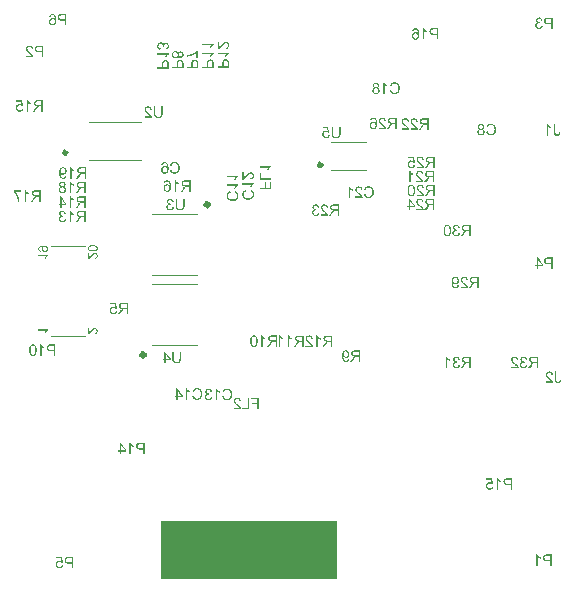
<source format=gbo>
G04*
G04 #@! TF.GenerationSoftware,Altium Limited,Altium Designer,23.6.0 (18)*
G04*
G04 Layer_Color=32896*
%FSLAX44Y44*%
%MOMM*%
G71*
G04*
G04 #@! TF.SameCoordinates,0D6CC9A4-690D-4EF8-AA6E-9FB67146BD04*
G04*
G04*
G04 #@! TF.FilePolarity,Positive*
G04*
G01*
G75*
%ADD11C,0.4500*%
%ADD14C,0.1000*%
%ADD73C,0.3000*%
%ADD101R,15.0000X5.0000*%
G36*
X33745Y292433D02*
X33980Y292410D01*
X34203Y292386D01*
X34402Y292363D01*
X34590Y292339D01*
X34766Y292304D01*
X34919Y292269D01*
X35048Y292234D01*
X35165Y292210D01*
X35271Y292175D01*
X35353Y292152D01*
X35412Y292128D01*
X35458Y292105D01*
X35482Y292093D01*
X35494D01*
X35775Y291952D01*
X36022Y291800D01*
X36233Y291623D01*
X36409Y291471D01*
X36538Y291318D01*
X36632Y291201D01*
X36667Y291154D01*
X36691Y291119D01*
X36714Y291107D01*
Y291095D01*
X36855Y290849D01*
X36960Y290603D01*
X37043Y290356D01*
X37090Y290133D01*
X37125Y289934D01*
X37136Y289851D01*
Y289793D01*
X37148Y289734D01*
Y289652D01*
X37136Y289453D01*
X37113Y289265D01*
X37078Y289077D01*
X37031Y288913D01*
X36902Y288596D01*
X36843Y288455D01*
X36773Y288338D01*
X36691Y288220D01*
X36632Y288127D01*
X36562Y288033D01*
X36503Y287962D01*
X36456Y287904D01*
X36421Y287868D01*
X36397Y287845D01*
X36386Y287833D01*
X36245Y287704D01*
X36080Y287598D01*
X35928Y287493D01*
X35763Y287411D01*
X35587Y287340D01*
X35423Y287282D01*
X35118Y287199D01*
X34966Y287164D01*
X34836Y287141D01*
X34707Y287129D01*
X34602Y287117D01*
X34520Y287106D01*
X34461D01*
X34414D01*
X34402D01*
X34179Y287117D01*
X33980Y287141D01*
X33780Y287164D01*
X33593Y287211D01*
X33428Y287270D01*
X33264Y287329D01*
X33123Y287387D01*
X32994Y287458D01*
X32877Y287516D01*
X32771Y287575D01*
X32689Y287634D01*
X32607Y287692D01*
X32548Y287739D01*
X32513Y287763D01*
X32490Y287786D01*
X32478Y287798D01*
X32349Y287927D01*
X32243Y288068D01*
X32137Y288209D01*
X32055Y288361D01*
X31985Y288502D01*
X31926Y288643D01*
X31844Y288913D01*
X31809Y289030D01*
X31785Y289147D01*
X31774Y289241D01*
X31762Y289335D01*
X31750Y289406D01*
Y289499D01*
X31762Y289722D01*
X31797Y289934D01*
X31844Y290121D01*
X31903Y290298D01*
X31950Y290427D01*
X31997Y290532D01*
X32032Y290603D01*
X32044Y290626D01*
X32161Y290814D01*
X32290Y290978D01*
X32419Y291119D01*
X32536Y291236D01*
X32654Y291318D01*
X32736Y291389D01*
X32795Y291436D01*
X32818Y291448D01*
X32724D01*
X32666D01*
X32630D01*
X32619D01*
X32384Y291436D01*
X32161Y291424D01*
X31962Y291401D01*
X31774Y291377D01*
X31621Y291342D01*
X31504Y291318D01*
X31457Y291307D01*
X31422D01*
X31410Y291295D01*
X31398D01*
X31187Y291236D01*
X30999Y291178D01*
X30835Y291119D01*
X30694Y291060D01*
X30589Y291013D01*
X30506Y290966D01*
X30448Y290943D01*
X30436Y290931D01*
X30307Y290837D01*
X30201Y290743D01*
X30107Y290650D01*
X30025Y290556D01*
X29955Y290485D01*
X29908Y290415D01*
X29884Y290368D01*
X29873Y290356D01*
X29802Y290227D01*
X29755Y290086D01*
X29720Y289957D01*
X29697Y289828D01*
X29685Y289722D01*
X29673Y289640D01*
Y289558D01*
X29685Y289370D01*
X29720Y289194D01*
X29767Y289042D01*
X29826Y288913D01*
X29873Y288819D01*
X29920Y288737D01*
X29955Y288690D01*
X29966Y288678D01*
X30096Y288561D01*
X30248Y288467D01*
X30412Y288385D01*
X30577Y288326D01*
X30718Y288279D01*
X30847Y288244D01*
X30894Y288232D01*
X30917D01*
X30940Y288220D01*
X30952D01*
X30870Y287258D01*
X30530Y287329D01*
X30236Y287422D01*
X29978Y287540D01*
X29767Y287657D01*
X29603Y287775D01*
X29532Y287833D01*
X29474Y287880D01*
X29439Y287915D01*
X29403Y287950D01*
X29392Y287962D01*
X29380Y287974D01*
X29286Y288091D01*
X29204Y288220D01*
X29075Y288479D01*
X28981Y288737D01*
X28922Y288983D01*
X28875Y289206D01*
X28863Y289300D01*
Y289382D01*
X28852Y289441D01*
Y289535D01*
X28875Y289863D01*
X28922Y290157D01*
X29004Y290427D01*
X29098Y290650D01*
X29133Y290743D01*
X29180Y290837D01*
X29227Y290908D01*
X29262Y290978D01*
X29286Y291025D01*
X29309Y291060D01*
X29333Y291084D01*
Y291095D01*
X29532Y291330D01*
X29755Y291541D01*
X29990Y291706D01*
X30213Y291847D01*
X30412Y291964D01*
X30506Y292011D01*
X30577Y292046D01*
X30647Y292069D01*
X30694Y292093D01*
X30718Y292105D01*
X30729D01*
X30905Y292163D01*
X31105Y292222D01*
X31504Y292304D01*
X31926Y292363D01*
X32325Y292398D01*
X32501Y292421D01*
X32677Y292433D01*
X32830D01*
X32959Y292445D01*
X33064D01*
X33147D01*
X33205D01*
X33217D01*
X33487D01*
X33745Y292433D01*
D02*
G37*
G36*
X37148Y283902D02*
X36949Y283785D01*
X36761Y283656D01*
X36573Y283503D01*
X36409Y283362D01*
X36268Y283221D01*
X36151Y283116D01*
X36116Y283069D01*
X36080Y283034D01*
X36069Y283022D01*
X36057Y283010D01*
X35857Y282764D01*
X35670Y282517D01*
X35505Y282283D01*
X35376Y282048D01*
X35259Y281848D01*
X35212Y281766D01*
X35177Y281696D01*
X35142Y281637D01*
X35130Y281590D01*
X35106Y281567D01*
Y281555D01*
X34144D01*
X34214Y281731D01*
X34297Y281907D01*
X34379Y282083D01*
X34461Y282247D01*
X34531Y282388D01*
X34590Y282506D01*
X34637Y282576D01*
X34649Y282588D01*
Y282599D01*
X34778Y282811D01*
X34907Y282998D01*
X35024Y283163D01*
X35130Y283292D01*
X35212Y283409D01*
X35282Y283479D01*
X35329Y283538D01*
X35341Y283550D01*
X28993D01*
Y284547D01*
X37148D01*
Y283902D01*
D02*
G37*
G36*
X75428Y292867D02*
X75616D01*
X75804Y292856D01*
X75968Y292832D01*
X76132Y292820D01*
X76273Y292809D01*
X76402Y292785D01*
X76520Y292773D01*
X76625Y292750D01*
X76707Y292738D01*
X76778Y292727D01*
X76837Y292715D01*
X76872Y292703D01*
X76895Y292691D01*
X76907D01*
X77165Y292621D01*
X77400Y292539D01*
X77599Y292445D01*
X77775Y292374D01*
X77928Y292292D01*
X78033Y292245D01*
X78092Y292199D01*
X78116Y292187D01*
X78292Y292058D01*
X78444Y291929D01*
X78573Y291788D01*
X78691Y291659D01*
X78773Y291541D01*
X78831Y291448D01*
X78867Y291389D01*
X78878Y291377D01*
Y291365D01*
X78972Y291178D01*
X79031Y290978D01*
X79078Y290790D01*
X79113Y290614D01*
X79137Y290462D01*
X79148Y290333D01*
Y290227D01*
X79125Y289910D01*
X79078Y289617D01*
X78996Y289370D01*
X78914Y289159D01*
X78820Y288983D01*
X78784Y288913D01*
X78738Y288854D01*
X78714Y288807D01*
X78691Y288772D01*
X78667Y288760D01*
Y288748D01*
X78479Y288537D01*
X78256Y288361D01*
X78033Y288209D01*
X77822Y288091D01*
X77623Y287997D01*
X77541Y287950D01*
X77458Y287927D01*
X77400Y287904D01*
X77353Y287880D01*
X77329Y287868D01*
X77318D01*
X77142Y287821D01*
X76966Y287775D01*
X76578Y287704D01*
X76191Y287645D01*
X75827Y287610D01*
X75651Y287598D01*
X75499Y287587D01*
X75358D01*
X75229Y287575D01*
X75135D01*
X75053D01*
X75006D01*
X74994D01*
X74583Y287587D01*
X74196Y287610D01*
X73844Y287645D01*
X73516Y287704D01*
X73210Y287763D01*
X72941Y287833D01*
X72694Y287904D01*
X72483Y287974D01*
X72295Y288044D01*
X72131Y288127D01*
X71990Y288185D01*
X71884Y288244D01*
X71790Y288302D01*
X71732Y288338D01*
X71697Y288361D01*
X71685Y288373D01*
X71544Y288502D01*
X71415Y288643D01*
X71298Y288795D01*
X71204Y288948D01*
X71122Y289100D01*
X71051Y289253D01*
X71004Y289406D01*
X70957Y289546D01*
X70922Y289687D01*
X70899Y289816D01*
X70875Y289934D01*
X70863Y290028D01*
X70852Y290110D01*
Y290227D01*
X70875Y290544D01*
X70922Y290837D01*
X71004Y291084D01*
X71086Y291295D01*
X71169Y291471D01*
X71216Y291530D01*
X71251Y291588D01*
X71274Y291635D01*
X71298Y291670D01*
X71321Y291682D01*
Y291694D01*
X71521Y291905D01*
X71732Y292081D01*
X71967Y292234D01*
X72178Y292351D01*
X72377Y292445D01*
X72459Y292492D01*
X72542Y292515D01*
X72600Y292539D01*
X72647Y292562D01*
X72671Y292574D01*
X72682D01*
X72858Y292633D01*
X73034Y292680D01*
X73410Y292750D01*
X73797Y292809D01*
X74173Y292844D01*
X74337Y292856D01*
X74489Y292867D01*
X74630D01*
X74759Y292879D01*
X74853D01*
X74935D01*
X74982D01*
X74994D01*
X75217D01*
X75428Y292867D01*
D02*
G37*
G36*
X71955Y282506D02*
X72154Y282646D01*
X72236Y282717D01*
X72319Y282775D01*
X72389Y282834D01*
X72436Y282881D01*
X72471Y282916D01*
X72483Y282928D01*
X72542Y282987D01*
X72600Y283057D01*
X72753Y283221D01*
X72929Y283409D01*
X73105Y283609D01*
X73257Y283796D01*
X73328Y283878D01*
X73398Y283949D01*
X73445Y284008D01*
X73480Y284055D01*
X73504Y284078D01*
X73516Y284090D01*
X73680Y284277D01*
X73832Y284465D01*
X73985Y284630D01*
X74114Y284782D01*
X74243Y284923D01*
X74360Y285040D01*
X74466Y285158D01*
X74560Y285252D01*
X74654Y285345D01*
X74724Y285416D01*
X74783Y285474D01*
X74842Y285533D01*
X74912Y285592D01*
X74935Y285615D01*
X75135Y285780D01*
X75311Y285920D01*
X75487Y286038D01*
X75628Y286132D01*
X75757Y286202D01*
X75851Y286249D01*
X75909Y286272D01*
X75933Y286284D01*
X76109Y286355D01*
X76285Y286402D01*
X76449Y286448D01*
X76590Y286472D01*
X76719Y286484D01*
X76813Y286495D01*
X76872D01*
X76895D01*
X77071Y286484D01*
X77235Y286460D01*
X77400Y286437D01*
X77541Y286390D01*
X77822Y286272D01*
X78045Y286155D01*
X78151Y286085D01*
X78233Y286026D01*
X78315Y285967D01*
X78374Y285909D01*
X78421Y285862D01*
X78468Y285838D01*
X78479Y285815D01*
X78491Y285803D01*
X78608Y285674D01*
X78714Y285533D01*
X78796Y285381D01*
X78867Y285228D01*
X78984Y284923D01*
X79066Y284618D01*
X79090Y284489D01*
X79113Y284360D01*
X79125Y284242D01*
X79137Y284148D01*
X79148Y284066D01*
Y283949D01*
X79137Y283738D01*
X79125Y283538D01*
X79090Y283351D01*
X79054Y283174D01*
X79007Y283010D01*
X78960Y282858D01*
X78902Y282717D01*
X78843Y282588D01*
X78784Y282470D01*
X78726Y282376D01*
X78679Y282294D01*
X78632Y282224D01*
X78597Y282165D01*
X78562Y282130D01*
X78550Y282107D01*
X78538Y282095D01*
X78421Y281978D01*
X78292Y281872D01*
X78151Y281766D01*
X78010Y281684D01*
X77728Y281543D01*
X77447Y281449D01*
X77318Y281414D01*
X77189Y281379D01*
X77083Y281355D01*
X76989Y281332D01*
X76907Y281320D01*
X76848D01*
X76813Y281309D01*
X76801D01*
X76696Y282330D01*
X76966Y282353D01*
X77200Y282400D01*
X77411Y282470D01*
X77576Y282553D01*
X77717Y282623D01*
X77811Y282693D01*
X77869Y282740D01*
X77893Y282764D01*
X78033Y282940D01*
X78139Y283127D01*
X78221Y283327D01*
X78268Y283503D01*
X78303Y283667D01*
X78315Y283808D01*
X78327Y283855D01*
Y283925D01*
X78315Y284172D01*
X78268Y284395D01*
X78198Y284583D01*
X78127Y284747D01*
X78045Y284876D01*
X77986Y284958D01*
X77940Y285017D01*
X77916Y285040D01*
X77752Y285181D01*
X77587Y285287D01*
X77423Y285369D01*
X77259Y285416D01*
X77130Y285451D01*
X77013Y285463D01*
X76942Y285474D01*
X76930D01*
X76919D01*
X76707Y285451D01*
X76484Y285404D01*
X76285Y285322D01*
X76097Y285240D01*
X75945Y285146D01*
X75816Y285064D01*
X75769Y285040D01*
X75733Y285017D01*
X75722Y284993D01*
X75710D01*
X75581Y284900D01*
X75452Y284782D01*
X75311Y284653D01*
X75170Y284512D01*
X74889Y284219D01*
X74607Y283925D01*
X74478Y283773D01*
X74360Y283644D01*
X74255Y283515D01*
X74161Y283409D01*
X74091Y283327D01*
X74032Y283257D01*
X73997Y283210D01*
X73985Y283198D01*
X73738Y282904D01*
X73504Y282635D01*
X73293Y282412D01*
X73117Y282236D01*
X72964Y282083D01*
X72858Y281978D01*
X72788Y281919D01*
X72776Y281895D01*
X72765D01*
X72565Y281731D01*
X72377Y281602D01*
X72189Y281485D01*
X72025Y281391D01*
X71884Y281320D01*
X71779Y281273D01*
X71708Y281250D01*
X71697Y281238D01*
X71685D01*
X71556Y281191D01*
X71438Y281168D01*
X71321Y281144D01*
X71216Y281133D01*
X71122Y281121D01*
X71051D01*
X71004D01*
X70993D01*
Y286507D01*
X71955D01*
Y282506D01*
D02*
G37*
G36*
X71884Y218692D02*
X72084Y218832D01*
X72166Y218903D01*
X72248Y218962D01*
X72319Y219020D01*
X72366Y219067D01*
X72401Y219102D01*
X72413Y219114D01*
X72471Y219173D01*
X72530Y219243D01*
X72682Y219407D01*
X72858Y219595D01*
X73034Y219795D01*
X73187Y219982D01*
X73257Y220065D01*
X73328Y220135D01*
X73375Y220194D01*
X73410Y220241D01*
X73433Y220264D01*
X73445Y220276D01*
X73609Y220464D01*
X73762Y220651D01*
X73915Y220816D01*
X74044Y220968D01*
X74173Y221109D01*
X74290Y221226D01*
X74396Y221344D01*
X74490Y221437D01*
X74583Y221531D01*
X74654Y221602D01*
X74713Y221660D01*
X74771Y221719D01*
X74842Y221778D01*
X74865Y221801D01*
X75065Y221966D01*
X75241Y222106D01*
X75417Y222224D01*
X75557Y222318D01*
X75686Y222388D01*
X75780Y222435D01*
X75839Y222458D01*
X75862Y222470D01*
X76039Y222541D01*
X76215Y222588D01*
X76379Y222635D01*
X76520Y222658D01*
X76649Y222670D01*
X76743Y222681D01*
X76801D01*
X76825D01*
X77001Y222670D01*
X77165Y222646D01*
X77329Y222623D01*
X77470Y222576D01*
X77752Y222458D01*
X77975Y222341D01*
X78080Y222271D01*
X78163Y222212D01*
X78245Y222153D01*
X78303Y222095D01*
X78350Y222048D01*
X78397Y222024D01*
X78409Y222001D01*
X78421Y221989D01*
X78538Y221860D01*
X78644Y221719D01*
X78726Y221567D01*
X78796Y221414D01*
X78914Y221109D01*
X78996Y220804D01*
X79019Y220675D01*
X79043Y220546D01*
X79054Y220428D01*
X79066Y220334D01*
X79078Y220252D01*
Y220135D01*
X79066Y219924D01*
X79054Y219724D01*
X79019Y219536D01*
X78984Y219360D01*
X78937Y219196D01*
X78890Y219044D01*
X78831Y218903D01*
X78773Y218774D01*
X78714Y218656D01*
X78655Y218563D01*
X78608Y218480D01*
X78562Y218410D01*
X78526Y218351D01*
X78491Y218316D01*
X78479Y218293D01*
X78468Y218281D01*
X78350Y218164D01*
X78221Y218058D01*
X78080Y217952D01*
X77940Y217870D01*
X77658Y217729D01*
X77376Y217635D01*
X77247Y217600D01*
X77118Y217565D01*
X77013Y217542D01*
X76919Y217518D01*
X76837Y217506D01*
X76778D01*
X76743Y217495D01*
X76731D01*
X76625Y218515D01*
X76895Y218539D01*
X77130Y218586D01*
X77341Y218656D01*
X77505Y218738D01*
X77646Y218809D01*
X77740Y218879D01*
X77799Y218926D01*
X77822Y218950D01*
X77963Y219126D01*
X78069Y219314D01*
X78151Y219513D01*
X78198Y219689D01*
X78233Y219853D01*
X78245Y219994D01*
X78256Y220041D01*
Y220112D01*
X78245Y220358D01*
X78198Y220581D01*
X78127Y220769D01*
X78057Y220933D01*
X77975Y221062D01*
X77916Y221144D01*
X77869Y221203D01*
X77846Y221226D01*
X77681Y221367D01*
X77517Y221473D01*
X77353Y221555D01*
X77189Y221602D01*
X77059Y221637D01*
X76942Y221649D01*
X76872Y221660D01*
X76860D01*
X76848D01*
X76637Y221637D01*
X76414Y221590D01*
X76215Y221508D01*
X76027Y221426D01*
X75874Y221332D01*
X75745Y221250D01*
X75698Y221226D01*
X75663Y221203D01*
X75651Y221179D01*
X75640D01*
X75511Y221085D01*
X75381Y220968D01*
X75241Y220839D01*
X75100Y220698D01*
X74818Y220405D01*
X74536Y220112D01*
X74407Y219959D01*
X74290Y219830D01*
X74184Y219701D01*
X74091Y219595D01*
X74020Y219513D01*
X73962Y219443D01*
X73926Y219396D01*
X73915Y219384D01*
X73668Y219090D01*
X73433Y218821D01*
X73222Y218598D01*
X73046Y218422D01*
X72894Y218269D01*
X72788Y218164D01*
X72718Y218105D01*
X72706Y218081D01*
X72694D01*
X72495Y217917D01*
X72307Y217788D01*
X72119Y217671D01*
X71955Y217577D01*
X71814Y217506D01*
X71708Y217459D01*
X71638Y217436D01*
X71626Y217424D01*
X71614D01*
X71486Y217377D01*
X71368Y217354D01*
X71251Y217330D01*
X71145Y217319D01*
X71051Y217307D01*
X70981D01*
X70934D01*
X70922D01*
Y222693D01*
X71884D01*
Y218692D01*
D02*
G37*
G36*
X37078Y220851D02*
X36878Y220733D01*
X36691Y220604D01*
X36503Y220452D01*
X36339Y220311D01*
X36198Y220170D01*
X36080Y220065D01*
X36045Y220018D01*
X36010Y219982D01*
X35998Y219971D01*
X35986Y219959D01*
X35787Y219713D01*
X35599Y219466D01*
X35435Y219231D01*
X35306Y218997D01*
X35189Y218797D01*
X35142Y218715D01*
X35106Y218645D01*
X35071Y218586D01*
X35059Y218539D01*
X35036Y218515D01*
Y218504D01*
X34074D01*
X34144Y218680D01*
X34226Y218856D01*
X34308Y219032D01*
X34391Y219196D01*
X34461Y219337D01*
X34520Y219454D01*
X34567Y219525D01*
X34578Y219536D01*
Y219548D01*
X34707Y219759D01*
X34836Y219947D01*
X34954Y220112D01*
X35059Y220241D01*
X35142Y220358D01*
X35212Y220428D01*
X35259Y220487D01*
X35271Y220499D01*
X28922D01*
Y221496D01*
X37078D01*
Y220851D01*
D02*
G37*
G36*
X106925Y125238D02*
X107077Y125016D01*
X107258Y124794D01*
X107424Y124600D01*
X107590Y124434D01*
X107715Y124295D01*
X107771Y124253D01*
X107812Y124212D01*
X107826Y124198D01*
X107840Y124184D01*
X108131Y123948D01*
X108422Y123726D01*
X108700Y123532D01*
X108977Y123380D01*
X109213Y123241D01*
X109310Y123186D01*
X109393Y123144D01*
X109463Y123102D01*
X109518Y123089D01*
X109546Y123061D01*
X109560D01*
Y121924D01*
X109352Y122007D01*
X109144Y122104D01*
X108936Y122201D01*
X108742Y122298D01*
X108575Y122381D01*
X108436Y122451D01*
X108353Y122506D01*
X108339Y122520D01*
X108325D01*
X108076Y122672D01*
X107854Y122825D01*
X107660Y122964D01*
X107507Y123089D01*
X107368Y123186D01*
X107285Y123269D01*
X107216Y123324D01*
X107202Y123338D01*
Y115835D01*
X106023D01*
Y125474D01*
X106786D01*
X106925Y125238D01*
D02*
G37*
G36*
X118921Y115835D02*
X117645D01*
Y119732D01*
X115190D01*
X114830Y119746D01*
X114483Y119774D01*
X114178Y119816D01*
X113900Y119871D01*
X113637Y119927D01*
X113415Y119996D01*
X113207Y120079D01*
X113027Y120162D01*
X112874Y120232D01*
X112736Y120315D01*
X112625Y120384D01*
X112541Y120454D01*
X112472Y120495D01*
X112430Y120537D01*
X112403Y120564D01*
X112389Y120578D01*
X112250Y120745D01*
X112125Y120911D01*
X112028Y121077D01*
X111931Y121258D01*
X111848Y121438D01*
X111792Y121604D01*
X111695Y121924D01*
X111668Y122076D01*
X111640Y122215D01*
X111626Y122340D01*
X111612Y122437D01*
X111598Y122534D01*
Y122589D01*
Y122631D01*
Y122645D01*
X111612Y122908D01*
X111640Y123158D01*
X111695Y123380D01*
X111737Y123574D01*
X111792Y123740D01*
X111848Y123865D01*
X111876Y123934D01*
X111890Y123962D01*
X112001Y124170D01*
X112139Y124351D01*
X112264Y124517D01*
X112389Y124642D01*
X112500Y124739D01*
X112583Y124822D01*
X112639Y124864D01*
X112666Y124878D01*
X112846Y124988D01*
X113055Y125085D01*
X113249Y125169D01*
X113429Y125238D01*
X113595Y125280D01*
X113720Y125307D01*
X113817Y125335D01*
X113845D01*
X114053Y125363D01*
X114289Y125391D01*
X114538Y125405D01*
X114774Y125418D01*
X114982Y125432D01*
X118921D01*
Y115835D01*
D02*
G37*
G36*
X103402Y119219D02*
Y118137D01*
X99228D01*
Y115835D01*
X98049D01*
Y118137D01*
X96745D01*
Y119219D01*
X98049D01*
Y125432D01*
X99006D01*
X103402Y119219D01*
D02*
G37*
G36*
X132926Y464595D02*
X133231Y464539D01*
X133495Y464456D01*
X133716Y464373D01*
X133897Y464290D01*
X134035Y464206D01*
X134119Y464151D01*
X134146Y464137D01*
X134354Y463943D01*
X134535Y463735D01*
X134673Y463513D01*
X134784Y463291D01*
X134867Y463097D01*
X134923Y462944D01*
X134937Y462889D01*
X134951Y462847D01*
X134965Y462820D01*
Y462806D01*
X135089Y463041D01*
X135214Y463236D01*
X135353Y463402D01*
X135478Y463541D01*
X135589Y463652D01*
X135686Y463735D01*
X135741Y463776D01*
X135769Y463790D01*
X135963Y463901D01*
X136157Y463984D01*
X136351Y464054D01*
X136532Y464095D01*
X136684Y464123D01*
X136795Y464137D01*
X136878D01*
X136906D01*
X137142Y464123D01*
X137378Y464081D01*
X137586Y464026D01*
X137766Y463957D01*
X137919Y463887D01*
X138043Y463832D01*
X138113Y463790D01*
X138140Y463776D01*
X138349Y463638D01*
X138529Y463471D01*
X138681Y463305D01*
X138820Y463139D01*
X138917Y463000D01*
X139000Y462875D01*
X139042Y462792D01*
X139056Y462778D01*
Y462764D01*
X139167Y462514D01*
X139250Y462265D01*
X139319Y462015D01*
X139361Y461793D01*
X139389Y461613D01*
X139403Y461460D01*
Y461114D01*
X139375Y460920D01*
X139305Y460545D01*
X139194Y460226D01*
X139083Y459949D01*
X139014Y459824D01*
X138959Y459727D01*
X138903Y459630D01*
X138848Y459560D01*
X138806Y459505D01*
X138778Y459463D01*
X138764Y459436D01*
X138751Y459422D01*
X138487Y459158D01*
X138196Y458950D01*
X137891Y458784D01*
X137586Y458645D01*
X137322Y458562D01*
X137211Y458520D01*
X137114Y458493D01*
X137031Y458479D01*
X136975Y458465D01*
X136934Y458451D01*
X136920D01*
X136712Y459630D01*
X137017Y459685D01*
X137281Y459768D01*
X137502Y459866D01*
X137683Y459963D01*
X137822Y460060D01*
X137919Y460143D01*
X137988Y460198D01*
X138002Y460212D01*
X138140Y460393D01*
X138251Y460587D01*
X138321Y460767D01*
X138376Y460947D01*
X138404Y461114D01*
X138432Y461239D01*
Y461349D01*
X138418Y461599D01*
X138362Y461821D01*
X138293Y462015D01*
X138224Y462182D01*
X138140Y462306D01*
X138071Y462403D01*
X138016Y462473D01*
X138002Y462487D01*
X137835Y462639D01*
X137655Y462750D01*
X137475Y462820D01*
X137308Y462875D01*
X137156Y462903D01*
X137045Y462930D01*
X136962D01*
X136948D01*
X136934D01*
X136781D01*
X136643Y462903D01*
X136407Y462833D01*
X136199Y462736D01*
X136019Y462625D01*
X135894Y462514D01*
X135797Y462417D01*
X135741Y462348D01*
X135727Y462334D01*
Y462320D01*
X135603Y462085D01*
X135506Y461863D01*
X135436Y461627D01*
X135394Y461419D01*
X135367Y461239D01*
X135339Y461086D01*
Y460906D01*
X135353Y460850D01*
Y460781D01*
X134313Y460642D01*
X134354Y460822D01*
X134382Y460989D01*
X134410Y461128D01*
X134424Y461252D01*
X134438Y461349D01*
Y461474D01*
X134410Y461766D01*
X134354Y462029D01*
X134271Y462265D01*
X134174Y462459D01*
X134077Y462612D01*
X133994Y462722D01*
X133938Y462792D01*
X133911Y462820D01*
X133703Y463000D01*
X133481Y463139D01*
X133259Y463236D01*
X133037Y463291D01*
X132857Y463333D01*
X132704Y463346D01*
X132649Y463360D01*
X132607D01*
X132579D01*
X132565D01*
X132260Y463333D01*
X131983Y463263D01*
X131747Y463180D01*
X131539Y463069D01*
X131373Y462958D01*
X131248Y462875D01*
X131165Y462806D01*
X131137Y462778D01*
X130943Y462556D01*
X130804Y462320D01*
X130707Y462085D01*
X130638Y461863D01*
X130596Y461668D01*
X130582Y461516D01*
X130568Y461460D01*
Y461377D01*
X130582Y461128D01*
X130638Y460892D01*
X130707Y460684D01*
X130790Y460517D01*
X130860Y460379D01*
X130929Y460268D01*
X130984Y460212D01*
X130998Y460185D01*
X131192Y460018D01*
X131414Y459879D01*
X131650Y459755D01*
X131900Y459658D01*
X132108Y459588D01*
X132205Y459560D01*
X132288Y459547D01*
X132357Y459533D01*
X132413Y459519D01*
X132441Y459505D01*
X132454D01*
X132302Y458326D01*
X132080Y458354D01*
X131872Y458396D01*
X131484Y458520D01*
X131151Y458673D01*
X131012Y458756D01*
X130873Y458839D01*
X130749Y458923D01*
X130652Y459006D01*
X130555Y459075D01*
X130485Y459144D01*
X130430Y459186D01*
X130388Y459228D01*
X130360Y459255D01*
X130346Y459269D01*
X130222Y459436D01*
X130097Y459602D01*
X130000Y459768D01*
X129916Y459949D01*
X129778Y460295D01*
X129695Y460628D01*
X129667Y460781D01*
X129639Y460920D01*
X129625Y461044D01*
X129611Y461155D01*
X129598Y461239D01*
Y461363D01*
X129611Y461627D01*
X129639Y461863D01*
X129681Y462098D01*
X129736Y462320D01*
X129806Y462528D01*
X129875Y462709D01*
X129958Y462889D01*
X130041Y463041D01*
X130111Y463194D01*
X130194Y463319D01*
X130263Y463430D01*
X130333Y463513D01*
X130388Y463582D01*
X130430Y463638D01*
X130457Y463666D01*
X130471Y463679D01*
X130638Y463846D01*
X130818Y463984D01*
X130998Y464109D01*
X131179Y464220D01*
X131345Y464303D01*
X131525Y464387D01*
X131858Y464498D01*
X132011Y464525D01*
X132149Y464553D01*
X132274Y464581D01*
X132385Y464595D01*
X132468Y464608D01*
X132538D01*
X132579D01*
X132593D01*
X132926Y464595D01*
D02*
G37*
G36*
X139403Y454526D02*
X139167Y454388D01*
X138945Y454235D01*
X138723Y454055D01*
X138529Y453888D01*
X138362Y453722D01*
X138224Y453597D01*
X138182Y453542D01*
X138140Y453500D01*
X138127Y453486D01*
X138113Y453472D01*
X137877Y453181D01*
X137655Y452890D01*
X137461Y452612D01*
X137308Y452335D01*
X137170Y452099D01*
X137114Y452002D01*
X137073Y451919D01*
X137031Y451850D01*
X137017Y451794D01*
X136989Y451766D01*
Y451753D01*
X135852D01*
X135935Y451961D01*
X136032Y452169D01*
X136130Y452377D01*
X136227Y452571D01*
X136310Y452737D01*
X136379Y452876D01*
X136435Y452959D01*
X136448Y452973D01*
Y452987D01*
X136601Y453237D01*
X136754Y453458D01*
X136892Y453652D01*
X137017Y453805D01*
X137114Y453944D01*
X137197Y454027D01*
X137253Y454096D01*
X137267Y454110D01*
X129764D01*
Y455289D01*
X139403D01*
Y454526D01*
D02*
G37*
G36*
X136837Y449700D02*
X137086Y449672D01*
X137308Y449617D01*
X137502Y449575D01*
X137669Y449520D01*
X137794Y449464D01*
X137863Y449436D01*
X137891Y449423D01*
X138099Y449312D01*
X138279Y449173D01*
X138446Y449048D01*
X138570Y448923D01*
X138667Y448812D01*
X138751Y448729D01*
X138792Y448674D01*
X138806Y448646D01*
X138917Y448466D01*
X139014Y448258D01*
X139097Y448064D01*
X139167Y447883D01*
X139208Y447717D01*
X139236Y447592D01*
X139264Y447495D01*
Y447467D01*
X139291Y447259D01*
X139319Y447023D01*
X139333Y446774D01*
X139347Y446538D01*
X139361Y446330D01*
Y442391D01*
X129764D01*
Y443667D01*
X133661D01*
Y446122D01*
X133675Y446483D01*
X133703Y446829D01*
X133744Y447134D01*
X133800Y447412D01*
X133855Y447675D01*
X133925Y447897D01*
X134008Y448105D01*
X134091Y448285D01*
X134160Y448438D01*
X134243Y448577D01*
X134313Y448688D01*
X134382Y448771D01*
X134424Y448840D01*
X134465Y448882D01*
X134493Y448909D01*
X134507Y448923D01*
X134673Y449062D01*
X134840Y449187D01*
X135006Y449284D01*
X135187Y449381D01*
X135367Y449464D01*
X135533Y449520D01*
X135852Y449617D01*
X136005Y449645D01*
X136143Y449672D01*
X136268Y449686D01*
X136365Y449700D01*
X136462Y449714D01*
X136518D01*
X136559D01*
X136573D01*
X136837Y449700D01*
D02*
G37*
G36*
X355362Y476417D02*
X355515Y476195D01*
X355695Y475973D01*
X355862Y475779D01*
X356028Y475612D01*
X356153Y475474D01*
X356208Y475432D01*
X356250Y475391D01*
X356264Y475377D01*
X356278Y475363D01*
X356569Y475127D01*
X356860Y474905D01*
X357138Y474711D01*
X357415Y474558D01*
X357651Y474420D01*
X357748Y474364D01*
X357831Y474323D01*
X357900Y474281D01*
X357956Y474267D01*
X357984Y474239D01*
X357997D01*
Y473102D01*
X357789Y473185D01*
X357581Y473283D01*
X357373Y473380D01*
X357179Y473477D01*
X357013Y473560D01*
X356874Y473629D01*
X356791Y473685D01*
X356777Y473699D01*
X356763D01*
X356513Y473851D01*
X356292Y474004D01*
X356097Y474142D01*
X355945Y474267D01*
X355806Y474364D01*
X355723Y474447D01*
X355654Y474503D01*
X355640Y474517D01*
Y467014D01*
X354461D01*
Y476652D01*
X355224D01*
X355362Y476417D01*
D02*
G37*
G36*
X348317Y476639D02*
X348581Y476611D01*
X348830Y476555D01*
X349066Y476486D01*
X349274Y476389D01*
X349482Y476306D01*
X349663Y476195D01*
X349829Y476098D01*
X349968Y476001D01*
X350106Y475890D01*
X350217Y475807D01*
X350300Y475723D01*
X350370Y475640D01*
X350425Y475585D01*
X350453Y475557D01*
X350467Y475543D01*
X350647Y475293D01*
X350800Y475002D01*
X350938Y474697D01*
X351063Y474378D01*
X351160Y474045D01*
X351244Y473712D01*
X351313Y473366D01*
X351368Y473047D01*
X351410Y472728D01*
X351438Y472436D01*
X351465Y472173D01*
X351479Y471951D01*
Y471757D01*
X351493Y471618D01*
Y471563D01*
Y471521D01*
Y471507D01*
Y471493D01*
X351479Y471050D01*
X351451Y470634D01*
X351410Y470245D01*
X351341Y469885D01*
X351271Y469566D01*
X351202Y469274D01*
X351119Y469011D01*
X351022Y468775D01*
X350938Y468581D01*
X350855Y468401D01*
X350786Y468262D01*
X350703Y468137D01*
X350647Y468040D01*
X350606Y467985D01*
X350578Y467943D01*
X350564Y467929D01*
X350384Y467735D01*
X350190Y467569D01*
X349995Y467430D01*
X349801Y467305D01*
X349593Y467194D01*
X349399Y467111D01*
X349205Y467042D01*
X349011Y466986D01*
X348844Y466945D01*
X348678Y466903D01*
X348539Y466875D01*
X348414Y466861D01*
X348303D01*
X348234Y466847D01*
X348165D01*
X347846Y466861D01*
X347555Y466917D01*
X347291Y466972D01*
X347055Y467056D01*
X346875Y467125D01*
X346736Y467194D01*
X346681Y467208D01*
X346639Y467236D01*
X346625Y467250D01*
X346612D01*
X346376Y467416D01*
X346154Y467610D01*
X345974Y467804D01*
X345821Y467999D01*
X345696Y468179D01*
X345613Y468318D01*
X345585Y468373D01*
X345558Y468415D01*
X345544Y468428D01*
Y468442D01*
X345405Y468734D01*
X345308Y469039D01*
X345238Y469316D01*
X345197Y469580D01*
X345155Y469801D01*
Y469885D01*
X345141Y469968D01*
Y470037D01*
Y470079D01*
Y470107D01*
Y470121D01*
X345155Y470370D01*
X345183Y470606D01*
X345225Y470842D01*
X345266Y471050D01*
X345336Y471244D01*
X345405Y471438D01*
X345474Y471604D01*
X345558Y471757D01*
X345641Y471896D01*
X345710Y472020D01*
X345779Y472118D01*
X345849Y472215D01*
X345890Y472284D01*
X345932Y472326D01*
X345960Y472353D01*
X345974Y472367D01*
X346126Y472520D01*
X346292Y472658D01*
X346473Y472769D01*
X346639Y472866D01*
X346806Y472963D01*
X346972Y473033D01*
X347291Y473130D01*
X347430Y473172D01*
X347568Y473199D01*
X347679Y473213D01*
X347790Y473227D01*
X347873Y473241D01*
X347984D01*
X348234Y473227D01*
X348470Y473185D01*
X348692Y473144D01*
X348886Y473088D01*
X349052Y473019D01*
X349177Y472977D01*
X349260Y472936D01*
X349274Y472922D01*
X349288D01*
X349510Y472783D01*
X349704Y472631D01*
X349884Y472478D01*
X350023Y472312D01*
X350148Y472173D01*
X350245Y472062D01*
X350300Y471979D01*
X350314Y471965D01*
Y472215D01*
X350300Y472464D01*
X350287Y472686D01*
X350259Y472908D01*
X350245Y473102D01*
X350217Y473283D01*
X350190Y473449D01*
X350148Y473601D01*
X350120Y473740D01*
X350092Y473851D01*
X350065Y473948D01*
X350051Y474031D01*
X350023Y474087D01*
X350009Y474128D01*
X349995Y474156D01*
Y474170D01*
X349857Y474447D01*
X349718Y474697D01*
X349565Y474891D01*
X349427Y475058D01*
X349302Y475196D01*
X349205Y475293D01*
X349136Y475349D01*
X349108Y475363D01*
X348941Y475474D01*
X348775Y475543D01*
X348609Y475598D01*
X348442Y475640D01*
X348317Y475668D01*
X348206Y475682D01*
X348109D01*
X347860Y475654D01*
X347624Y475598D01*
X347430Y475515D01*
X347249Y475432D01*
X347111Y475335D01*
X347014Y475252D01*
X346958Y475196D01*
X346930Y475169D01*
X346833Y475044D01*
X346736Y474891D01*
X346653Y474725D01*
X346598Y474558D01*
X346542Y474406D01*
X346501Y474281D01*
X346487Y474198D01*
X346473Y474184D01*
Y474170D01*
X345294Y474267D01*
X345377Y474655D01*
X345502Y475002D01*
X345641Y475307D01*
X345793Y475557D01*
X345946Y475751D01*
X346001Y475834D01*
X346071Y475904D01*
X346112Y475945D01*
X346154Y475987D01*
X346168Y476001D01*
X346182Y476015D01*
X346320Y476125D01*
X346473Y476223D01*
X346778Y476389D01*
X347083Y476500D01*
X347374Y476569D01*
X347638Y476625D01*
X347749Y476639D01*
X347846D01*
X347929Y476652D01*
X348040D01*
X348317Y476639D01*
D02*
G37*
G36*
X367359Y467014D02*
X366083D01*
Y470911D01*
X363628D01*
X363267Y470925D01*
X362921Y470953D01*
X362616Y470994D01*
X362338Y471050D01*
X362075Y471105D01*
X361853Y471175D01*
X361645Y471258D01*
X361465Y471341D01*
X361312Y471410D01*
X361173Y471493D01*
X361062Y471563D01*
X360979Y471632D01*
X360910Y471674D01*
X360868Y471715D01*
X360840Y471743D01*
X360827Y471757D01*
X360688Y471923D01*
X360563Y472090D01*
X360466Y472256D01*
X360369Y472436D01*
X360286Y472617D01*
X360230Y472783D01*
X360133Y473102D01*
X360105Y473255D01*
X360078Y473393D01*
X360064Y473518D01*
X360050Y473615D01*
X360036Y473712D01*
Y473768D01*
Y473810D01*
Y473823D01*
X360050Y474087D01*
X360078Y474337D01*
X360133Y474558D01*
X360175Y474753D01*
X360230Y474919D01*
X360286Y475044D01*
X360313Y475113D01*
X360327Y475141D01*
X360438Y475349D01*
X360577Y475529D01*
X360702Y475696D01*
X360827Y475820D01*
X360938Y475918D01*
X361021Y476001D01*
X361076Y476042D01*
X361104Y476056D01*
X361284Y476167D01*
X361492Y476264D01*
X361686Y476347D01*
X361867Y476417D01*
X362033Y476458D01*
X362158Y476486D01*
X362255Y476514D01*
X362283D01*
X362491Y476541D01*
X362727Y476569D01*
X362976Y476583D01*
X363212Y476597D01*
X363420Y476611D01*
X367359D01*
Y467014D01*
D02*
G37*
G36*
X417980Y95321D02*
X418133Y95099D01*
X418313Y94878D01*
X418479Y94683D01*
X418646Y94517D01*
X418771Y94378D01*
X418826Y94337D01*
X418868Y94295D01*
X418882Y94281D01*
X418896Y94267D01*
X419187Y94031D01*
X419478Y93810D01*
X419755Y93615D01*
X420033Y93463D01*
X420269Y93324D01*
X420366Y93269D01*
X420449Y93227D01*
X420518Y93186D01*
X420574Y93172D01*
X420601Y93144D01*
X420615D01*
Y92007D01*
X420407Y92090D01*
X420199Y92187D01*
X419991Y92284D01*
X419797Y92381D01*
X419631Y92464D01*
X419492Y92534D01*
X419409Y92589D01*
X419395Y92603D01*
X419381D01*
X419131Y92756D01*
X418909Y92908D01*
X418715Y93047D01*
X418563Y93172D01*
X418424Y93269D01*
X418341Y93352D01*
X418271Y93407D01*
X418258Y93421D01*
Y85919D01*
X417079D01*
Y95557D01*
X417842D01*
X417980Y95321D01*
D02*
G37*
G36*
X413848Y90453D02*
X412738Y90301D01*
X412641Y90453D01*
X412516Y90578D01*
X412405Y90703D01*
X412294Y90800D01*
X412183Y90870D01*
X412100Y90939D01*
X412045Y90967D01*
X412031Y90980D01*
X411850Y91064D01*
X411670Y91133D01*
X411504Y91175D01*
X411337Y91216D01*
X411199Y91230D01*
X411088Y91244D01*
X410824D01*
X410658Y91216D01*
X410367Y91147D01*
X410117Y91050D01*
X409895Y90953D01*
X409729Y90842D01*
X409604Y90745D01*
X409534Y90675D01*
X409507Y90661D01*
Y90648D01*
X409313Y90412D01*
X409174Y90162D01*
X409077Y89899D01*
X409007Y89635D01*
X408966Y89413D01*
X408952Y89316D01*
Y89233D01*
X408938Y89164D01*
Y89108D01*
Y89080D01*
Y89067D01*
Y88872D01*
X408966Y88692D01*
X409035Y88345D01*
X409132Y88054D01*
X409229Y87818D01*
X409340Y87624D01*
X409437Y87472D01*
X409479Y87430D01*
X409507Y87388D01*
X409520Y87375D01*
X409534Y87361D01*
X409645Y87250D01*
X409756Y87153D01*
X410006Y86986D01*
X410242Y86875D01*
X410477Y86806D01*
X410672Y86751D01*
X410838Y86737D01*
X410894Y86723D01*
X410977D01*
X411240Y86737D01*
X411476Y86792D01*
X411684Y86861D01*
X411850Y86945D01*
X412003Y87028D01*
X412114Y87097D01*
X412169Y87153D01*
X412197Y87167D01*
X412364Y87361D01*
X412502Y87569D01*
X412613Y87805D01*
X412696Y88013D01*
X412752Y88221D01*
X412794Y88373D01*
X412807Y88442D01*
X412821Y88484D01*
Y88512D01*
Y88526D01*
X414055Y88429D01*
X414028Y88207D01*
X413986Y87999D01*
X413861Y87610D01*
X413709Y87278D01*
X413626Y87125D01*
X413542Y87000D01*
X413473Y86875D01*
X413390Y86764D01*
X413321Y86681D01*
X413251Y86612D01*
X413196Y86556D01*
X413168Y86501D01*
X413140Y86487D01*
X413126Y86473D01*
X412960Y86348D01*
X412794Y86237D01*
X412613Y86140D01*
X412433Y86057D01*
X412086Y85932D01*
X411740Y85849D01*
X411587Y85808D01*
X411434Y85794D01*
X411310Y85780D01*
X411199Y85766D01*
X411101Y85752D01*
X410977D01*
X410686Y85766D01*
X410408Y85808D01*
X410145Y85863D01*
X409909Y85932D01*
X409687Y86029D01*
X409479Y86126D01*
X409285Y86224D01*
X409118Y86334D01*
X408966Y86446D01*
X408827Y86543D01*
X408716Y86653D01*
X408619Y86737D01*
X408550Y86806D01*
X408494Y86861D01*
X408466Y86903D01*
X408453Y86917D01*
X408314Y87097D01*
X408203Y87291D01*
X408092Y87472D01*
X408009Y87666D01*
X407870Y88040D01*
X407787Y88401D01*
X407759Y88553D01*
X407732Y88706D01*
X407718Y88831D01*
X407704Y88942D01*
X407690Y89039D01*
Y89108D01*
Y89150D01*
Y89164D01*
X407704Y89413D01*
X407732Y89649D01*
X407773Y89885D01*
X407829Y90093D01*
X407898Y90287D01*
X407967Y90481D01*
X408050Y90648D01*
X408120Y90800D01*
X408203Y90939D01*
X408286Y91064D01*
X408356Y91161D01*
X408425Y91258D01*
X408480Y91327D01*
X408522Y91369D01*
X408550Y91397D01*
X408564Y91410D01*
X408730Y91563D01*
X408896Y91702D01*
X409077Y91812D01*
X409257Y91910D01*
X409437Y92007D01*
X409618Y92076D01*
X409950Y92173D01*
X410103Y92215D01*
X410242Y92242D01*
X410367Y92256D01*
X410477Y92270D01*
X410561Y92284D01*
X410866D01*
X411032Y92256D01*
X411365Y92187D01*
X411670Y92090D01*
X411948Y91979D01*
X412169Y91868D01*
X412267Y91812D01*
X412350Y91771D01*
X412419Y91729D01*
X412461Y91702D01*
X412488Y91688D01*
X412502Y91674D01*
X411989Y94267D01*
X408148D01*
Y95391D01*
X412918D01*
X413848Y90453D01*
D02*
G37*
G36*
X429976Y85919D02*
X428700D01*
Y89816D01*
X426246D01*
X425885Y89829D01*
X425538Y89857D01*
X425233Y89899D01*
X424956Y89954D01*
X424693Y90010D01*
X424471Y90079D01*
X424263Y90162D01*
X424082Y90245D01*
X423930Y90315D01*
X423791Y90398D01*
X423680Y90467D01*
X423597Y90537D01*
X423528Y90578D01*
X423486Y90620D01*
X423458Y90648D01*
X423444Y90661D01*
X423306Y90828D01*
X423181Y90994D01*
X423084Y91161D01*
X422987Y91341D01*
X422904Y91521D01*
X422848Y91688D01*
X422751Y92007D01*
X422723Y92159D01*
X422696Y92298D01*
X422682Y92423D01*
X422668Y92520D01*
X422654Y92617D01*
Y92672D01*
Y92714D01*
Y92728D01*
X422668Y92991D01*
X422696Y93241D01*
X422751Y93463D01*
X422793Y93657D01*
X422848Y93823D01*
X422904Y93948D01*
X422931Y94018D01*
X422945Y94045D01*
X423056Y94253D01*
X423195Y94434D01*
X423320Y94600D01*
X423444Y94725D01*
X423555Y94822D01*
X423639Y94905D01*
X423694Y94947D01*
X423722Y94961D01*
X423902Y95072D01*
X424110Y95169D01*
X424304Y95252D01*
X424484Y95321D01*
X424651Y95363D01*
X424776Y95391D01*
X424873Y95418D01*
X424901D01*
X425109Y95446D01*
X425344Y95474D01*
X425594Y95488D01*
X425830Y95501D01*
X426038Y95515D01*
X429976D01*
Y85919D01*
D02*
G37*
G36*
X181818Y460331D02*
X182054Y460497D01*
X182151Y460580D01*
X182248Y460650D01*
X182331Y460719D01*
X182387Y460775D01*
X182428Y460816D01*
X182442Y460830D01*
X182511Y460900D01*
X182581Y460983D01*
X182761Y461177D01*
X182969Y461399D01*
X183177Y461634D01*
X183357Y461856D01*
X183441Y461954D01*
X183524Y462037D01*
X183579Y462106D01*
X183621Y462161D01*
X183649Y462189D01*
X183662Y462203D01*
X183857Y462425D01*
X184037Y462647D01*
X184217Y462841D01*
X184370Y463021D01*
X184522Y463188D01*
X184661Y463326D01*
X184786Y463465D01*
X184897Y463576D01*
X185008Y463687D01*
X185091Y463770D01*
X185160Y463840D01*
X185230Y463909D01*
X185313Y463978D01*
X185340Y464006D01*
X185576Y464200D01*
X185784Y464367D01*
X185992Y464505D01*
X186159Y464616D01*
X186311Y464699D01*
X186422Y464755D01*
X186492Y464783D01*
X186519Y464796D01*
X186727Y464880D01*
X186935Y464935D01*
X187129Y464991D01*
X187296Y465018D01*
X187449Y465032D01*
X187560Y465046D01*
X187629D01*
X187656D01*
X187865Y465032D01*
X188059Y465005D01*
X188253Y464977D01*
X188419Y464921D01*
X188752Y464783D01*
X189016Y464644D01*
X189140Y464561D01*
X189237Y464491D01*
X189335Y464422D01*
X189404Y464353D01*
X189459Y464297D01*
X189515Y464269D01*
X189529Y464242D01*
X189543Y464228D01*
X189681Y464075D01*
X189806Y463909D01*
X189903Y463729D01*
X189986Y463548D01*
X190125Y463188D01*
X190222Y462827D01*
X190250Y462675D01*
X190278Y462522D01*
X190292Y462383D01*
X190305Y462272D01*
X190319Y462175D01*
Y462037D01*
X190305Y461787D01*
X190292Y461551D01*
X190250Y461329D01*
X190208Y461121D01*
X190153Y460927D01*
X190097Y460747D01*
X190028Y460580D01*
X189959Y460428D01*
X189889Y460289D01*
X189820Y460178D01*
X189764Y460081D01*
X189709Y459998D01*
X189667Y459929D01*
X189626Y459887D01*
X189612Y459859D01*
X189598Y459846D01*
X189459Y459707D01*
X189307Y459582D01*
X189140Y459457D01*
X188974Y459360D01*
X188641Y459194D01*
X188308Y459083D01*
X188156Y459041D01*
X188003Y458999D01*
X187878Y458972D01*
X187768Y458944D01*
X187670Y458930D01*
X187601D01*
X187560Y458916D01*
X187546D01*
X187421Y460123D01*
X187740Y460151D01*
X188017Y460206D01*
X188267Y460289D01*
X188461Y460386D01*
X188627Y460470D01*
X188738Y460553D01*
X188808Y460608D01*
X188835Y460636D01*
X189002Y460844D01*
X189127Y461066D01*
X189224Y461302D01*
X189279Y461510D01*
X189321Y461704D01*
X189335Y461870D01*
X189349Y461926D01*
Y462009D01*
X189335Y462300D01*
X189279Y462564D01*
X189196Y462786D01*
X189113Y462980D01*
X189016Y463132D01*
X188946Y463229D01*
X188891Y463299D01*
X188863Y463326D01*
X188669Y463493D01*
X188475Y463618D01*
X188281Y463715D01*
X188086Y463770D01*
X187934Y463812D01*
X187795Y463826D01*
X187712Y463840D01*
X187698D01*
X187684D01*
X187435Y463812D01*
X187171Y463756D01*
X186935Y463659D01*
X186714Y463562D01*
X186533Y463451D01*
X186381Y463354D01*
X186325Y463326D01*
X186284Y463299D01*
X186270Y463271D01*
X186256D01*
X186103Y463160D01*
X185951Y463021D01*
X185784Y462869D01*
X185618Y462702D01*
X185285Y462356D01*
X184952Y462009D01*
X184800Y461829D01*
X184661Y461676D01*
X184536Y461524D01*
X184425Y461399D01*
X184342Y461302D01*
X184273Y461218D01*
X184231Y461163D01*
X184217Y461149D01*
X183926Y460802D01*
X183649Y460483D01*
X183399Y460220D01*
X183191Y460012D01*
X183011Y459832D01*
X182886Y459707D01*
X182803Y459637D01*
X182789Y459610D01*
X182775D01*
X182539Y459416D01*
X182317Y459263D01*
X182095Y459124D01*
X181901Y459013D01*
X181735Y458930D01*
X181610Y458875D01*
X181527Y458847D01*
X181513Y458833D01*
X181499D01*
X181346Y458778D01*
X181208Y458750D01*
X181069Y458722D01*
X180944Y458708D01*
X180833Y458694D01*
X180750D01*
X180695D01*
X180681D01*
Y465060D01*
X181818D01*
Y460331D01*
D02*
G37*
G36*
X190319Y455075D02*
X190084Y454936D01*
X189862Y454784D01*
X189640Y454603D01*
X189446Y454437D01*
X189279Y454270D01*
X189140Y454146D01*
X189099Y454090D01*
X189057Y454049D01*
X189043Y454035D01*
X189030Y454021D01*
X188794Y453730D01*
X188572Y453438D01*
X188378Y453161D01*
X188225Y452883D01*
X188086Y452648D01*
X188031Y452551D01*
X187989Y452467D01*
X187948Y452398D01*
X187934Y452343D01*
X187906Y452315D01*
Y452301D01*
X186769D01*
X186852Y452509D01*
X186949Y452717D01*
X187046Y452925D01*
X187143Y453119D01*
X187227Y453286D01*
X187296Y453424D01*
X187351Y453508D01*
X187365Y453521D01*
Y453535D01*
X187518Y453785D01*
X187670Y454007D01*
X187809Y454201D01*
X187934Y454354D01*
X188031Y454492D01*
X188114Y454576D01*
X188170Y454645D01*
X188183Y454659D01*
X180681D01*
Y455838D01*
X190319D01*
Y455075D01*
D02*
G37*
G36*
X187754Y450249D02*
X188003Y450221D01*
X188225Y450165D01*
X188419Y450124D01*
X188586Y450068D01*
X188710Y450013D01*
X188780Y449985D01*
X188808Y449971D01*
X189016Y449860D01*
X189196Y449722D01*
X189362Y449597D01*
X189487Y449472D01*
X189584Y449361D01*
X189667Y449278D01*
X189709Y449222D01*
X189723Y449195D01*
X189834Y449014D01*
X189931Y448806D01*
X190014Y448612D01*
X190084Y448432D01*
X190125Y448265D01*
X190153Y448141D01*
X190181Y448044D01*
Y448016D01*
X190208Y447808D01*
X190236Y447572D01*
X190250Y447322D01*
X190264Y447087D01*
X190278Y446879D01*
Y442940D01*
X180681D01*
Y444216D01*
X184578D01*
Y446670D01*
X184592Y447031D01*
X184619Y447378D01*
X184661Y447683D01*
X184716Y447960D01*
X184772Y448224D01*
X184841Y448446D01*
X184925Y448654D01*
X185008Y448834D01*
X185077Y448987D01*
X185160Y449125D01*
X185230Y449236D01*
X185299Y449319D01*
X185340Y449389D01*
X185382Y449430D01*
X185410Y449458D01*
X185424Y449472D01*
X185590Y449611D01*
X185757Y449735D01*
X185923Y449832D01*
X186103Y449930D01*
X186284Y450013D01*
X186450Y450068D01*
X186769Y450165D01*
X186922Y450193D01*
X187060Y450221D01*
X187185Y450235D01*
X187282Y450249D01*
X187379Y450262D01*
X187435D01*
X187476D01*
X187490D01*
X187754Y450249D01*
D02*
G37*
G36*
X177319Y462417D02*
X177083Y462278D01*
X176862Y462125D01*
X176640Y461945D01*
X176446Y461779D01*
X176279Y461612D01*
X176140Y461488D01*
X176099Y461432D01*
X176057Y461390D01*
X176043Y461376D01*
X176029Y461363D01*
X175794Y461071D01*
X175572Y460780D01*
X175378Y460503D01*
X175225Y460225D01*
X175086Y459990D01*
X175031Y459893D01*
X174989Y459809D01*
X174948Y459740D01*
X174934Y459685D01*
X174906Y459657D01*
Y459643D01*
X173769D01*
X173852Y459851D01*
X173949Y460059D01*
X174046Y460267D01*
X174143Y460461D01*
X174227Y460628D01*
X174296Y460766D01*
X174351Y460849D01*
X174365Y460863D01*
Y460877D01*
X174518Y461127D01*
X174670Y461349D01*
X174809Y461543D01*
X174934Y461696D01*
X175031Y461834D01*
X175114Y461917D01*
X175170Y461987D01*
X175184Y462001D01*
X167681D01*
Y463179D01*
X177319D01*
Y462417D01*
D02*
G37*
G36*
Y454955D02*
X177083Y454817D01*
X176862Y454664D01*
X176640Y454484D01*
X176446Y454318D01*
X176279Y454151D01*
X176140Y454026D01*
X176099Y453971D01*
X176057Y453929D01*
X176043Y453915D01*
X176029Y453901D01*
X175794Y453610D01*
X175572Y453319D01*
X175378Y453042D01*
X175225Y452764D01*
X175086Y452528D01*
X175031Y452431D01*
X174989Y452348D01*
X174948Y452279D01*
X174934Y452223D01*
X174906Y452196D01*
Y452182D01*
X173769D01*
X173852Y452390D01*
X173949Y452598D01*
X174046Y452806D01*
X174143Y453000D01*
X174227Y453166D01*
X174296Y453305D01*
X174351Y453388D01*
X174365Y453402D01*
Y453416D01*
X174518Y453666D01*
X174670Y453888D01*
X174809Y454082D01*
X174934Y454234D01*
X175031Y454373D01*
X175114Y454456D01*
X175170Y454525D01*
X175184Y454539D01*
X167681D01*
Y455718D01*
X177319D01*
Y454955D01*
D02*
G37*
G36*
X174754Y450129D02*
X175003Y450102D01*
X175225Y450046D01*
X175419Y450004D01*
X175586Y449949D01*
X175711Y449893D01*
X175780Y449866D01*
X175808Y449852D01*
X176016Y449741D01*
X176196Y449602D01*
X176362Y449477D01*
X176487Y449353D01*
X176584Y449242D01*
X176667Y449159D01*
X176709Y449103D01*
X176723Y449075D01*
X176834Y448895D01*
X176931Y448687D01*
X177014Y448493D01*
X177083Y448312D01*
X177125Y448146D01*
X177153Y448021D01*
X177181Y447924D01*
Y447896D01*
X177208Y447688D01*
X177236Y447453D01*
X177250Y447203D01*
X177264Y446967D01*
X177278Y446759D01*
Y442821D01*
X167681D01*
Y444096D01*
X171578D01*
Y446551D01*
X171592Y446912D01*
X171619Y447258D01*
X171661Y447564D01*
X171716Y447841D01*
X171772Y448105D01*
X171841Y448326D01*
X171924Y448534D01*
X172008Y448715D01*
X172077Y448867D01*
X172160Y449006D01*
X172230Y449117D01*
X172299Y449200D01*
X172341Y449269D01*
X172382Y449311D01*
X172410Y449339D01*
X172424Y449353D01*
X172590Y449491D01*
X172757Y449616D01*
X172923Y449713D01*
X173103Y449810D01*
X173284Y449893D01*
X173450Y449949D01*
X173769Y450046D01*
X173922Y450074D01*
X174060Y450102D01*
X174185Y450115D01*
X174282Y450129D01*
X174379Y450143D01*
X174435D01*
X174476D01*
X174490D01*
X174754Y450129D01*
D02*
G37*
G36*
X440257Y198469D02*
X440632Y198399D01*
X440951Y198288D01*
X441228Y198178D01*
X441353Y198108D01*
X441450Y198053D01*
X441547Y197997D01*
X441616Y197942D01*
X441672Y197900D01*
X441713Y197872D01*
X441741Y197859D01*
X441755Y197845D01*
X442018Y197581D01*
X442226Y197290D01*
X442393Y196985D01*
X442532Y196680D01*
X442615Y196416D01*
X442656Y196305D01*
X442684Y196208D01*
X442698Y196125D01*
X442712Y196070D01*
X442726Y196028D01*
Y196014D01*
X441547Y195806D01*
X441491Y196111D01*
X441408Y196375D01*
X441311Y196597D01*
X441214Y196777D01*
X441117Y196915D01*
X441034Y197013D01*
X440978Y197082D01*
X440964Y197096D01*
X440784Y197234D01*
X440590Y197345D01*
X440410Y197415D01*
X440229Y197470D01*
X440063Y197498D01*
X439938Y197526D01*
X439827D01*
X439578Y197512D01*
X439356Y197456D01*
X439161Y197387D01*
X438995Y197318D01*
X438870Y197234D01*
X438773Y197165D01*
X438704Y197110D01*
X438690Y197096D01*
X438537Y196929D01*
X438427Y196749D01*
X438357Y196569D01*
X438302Y196402D01*
X438274Y196250D01*
X438246Y196139D01*
Y196056D01*
Y196042D01*
Y196028D01*
Y195875D01*
X438274Y195737D01*
X438343Y195501D01*
X438440Y195293D01*
X438551Y195113D01*
X438662Y194988D01*
X438759Y194891D01*
X438829Y194835D01*
X438843Y194821D01*
X438856D01*
X439092Y194697D01*
X439314Y194599D01*
X439550Y194530D01*
X439758Y194489D01*
X439938Y194461D01*
X440091Y194433D01*
X440271D01*
X440326Y194447D01*
X440396D01*
X440535Y193407D01*
X440354Y193448D01*
X440188Y193476D01*
X440049Y193504D01*
X439924Y193518D01*
X439827Y193532D01*
X439702D01*
X439411Y193504D01*
X439148Y193448D01*
X438912Y193365D01*
X438718Y193268D01*
X438565Y193171D01*
X438454Y193088D01*
X438385Y193032D01*
X438357Y193005D01*
X438177Y192797D01*
X438038Y192575D01*
X437941Y192353D01*
X437886Y192131D01*
X437844Y191951D01*
X437830Y191798D01*
X437816Y191743D01*
Y191701D01*
Y191673D01*
Y191659D01*
X437844Y191354D01*
X437913Y191077D01*
X437997Y190841D01*
X438107Y190633D01*
X438218Y190467D01*
X438302Y190342D01*
X438371Y190259D01*
X438399Y190231D01*
X438621Y190037D01*
X438856Y189898D01*
X439092Y189801D01*
X439314Y189732D01*
X439508Y189690D01*
X439661Y189676D01*
X439716Y189662D01*
X439799D01*
X440049Y189676D01*
X440285Y189732D01*
X440493Y189801D01*
X440659Y189884D01*
X440798Y189953D01*
X440909Y190023D01*
X440964Y190078D01*
X440992Y190092D01*
X441159Y190286D01*
X441297Y190508D01*
X441422Y190744D01*
X441519Y190994D01*
X441589Y191202D01*
X441616Y191299D01*
X441630Y191382D01*
X441644Y191451D01*
X441658Y191507D01*
X441672Y191535D01*
Y191548D01*
X442850Y191396D01*
X442823Y191174D01*
X442781Y190966D01*
X442656Y190578D01*
X442504Y190245D01*
X442421Y190106D01*
X442337Y189967D01*
X442254Y189843D01*
X442171Y189746D01*
X442102Y189648D01*
X442032Y189579D01*
X441991Y189524D01*
X441949Y189482D01*
X441921Y189454D01*
X441907Y189440D01*
X441741Y189316D01*
X441575Y189191D01*
X441408Y189094D01*
X441228Y189011D01*
X440881Y188872D01*
X440548Y188789D01*
X440396Y188761D01*
X440257Y188733D01*
X440132Y188719D01*
X440021Y188705D01*
X439938Y188692D01*
X439813D01*
X439550Y188705D01*
X439314Y188733D01*
X439078Y188775D01*
X438856Y188830D01*
X438648Y188899D01*
X438468Y188969D01*
X438288Y189052D01*
X438135Y189135D01*
X437983Y189205D01*
X437858Y189288D01*
X437747Y189357D01*
X437664Y189426D01*
X437594Y189482D01*
X437539Y189524D01*
X437511Y189551D01*
X437497Y189565D01*
X437331Y189732D01*
X437192Y189912D01*
X437067Y190092D01*
X436956Y190273D01*
X436873Y190439D01*
X436790Y190619D01*
X436679Y190952D01*
X436651Y191105D01*
X436624Y191243D01*
X436596Y191368D01*
X436582Y191479D01*
X436568Y191562D01*
Y191632D01*
Y191673D01*
Y191687D01*
X436582Y192020D01*
X436637Y192325D01*
X436721Y192589D01*
X436804Y192810D01*
X436887Y192991D01*
X436970Y193129D01*
X437026Y193213D01*
X437040Y193240D01*
X437234Y193448D01*
X437442Y193629D01*
X437664Y193767D01*
X437886Y193878D01*
X438080Y193962D01*
X438232Y194017D01*
X438288Y194031D01*
X438329Y194045D01*
X438357Y194059D01*
X438371D01*
X438135Y194183D01*
X437941Y194308D01*
X437775Y194447D01*
X437636Y194572D01*
X437525Y194683D01*
X437442Y194780D01*
X437400Y194835D01*
X437386Y194863D01*
X437275Y195057D01*
X437192Y195251D01*
X437123Y195445D01*
X437081Y195626D01*
X437053Y195778D01*
X437040Y195889D01*
Y195972D01*
Y196000D01*
X437053Y196236D01*
X437095Y196472D01*
X437151Y196680D01*
X437220Y196860D01*
X437289Y197013D01*
X437345Y197137D01*
X437386Y197207D01*
X437400Y197234D01*
X437539Y197442D01*
X437705Y197623D01*
X437872Y197775D01*
X438038Y197914D01*
X438177Y198011D01*
X438302Y198094D01*
X438385Y198136D01*
X438399Y198150D01*
X438413D01*
X438662Y198261D01*
X438912Y198344D01*
X439161Y198413D01*
X439383Y198455D01*
X439564Y198483D01*
X439716Y198496D01*
X440063D01*
X440257Y198469D01*
D02*
G37*
G36*
X432477Y198483D02*
X432713Y198469D01*
X432935Y198427D01*
X433143Y198386D01*
X433337Y198330D01*
X433517Y198275D01*
X433684Y198205D01*
X433836Y198136D01*
X433975Y198067D01*
X434086Y197997D01*
X434183Y197942D01*
X434266Y197886D01*
X434335Y197845D01*
X434377Y197803D01*
X434405Y197789D01*
X434418Y197775D01*
X434557Y197637D01*
X434682Y197484D01*
X434807Y197318D01*
X434904Y197151D01*
X435070Y196818D01*
X435181Y196486D01*
X435223Y196333D01*
X435265Y196180D01*
X435292Y196056D01*
X435320Y195945D01*
X435334Y195848D01*
Y195778D01*
X435348Y195737D01*
Y195723D01*
X434141Y195598D01*
X434113Y195917D01*
X434058Y196194D01*
X433975Y196444D01*
X433878Y196638D01*
X433794Y196805D01*
X433711Y196915D01*
X433656Y196985D01*
X433628Y197013D01*
X433420Y197179D01*
X433198Y197304D01*
X432962Y197401D01*
X432754Y197456D01*
X432560Y197498D01*
X432394Y197512D01*
X432338Y197526D01*
X432255D01*
X431964Y197512D01*
X431700Y197456D01*
X431478Y197373D01*
X431284Y197290D01*
X431132Y197193D01*
X431035Y197124D01*
X430965Y197068D01*
X430938Y197040D01*
X430771Y196846D01*
X430646Y196652D01*
X430549Y196458D01*
X430494Y196264D01*
X430452Y196111D01*
X430438Y195972D01*
X430424Y195889D01*
Y195875D01*
Y195861D01*
X430452Y195612D01*
X430508Y195348D01*
X430605Y195113D01*
X430702Y194891D01*
X430813Y194710D01*
X430910Y194558D01*
X430938Y194502D01*
X430965Y194461D01*
X430993Y194447D01*
Y194433D01*
X431104Y194280D01*
X431243Y194128D01*
X431395Y193962D01*
X431562Y193795D01*
X431908Y193462D01*
X432255Y193129D01*
X432435Y192977D01*
X432588Y192838D01*
X432740Y192713D01*
X432865Y192602D01*
X432962Y192519D01*
X433046Y192450D01*
X433101Y192408D01*
X433115Y192394D01*
X433462Y192103D01*
X433781Y191826D01*
X434044Y191576D01*
X434252Y191368D01*
X434432Y191188D01*
X434557Y191063D01*
X434627Y190980D01*
X434654Y190966D01*
Y190952D01*
X434848Y190716D01*
X435001Y190494D01*
X435140Y190273D01*
X435251Y190078D01*
X435334Y189912D01*
X435389Y189787D01*
X435417Y189704D01*
X435431Y189690D01*
Y189676D01*
X435486Y189524D01*
X435514Y189385D01*
X435542Y189246D01*
X435556Y189121D01*
X435570Y189011D01*
Y188927D01*
Y188872D01*
Y188858D01*
X429204D01*
Y189995D01*
X433933D01*
X433767Y190231D01*
X433684Y190328D01*
X433614Y190425D01*
X433545Y190508D01*
X433489Y190564D01*
X433448Y190605D01*
X433434Y190619D01*
X433364Y190689D01*
X433281Y190758D01*
X433087Y190938D01*
X432865Y191146D01*
X432630Y191354D01*
X432408Y191535D01*
X432310Y191618D01*
X432227Y191701D01*
X432158Y191756D01*
X432103Y191798D01*
X432075Y191826D01*
X432061Y191840D01*
X431839Y192034D01*
X431617Y192214D01*
X431423Y192394D01*
X431243Y192547D01*
X431076Y192700D01*
X430938Y192838D01*
X430799Y192963D01*
X430688Y193074D01*
X430577Y193185D01*
X430494Y193268D01*
X430424Y193337D01*
X430355Y193407D01*
X430286Y193490D01*
X430258Y193518D01*
X430064Y193754D01*
X429897Y193962D01*
X429759Y194170D01*
X429648Y194336D01*
X429565Y194489D01*
X429509Y194599D01*
X429481Y194669D01*
X429468Y194697D01*
X429384Y194905D01*
X429329Y195113D01*
X429273Y195307D01*
X429246Y195473D01*
X429232Y195626D01*
X429218Y195737D01*
Y195806D01*
Y195834D01*
X429232Y196042D01*
X429259Y196236D01*
X429287Y196430D01*
X429343Y196597D01*
X429481Y196929D01*
X429620Y197193D01*
X429703Y197318D01*
X429773Y197415D01*
X429842Y197512D01*
X429911Y197581D01*
X429967Y197637D01*
X429995Y197692D01*
X430022Y197706D01*
X430036Y197720D01*
X430189Y197859D01*
X430355Y197983D01*
X430535Y198080D01*
X430716Y198164D01*
X431076Y198302D01*
X431437Y198399D01*
X431589Y198427D01*
X431742Y198455D01*
X431881Y198469D01*
X431992Y198483D01*
X432089Y198496D01*
X432227D01*
X432477Y198483D01*
D02*
G37*
G36*
X452045Y188858D02*
X450769D01*
Y193116D01*
X449133D01*
X448980Y193102D01*
X448869D01*
X448772Y193088D01*
X448703Y193074D01*
X448647D01*
X448620Y193060D01*
X448606D01*
X448384Y192991D01*
X448287Y192949D01*
X448204Y192908D01*
X448120Y192866D01*
X448065Y192838D01*
X448037Y192824D01*
X448023Y192810D01*
X447912Y192727D01*
X447802Y192630D01*
X447593Y192422D01*
X447496Y192325D01*
X447427Y192242D01*
X447385Y192186D01*
X447372Y192173D01*
X447233Y191978D01*
X447080Y191770D01*
X446928Y191548D01*
X446775Y191340D01*
X446650Y191146D01*
X446553Y190994D01*
X446512Y190938D01*
X446484Y190897D01*
X446456Y190869D01*
Y190855D01*
X445194Y188858D01*
X443613D01*
X445264Y191465D01*
X445458Y191743D01*
X445638Y191992D01*
X445818Y192200D01*
X445971Y192394D01*
X446110Y192533D01*
X446221Y192644D01*
X446290Y192713D01*
X446318Y192741D01*
X446428Y192824D01*
X446553Y192921D01*
X446803Y193074D01*
X446914Y193129D01*
X446997Y193185D01*
X447053Y193213D01*
X447080Y193227D01*
X446831Y193268D01*
X446595Y193310D01*
X446387Y193379D01*
X446179Y193435D01*
X445999Y193504D01*
X445832Y193587D01*
X445680Y193656D01*
X445541Y193726D01*
X445430Y193809D01*
X445319Y193878D01*
X445236Y193934D01*
X445167Y193989D01*
X445111Y194031D01*
X445069Y194072D01*
X445056Y194086D01*
X445042Y194100D01*
X444931Y194239D01*
X444820Y194378D01*
X444653Y194669D01*
X444542Y194960D01*
X444459Y195237D01*
X444404Y195473D01*
X444390Y195570D01*
Y195667D01*
X444376Y195737D01*
Y195792D01*
Y195820D01*
Y195834D01*
X444390Y196125D01*
X444431Y196388D01*
X444501Y196638D01*
X444570Y196846D01*
X444653Y197026D01*
X444709Y197165D01*
X444764Y197248D01*
X444778Y197262D01*
Y197276D01*
X444945Y197498D01*
X445111Y197692D01*
X445291Y197859D01*
X445458Y197983D01*
X445610Y198080D01*
X445735Y198136D01*
X445818Y198178D01*
X445832Y198191D01*
X445846D01*
X445971Y198233D01*
X446123Y198275D01*
X446428Y198344D01*
X446761Y198386D01*
X447066Y198427D01*
X447358Y198441D01*
X447482D01*
X447593Y198455D01*
X452045D01*
Y188858D01*
D02*
G37*
G36*
X383335Y198469D02*
X383710Y198399D01*
X384029Y198288D01*
X384306Y198178D01*
X384431Y198108D01*
X384528Y198053D01*
X384625Y197997D01*
X384695Y197942D01*
X384750Y197900D01*
X384792Y197872D01*
X384819Y197859D01*
X384833Y197845D01*
X385097Y197581D01*
X385305Y197290D01*
X385471Y196985D01*
X385610Y196680D01*
X385693Y196416D01*
X385735Y196305D01*
X385762Y196208D01*
X385776Y196125D01*
X385790Y196070D01*
X385804Y196028D01*
Y196014D01*
X384625Y195806D01*
X384570Y196111D01*
X384487Y196375D01*
X384389Y196597D01*
X384292Y196777D01*
X384195Y196915D01*
X384112Y197013D01*
X384057Y197082D01*
X384043Y197096D01*
X383862Y197234D01*
X383668Y197345D01*
X383488Y197415D01*
X383308Y197470D01*
X383141Y197498D01*
X383016Y197526D01*
X382906D01*
X382656Y197512D01*
X382434Y197456D01*
X382240Y197387D01*
X382073Y197318D01*
X381949Y197234D01*
X381852Y197165D01*
X381782Y197110D01*
X381768Y197096D01*
X381616Y196929D01*
X381505Y196749D01*
X381435Y196569D01*
X381380Y196402D01*
X381352Y196250D01*
X381325Y196139D01*
Y196056D01*
Y196042D01*
Y196028D01*
Y195875D01*
X381352Y195737D01*
X381422Y195501D01*
X381519Y195293D01*
X381630Y195113D01*
X381740Y194988D01*
X381838Y194891D01*
X381907Y194835D01*
X381921Y194821D01*
X381935D01*
X382170Y194697D01*
X382392Y194599D01*
X382628Y194530D01*
X382836Y194489D01*
X383016Y194461D01*
X383169Y194433D01*
X383349D01*
X383405Y194447D01*
X383474D01*
X383613Y193407D01*
X383433Y193448D01*
X383266Y193476D01*
X383127Y193504D01*
X383003Y193518D01*
X382906Y193532D01*
X382781D01*
X382489Y193504D01*
X382226Y193448D01*
X381990Y193365D01*
X381796Y193268D01*
X381643Y193171D01*
X381533Y193088D01*
X381463Y193032D01*
X381435Y193005D01*
X381255Y192797D01*
X381116Y192575D01*
X381019Y192353D01*
X380964Y192131D01*
X380922Y191951D01*
X380908Y191798D01*
X380895Y191743D01*
Y191701D01*
Y191673D01*
Y191659D01*
X380922Y191354D01*
X380992Y191077D01*
X381075Y190841D01*
X381186Y190633D01*
X381297Y190467D01*
X381380Y190342D01*
X381449Y190259D01*
X381477Y190231D01*
X381699Y190037D01*
X381935Y189898D01*
X382170Y189801D01*
X382392Y189732D01*
X382587Y189690D01*
X382739Y189676D01*
X382794Y189662D01*
X382878D01*
X383127Y189676D01*
X383363Y189732D01*
X383571Y189801D01*
X383738Y189884D01*
X383876Y189953D01*
X383987Y190023D01*
X384043Y190078D01*
X384070Y190092D01*
X384237Y190286D01*
X384375Y190508D01*
X384500Y190744D01*
X384597Y190994D01*
X384667Y191202D01*
X384695Y191299D01*
X384708Y191382D01*
X384722Y191451D01*
X384736Y191507D01*
X384750Y191535D01*
Y191548D01*
X385929Y191396D01*
X385901Y191174D01*
X385859Y190966D01*
X385735Y190578D01*
X385582Y190245D01*
X385499Y190106D01*
X385416Y189967D01*
X385332Y189843D01*
X385249Y189746D01*
X385180Y189648D01*
X385111Y189579D01*
X385069Y189524D01*
X385027Y189482D01*
X385000Y189454D01*
X384986Y189440D01*
X384819Y189316D01*
X384653Y189191D01*
X384487Y189094D01*
X384306Y189011D01*
X383960Y188872D01*
X383627Y188789D01*
X383474Y188761D01*
X383335Y188733D01*
X383211Y188719D01*
X383100Y188705D01*
X383016Y188692D01*
X382892D01*
X382628Y188705D01*
X382392Y188733D01*
X382157Y188775D01*
X381935Y188830D01*
X381727Y188899D01*
X381546Y188969D01*
X381366Y189052D01*
X381213Y189135D01*
X381061Y189205D01*
X380936Y189288D01*
X380825Y189357D01*
X380742Y189426D01*
X380673Y189482D01*
X380617Y189524D01*
X380589Y189551D01*
X380576Y189565D01*
X380409Y189732D01*
X380271Y189912D01*
X380146Y190092D01*
X380035Y190273D01*
X379952Y190439D01*
X379868Y190619D01*
X379757Y190952D01*
X379730Y191105D01*
X379702Y191243D01*
X379674Y191368D01*
X379660Y191479D01*
X379646Y191562D01*
Y191632D01*
Y191673D01*
Y191687D01*
X379660Y192020D01*
X379716Y192325D01*
X379799Y192589D01*
X379882Y192810D01*
X379965Y192991D01*
X380049Y193129D01*
X380104Y193213D01*
X380118Y193240D01*
X380312Y193448D01*
X380520Y193629D01*
X380742Y193767D01*
X380964Y193878D01*
X381158Y193962D01*
X381311Y194017D01*
X381366Y194031D01*
X381408Y194045D01*
X381435Y194059D01*
X381449D01*
X381213Y194183D01*
X381019Y194308D01*
X380853Y194447D01*
X380714Y194572D01*
X380603Y194683D01*
X380520Y194780D01*
X380479Y194835D01*
X380465Y194863D01*
X380354Y195057D01*
X380271Y195251D01*
X380201Y195445D01*
X380159Y195626D01*
X380132Y195778D01*
X380118Y195889D01*
Y195972D01*
Y196000D01*
X380132Y196236D01*
X380173Y196472D01*
X380229Y196680D01*
X380298Y196860D01*
X380368Y197013D01*
X380423Y197137D01*
X380465Y197207D01*
X380479Y197234D01*
X380617Y197442D01*
X380784Y197623D01*
X380950Y197775D01*
X381116Y197914D01*
X381255Y198011D01*
X381380Y198094D01*
X381463Y198136D01*
X381477Y198150D01*
X381491D01*
X381740Y198261D01*
X381990Y198344D01*
X382240Y198413D01*
X382462Y198455D01*
X382642Y198483D01*
X382794Y198496D01*
X383141D01*
X383335Y198469D01*
D02*
G37*
G36*
X374945Y198261D02*
X375098Y198039D01*
X375278Y197817D01*
X375444Y197623D01*
X375611Y197456D01*
X375736Y197318D01*
X375791Y197276D01*
X375833Y197234D01*
X375846Y197221D01*
X375860Y197207D01*
X376152Y196971D01*
X376443Y196749D01*
X376720Y196555D01*
X376997Y196402D01*
X377233Y196264D01*
X377330Y196208D01*
X377414Y196167D01*
X377483Y196125D01*
X377538Y196111D01*
X377566Y196083D01*
X377580D01*
Y194946D01*
X377372Y195029D01*
X377164Y195126D01*
X376956Y195224D01*
X376762Y195321D01*
X376595Y195404D01*
X376457Y195473D01*
X376373Y195529D01*
X376360Y195543D01*
X376346D01*
X376096Y195695D01*
X375874Y195848D01*
X375680Y195986D01*
X375527Y196111D01*
X375389Y196208D01*
X375306Y196291D01*
X375236Y196347D01*
X375222Y196361D01*
Y188858D01*
X374044D01*
Y198496D01*
X374806D01*
X374945Y198261D01*
D02*
G37*
G36*
X395123Y188858D02*
X393848D01*
Y193116D01*
X392211D01*
X392059Y193102D01*
X391948D01*
X391851Y193088D01*
X391781Y193074D01*
X391726D01*
X391698Y193060D01*
X391684D01*
X391462Y192991D01*
X391365Y192949D01*
X391282Y192908D01*
X391199Y192866D01*
X391143Y192838D01*
X391116Y192824D01*
X391102Y192810D01*
X390991Y192727D01*
X390880Y192630D01*
X390672Y192422D01*
X390575Y192325D01*
X390505Y192242D01*
X390464Y192186D01*
X390450Y192173D01*
X390311Y191978D01*
X390159Y191770D01*
X390006Y191548D01*
X389854Y191340D01*
X389729Y191146D01*
X389632Y190994D01*
X389590Y190938D01*
X389562Y190897D01*
X389535Y190869D01*
Y190855D01*
X388273Y188858D01*
X386692D01*
X388342Y191465D01*
X388536Y191743D01*
X388716Y191992D01*
X388897Y192200D01*
X389049Y192394D01*
X389188Y192533D01*
X389299Y192644D01*
X389368Y192713D01*
X389396Y192741D01*
X389507Y192824D01*
X389632Y192921D01*
X389881Y193074D01*
X389992Y193129D01*
X390075Y193185D01*
X390131Y193213D01*
X390159Y193227D01*
X389909Y193268D01*
X389673Y193310D01*
X389465Y193379D01*
X389257Y193435D01*
X389077Y193504D01*
X388910Y193587D01*
X388758Y193656D01*
X388619Y193726D01*
X388508Y193809D01*
X388397Y193878D01*
X388314Y193934D01*
X388245Y193989D01*
X388189Y194031D01*
X388148Y194072D01*
X388134Y194086D01*
X388120Y194100D01*
X388009Y194239D01*
X387898Y194378D01*
X387732Y194669D01*
X387621Y194960D01*
X387537Y195237D01*
X387482Y195473D01*
X387468Y195570D01*
Y195667D01*
X387454Y195737D01*
Y195792D01*
Y195820D01*
Y195834D01*
X387468Y196125D01*
X387510Y196388D01*
X387579Y196638D01*
X387649Y196846D01*
X387732Y197026D01*
X387787Y197165D01*
X387843Y197248D01*
X387856Y197262D01*
Y197276D01*
X388023Y197498D01*
X388189Y197692D01*
X388370Y197859D01*
X388536Y197983D01*
X388689Y198080D01*
X388813Y198136D01*
X388897Y198178D01*
X388910Y198191D01*
X388924D01*
X389049Y198233D01*
X389202Y198275D01*
X389507Y198344D01*
X389840Y198386D01*
X390145Y198427D01*
X390436Y198441D01*
X390561D01*
X390672Y198455D01*
X395123D01*
Y188858D01*
D02*
G37*
G36*
X383167Y310050D02*
X383542Y309981D01*
X383861Y309870D01*
X384138Y309759D01*
X384263Y309689D01*
X384360Y309634D01*
X384457Y309578D01*
X384526Y309523D01*
X384582Y309481D01*
X384623Y309454D01*
X384651Y309440D01*
X384665Y309426D01*
X384928Y309162D01*
X385136Y308871D01*
X385303Y308566D01*
X385442Y308261D01*
X385525Y307997D01*
X385566Y307887D01*
X385594Y307789D01*
X385608Y307706D01*
X385622Y307651D01*
X385636Y307609D01*
Y307595D01*
X384457Y307387D01*
X384401Y307692D01*
X384318Y307956D01*
X384221Y308178D01*
X384124Y308358D01*
X384027Y308497D01*
X383944Y308594D01*
X383888Y308663D01*
X383874Y308677D01*
X383694Y308816D01*
X383500Y308927D01*
X383320Y308996D01*
X383139Y309051D01*
X382973Y309079D01*
X382848Y309107D01*
X382737D01*
X382488Y309093D01*
X382266Y309038D01*
X382071Y308968D01*
X381905Y308899D01*
X381780Y308816D01*
X381683Y308746D01*
X381614Y308691D01*
X381600Y308677D01*
X381447Y308511D01*
X381337Y308330D01*
X381267Y308150D01*
X381212Y307984D01*
X381184Y307831D01*
X381156Y307720D01*
Y307637D01*
Y307623D01*
Y307609D01*
Y307457D01*
X381184Y307318D01*
X381253Y307082D01*
X381350Y306874D01*
X381461Y306694D01*
X381572Y306569D01*
X381669Y306472D01*
X381739Y306416D01*
X381753Y306403D01*
X381766D01*
X382002Y306278D01*
X382224Y306181D01*
X382460Y306111D01*
X382668Y306070D01*
X382848Y306042D01*
X383001Y306014D01*
X383181D01*
X383237Y306028D01*
X383306D01*
X383445Y304988D01*
X383264Y305030D01*
X383098Y305057D01*
X382959Y305085D01*
X382834Y305099D01*
X382737Y305113D01*
X382612D01*
X382321Y305085D01*
X382058Y305030D01*
X381822Y304946D01*
X381628Y304849D01*
X381475Y304752D01*
X381364Y304669D01*
X381295Y304614D01*
X381267Y304586D01*
X381087Y304378D01*
X380948Y304156D01*
X380851Y303934D01*
X380796Y303712D01*
X380754Y303532D01*
X380740Y303379D01*
X380726Y303324D01*
Y303282D01*
Y303255D01*
Y303241D01*
X380754Y302936D01*
X380823Y302658D01*
X380907Y302422D01*
X381018Y302214D01*
X381129Y302048D01*
X381212Y301923D01*
X381281Y301840D01*
X381309Y301812D01*
X381531Y301618D01*
X381766Y301479D01*
X382002Y301382D01*
X382224Y301313D01*
X382418Y301271D01*
X382571Y301257D01*
X382626Y301244D01*
X382710D01*
X382959Y301257D01*
X383195Y301313D01*
X383403Y301382D01*
X383569Y301465D01*
X383708Y301535D01*
X383819Y301604D01*
X383874Y301660D01*
X383902Y301674D01*
X384069Y301868D01*
X384207Y302090D01*
X384332Y302325D01*
X384429Y302575D01*
X384498Y302783D01*
X384526Y302880D01*
X384540Y302963D01*
X384554Y303033D01*
X384568Y303088D01*
X384582Y303116D01*
Y303130D01*
X385760Y302977D01*
X385733Y302755D01*
X385691Y302547D01*
X385566Y302159D01*
X385414Y301826D01*
X385331Y301687D01*
X385247Y301549D01*
X385164Y301424D01*
X385081Y301327D01*
X385012Y301230D01*
X384942Y301160D01*
X384901Y301105D01*
X384859Y301063D01*
X384831Y301036D01*
X384818Y301022D01*
X384651Y300897D01*
X384485Y300772D01*
X384318Y300675D01*
X384138Y300592D01*
X383791Y300453D01*
X383458Y300370D01*
X383306Y300342D01*
X383167Y300314D01*
X383042Y300301D01*
X382931Y300287D01*
X382848Y300273D01*
X382723D01*
X382460Y300287D01*
X382224Y300314D01*
X381988Y300356D01*
X381766Y300411D01*
X381558Y300481D01*
X381378Y300550D01*
X381198Y300633D01*
X381045Y300717D01*
X380893Y300786D01*
X380768Y300869D01*
X380657Y300938D01*
X380574Y301008D01*
X380504Y301063D01*
X380449Y301105D01*
X380421Y301133D01*
X380407Y301147D01*
X380241Y301313D01*
X380102Y301493D01*
X379977Y301674D01*
X379866Y301854D01*
X379783Y302020D01*
X379700Y302201D01*
X379589Y302533D01*
X379561Y302686D01*
X379534Y302825D01*
X379506Y302949D01*
X379492Y303060D01*
X379478Y303144D01*
Y303213D01*
Y303255D01*
Y303268D01*
X379492Y303601D01*
X379548Y303906D01*
X379631Y304170D01*
X379714Y304392D01*
X379797Y304572D01*
X379880Y304711D01*
X379936Y304794D01*
X379950Y304822D01*
X380144Y305030D01*
X380352Y305210D01*
X380574Y305349D01*
X380796Y305460D01*
X380990Y305543D01*
X381142Y305598D01*
X381198Y305612D01*
X381239Y305626D01*
X381267Y305640D01*
X381281D01*
X381045Y305765D01*
X380851Y305889D01*
X380685Y306028D01*
X380546Y306153D01*
X380435Y306264D01*
X380352Y306361D01*
X380310Y306416D01*
X380296Y306444D01*
X380185Y306638D01*
X380102Y306833D01*
X380033Y307027D01*
X379991Y307207D01*
X379964Y307360D01*
X379950Y307470D01*
Y307554D01*
Y307582D01*
X379964Y307817D01*
X380005Y308053D01*
X380061Y308261D01*
X380130Y308441D01*
X380199Y308594D01*
X380255Y308719D01*
X380296Y308788D01*
X380310Y308816D01*
X380449Y309024D01*
X380615Y309204D01*
X380782Y309357D01*
X380948Y309495D01*
X381087Y309592D01*
X381212Y309676D01*
X381295Y309717D01*
X381309Y309731D01*
X381323D01*
X381572Y309842D01*
X381822Y309925D01*
X382071Y309995D01*
X382293Y310036D01*
X382474Y310064D01*
X382626Y310078D01*
X382973D01*
X383167Y310050D01*
D02*
G37*
G36*
X394955Y300439D02*
X393679D01*
Y304697D01*
X392043D01*
X391890Y304683D01*
X391779D01*
X391682Y304669D01*
X391613Y304655D01*
X391558D01*
X391530Y304641D01*
X391516D01*
X391294Y304572D01*
X391197Y304530D01*
X391114Y304489D01*
X391031Y304447D01*
X390975Y304419D01*
X390947Y304406D01*
X390933Y304392D01*
X390822Y304308D01*
X390712Y304211D01*
X390504Y304003D01*
X390406Y303906D01*
X390337Y303823D01*
X390295Y303768D01*
X390282Y303754D01*
X390143Y303560D01*
X389990Y303352D01*
X389838Y303130D01*
X389685Y302922D01*
X389561Y302728D01*
X389463Y302575D01*
X389422Y302519D01*
X389394Y302478D01*
X389366Y302450D01*
Y302436D01*
X388104Y300439D01*
X386523D01*
X388174Y303046D01*
X388368Y303324D01*
X388548Y303573D01*
X388728Y303782D01*
X388881Y303976D01*
X389020Y304114D01*
X389131Y304225D01*
X389200Y304295D01*
X389228Y304322D01*
X389339Y304406D01*
X389463Y304503D01*
X389713Y304655D01*
X389824Y304711D01*
X389907Y304766D01*
X389963Y304794D01*
X389990Y304808D01*
X389741Y304849D01*
X389505Y304891D01*
X389297Y304960D01*
X389089Y305016D01*
X388909Y305085D01*
X388742Y305168D01*
X388590Y305238D01*
X388451Y305307D01*
X388340Y305390D01*
X388229Y305460D01*
X388146Y305515D01*
X388077Y305571D01*
X388021Y305612D01*
X387980Y305654D01*
X387966Y305668D01*
X387952Y305681D01*
X387841Y305820D01*
X387730Y305959D01*
X387563Y306250D01*
X387453Y306541D01*
X387369Y306819D01*
X387314Y307055D01*
X387300Y307152D01*
Y307249D01*
X387286Y307318D01*
Y307373D01*
Y307401D01*
Y307415D01*
X387300Y307706D01*
X387341Y307970D01*
X387411Y308219D01*
X387480Y308427D01*
X387563Y308608D01*
X387619Y308746D01*
X387674Y308830D01*
X387688Y308843D01*
Y308857D01*
X387855Y309079D01*
X388021Y309273D01*
X388201Y309440D01*
X388368Y309565D01*
X388520Y309662D01*
X388645Y309717D01*
X388728Y309759D01*
X388742Y309773D01*
X388756D01*
X388881Y309814D01*
X389034Y309856D01*
X389339Y309925D01*
X389671Y309967D01*
X389977Y310008D01*
X390268Y310022D01*
X390393D01*
X390504Y310036D01*
X394955D01*
Y300439D01*
D02*
G37*
G36*
X375553Y310050D02*
X375900Y309995D01*
X376191Y309897D01*
X376441Y309800D01*
X376649Y309689D01*
X376732Y309648D01*
X376802Y309592D01*
X376857Y309565D01*
X376899Y309537D01*
X376912Y309509D01*
X376926D01*
X377176Y309287D01*
X377384Y309024D01*
X377564Y308760D01*
X377703Y308511D01*
X377814Y308275D01*
X377869Y308178D01*
X377897Y308081D01*
X377925Y308011D01*
X377953Y307956D01*
X377966Y307928D01*
Y307914D01*
X378022Y307706D01*
X378078Y307498D01*
X378161Y307041D01*
X378230Y306583D01*
X378272Y306153D01*
X378285Y305945D01*
X378299Y305765D01*
Y305598D01*
X378313Y305446D01*
Y305335D01*
Y305238D01*
Y305182D01*
Y305168D01*
X378299Y304683D01*
X378272Y304225D01*
X378230Y303809D01*
X378161Y303421D01*
X378091Y303060D01*
X378008Y302741D01*
X377925Y302450D01*
X377842Y302201D01*
X377758Y301979D01*
X377661Y301784D01*
X377592Y301618D01*
X377523Y301493D01*
X377453Y301382D01*
X377412Y301313D01*
X377384Y301271D01*
X377370Y301257D01*
X377218Y301091D01*
X377051Y300938D01*
X376871Y300800D01*
X376691Y300689D01*
X376510Y300592D01*
X376330Y300509D01*
X376150Y300453D01*
X375983Y300398D01*
X375817Y300356D01*
X375664Y300328D01*
X375526Y300301D01*
X375415Y300287D01*
X375318Y300273D01*
X375179D01*
X374804Y300301D01*
X374458Y300356D01*
X374167Y300453D01*
X373917Y300550D01*
X373709Y300647D01*
X373640Y300703D01*
X373570Y300744D01*
X373515Y300772D01*
X373473Y300800D01*
X373459Y300828D01*
X373445D01*
X373196Y301063D01*
X372988Y301313D01*
X372808Y301590D01*
X372669Y301840D01*
X372558Y302076D01*
X372502Y302173D01*
X372475Y302270D01*
X372447Y302339D01*
X372419Y302395D01*
X372405Y302422D01*
Y302436D01*
X372336Y302644D01*
X372281Y302852D01*
X372197Y303296D01*
X372128Y303754D01*
X372086Y304198D01*
X372072Y304392D01*
X372059Y304572D01*
Y304738D01*
X372045Y304891D01*
Y305002D01*
Y305099D01*
Y305154D01*
Y305168D01*
Y305432D01*
X372059Y305681D01*
Y305903D01*
X372072Y306125D01*
X372100Y306319D01*
X372114Y306514D01*
X372128Y306680D01*
X372156Y306833D01*
X372169Y306971D01*
X372197Y307096D01*
X372211Y307193D01*
X372225Y307276D01*
X372239Y307346D01*
X372253Y307387D01*
X372267Y307415D01*
Y307429D01*
X372350Y307734D01*
X372447Y308011D01*
X372558Y308247D01*
X372641Y308455D01*
X372738Y308636D01*
X372794Y308760D01*
X372849Y308830D01*
X372863Y308857D01*
X373016Y309065D01*
X373168Y309246D01*
X373335Y309398D01*
X373487Y309537D01*
X373626Y309634D01*
X373737Y309703D01*
X373806Y309745D01*
X373820Y309759D01*
X373834D01*
X374056Y309870D01*
X374291Y309939D01*
X374513Y309995D01*
X374721Y310036D01*
X374902Y310064D01*
X375054Y310078D01*
X375179D01*
X375553Y310050D01*
D02*
G37*
G36*
X389619Y266139D02*
X389855Y266125D01*
X390077Y266083D01*
X390285Y266042D01*
X390479Y265986D01*
X390659Y265931D01*
X390826Y265861D01*
X390978Y265792D01*
X391117Y265723D01*
X391228Y265653D01*
X391325Y265598D01*
X391408Y265542D01*
X391477Y265501D01*
X391519Y265459D01*
X391547Y265445D01*
X391561Y265431D01*
X391699Y265293D01*
X391824Y265140D01*
X391949Y264974D01*
X392046Y264807D01*
X392212Y264474D01*
X392323Y264142D01*
X392365Y263989D01*
X392407Y263836D01*
X392434Y263712D01*
X392462Y263601D01*
X392476Y263504D01*
Y263434D01*
X392490Y263393D01*
Y263379D01*
X391283Y263254D01*
X391255Y263573D01*
X391200Y263850D01*
X391117Y264100D01*
X391020Y264294D01*
X390937Y264461D01*
X390853Y264571D01*
X390798Y264641D01*
X390770Y264669D01*
X390562Y264835D01*
X390340Y264960D01*
X390104Y265057D01*
X389896Y265112D01*
X389702Y265154D01*
X389536Y265168D01*
X389480Y265182D01*
X389397D01*
X389106Y265168D01*
X388842Y265112D01*
X388620Y265029D01*
X388426Y264946D01*
X388274Y264849D01*
X388177Y264779D01*
X388107Y264724D01*
X388080Y264696D01*
X387913Y264502D01*
X387788Y264308D01*
X387691Y264114D01*
X387636Y263920D01*
X387594Y263767D01*
X387580Y263628D01*
X387566Y263545D01*
Y263531D01*
Y263517D01*
X387594Y263268D01*
X387650Y263004D01*
X387747Y262769D01*
X387844Y262547D01*
X387955Y262366D01*
X388052Y262214D01*
X388080Y262158D01*
X388107Y262117D01*
X388135Y262103D01*
Y262089D01*
X388246Y261936D01*
X388385Y261784D01*
X388537Y261618D01*
X388704Y261451D01*
X389050Y261118D01*
X389397Y260785D01*
X389577Y260633D01*
X389730Y260494D01*
X389883Y260369D01*
X390007Y260258D01*
X390104Y260175D01*
X390188Y260106D01*
X390243Y260064D01*
X390257Y260050D01*
X390604Y259759D01*
X390923Y259482D01*
X391186Y259232D01*
X391394Y259024D01*
X391574Y258844D01*
X391699Y258719D01*
X391769Y258636D01*
X391796Y258622D01*
Y258608D01*
X391991Y258372D01*
X392143Y258150D01*
X392282Y257929D01*
X392393Y257734D01*
X392476Y257568D01*
X392531Y257443D01*
X392559Y257360D01*
X392573Y257346D01*
Y257332D01*
X392628Y257180D01*
X392656Y257041D01*
X392684Y256902D01*
X392698Y256777D01*
X392712Y256667D01*
Y256583D01*
Y256528D01*
Y256514D01*
X386346D01*
Y257651D01*
X391075D01*
X390909Y257887D01*
X390826Y257984D01*
X390756Y258081D01*
X390687Y258164D01*
X390631Y258220D01*
X390590Y258261D01*
X390576Y258275D01*
X390507Y258345D01*
X390423Y258414D01*
X390229Y258594D01*
X390007Y258802D01*
X389771Y259010D01*
X389550Y259191D01*
X389453Y259274D01*
X389369Y259357D01*
X389300Y259412D01*
X389244Y259454D01*
X389217Y259482D01*
X389203Y259496D01*
X388981Y259690D01*
X388759Y259870D01*
X388565Y260050D01*
X388385Y260203D01*
X388218Y260355D01*
X388080Y260494D01*
X387941Y260619D01*
X387830Y260730D01*
X387719Y260841D01*
X387636Y260924D01*
X387566Y260993D01*
X387497Y261063D01*
X387428Y261146D01*
X387400Y261174D01*
X387206Y261409D01*
X387039Y261618D01*
X386901Y261826D01*
X386790Y261992D01*
X386707Y262145D01*
X386651Y262255D01*
X386623Y262325D01*
X386609Y262353D01*
X386526Y262561D01*
X386471Y262769D01*
X386415Y262963D01*
X386388Y263129D01*
X386374Y263282D01*
X386360Y263393D01*
Y263462D01*
Y263490D01*
X386374Y263698D01*
X386401Y263892D01*
X386429Y264086D01*
X386485Y264252D01*
X386623Y264585D01*
X386762Y264849D01*
X386845Y264974D01*
X386915Y265071D01*
X386984Y265168D01*
X387053Y265237D01*
X387109Y265293D01*
X387136Y265348D01*
X387164Y265362D01*
X387178Y265376D01*
X387331Y265515D01*
X387497Y265639D01*
X387677Y265736D01*
X387858Y265820D01*
X388218Y265958D01*
X388579Y266055D01*
X388731Y266083D01*
X388884Y266111D01*
X389023Y266125D01*
X389134Y266139D01*
X389231Y266152D01*
X389369D01*
X389619Y266139D01*
D02*
G37*
G36*
X382310D02*
X382532Y266111D01*
X382754Y266069D01*
X382948Y266014D01*
X383323Y265861D01*
X383489Y265792D01*
X383628Y265709D01*
X383767Y265612D01*
X383877Y265542D01*
X383988Y265459D01*
X384072Y265390D01*
X384141Y265334D01*
X384183Y265293D01*
X384210Y265265D01*
X384224Y265251D01*
X384377Y265085D01*
X384501Y264890D01*
X384626Y264710D01*
X384723Y264516D01*
X384807Y264308D01*
X384876Y264114D01*
X384973Y263753D01*
X385015Y263573D01*
X385042Y263420D01*
X385056Y263268D01*
X385070Y263143D01*
X385084Y263046D01*
Y262977D01*
Y262921D01*
Y262907D01*
X385070Y262644D01*
X385042Y262408D01*
X385015Y262172D01*
X384959Y261950D01*
X384890Y261756D01*
X384821Y261562D01*
X384751Y261396D01*
X384668Y261243D01*
X384599Y261104D01*
X384529Y260980D01*
X384460Y260882D01*
X384391Y260785D01*
X384335Y260716D01*
X384307Y260674D01*
X384280Y260647D01*
X384266Y260633D01*
X384113Y260480D01*
X383947Y260355D01*
X383780Y260231D01*
X383600Y260134D01*
X383434Y260050D01*
X383267Y259981D01*
X382948Y259884D01*
X382810Y259842D01*
X382671Y259815D01*
X382560Y259801D01*
X382449Y259787D01*
X382366Y259773D01*
X382255D01*
X381991Y259787D01*
X381742Y259828D01*
X381520Y259884D01*
X381312Y259953D01*
X381159Y260009D01*
X381034Y260064D01*
X380951Y260106D01*
X380924Y260120D01*
X380702Y260258D01*
X380507Y260411D01*
X380341Y260564D01*
X380202Y260702D01*
X380105Y260841D01*
X380022Y260938D01*
X379967Y261007D01*
X379953Y261035D01*
Y260924D01*
Y260855D01*
Y260813D01*
Y260799D01*
X379967Y260522D01*
X379980Y260258D01*
X380008Y260023D01*
X380036Y259801D01*
X380078Y259620D01*
X380105Y259482D01*
X380119Y259426D01*
Y259385D01*
X380133Y259371D01*
Y259357D01*
X380202Y259107D01*
X380272Y258885D01*
X380341Y258691D01*
X380410Y258525D01*
X380466Y258400D01*
X380521Y258303D01*
X380549Y258234D01*
X380563Y258220D01*
X380674Y258067D01*
X380785Y257942D01*
X380896Y257831D01*
X381007Y257734D01*
X381090Y257651D01*
X381173Y257596D01*
X381229Y257568D01*
X381242Y257554D01*
X381395Y257471D01*
X381561Y257415D01*
X381714Y257374D01*
X381866Y257346D01*
X381991Y257332D01*
X382088Y257318D01*
X382186D01*
X382407Y257332D01*
X382615Y257374D01*
X382796Y257429D01*
X382948Y257499D01*
X383059Y257554D01*
X383156Y257610D01*
X383212Y257651D01*
X383226Y257665D01*
X383364Y257818D01*
X383475Y257998D01*
X383572Y258192D01*
X383642Y258386D01*
X383697Y258553D01*
X383739Y258705D01*
X383753Y258761D01*
Y258788D01*
X383767Y258816D01*
Y258830D01*
X384904Y258733D01*
X384821Y258331D01*
X384710Y257984D01*
X384571Y257679D01*
X384432Y257429D01*
X384294Y257235D01*
X384224Y257152D01*
X384169Y257083D01*
X384127Y257041D01*
X384086Y256999D01*
X384072Y256985D01*
X384058Y256972D01*
X383919Y256861D01*
X383767Y256764D01*
X383461Y256611D01*
X383156Y256500D01*
X382865Y256431D01*
X382602Y256375D01*
X382491Y256361D01*
X382393D01*
X382324Y256348D01*
X382213D01*
X381825Y256375D01*
X381478Y256431D01*
X381159Y256528D01*
X380896Y256639D01*
X380785Y256680D01*
X380674Y256736D01*
X380591Y256791D01*
X380507Y256833D01*
X380452Y256861D01*
X380410Y256888D01*
X380383Y256916D01*
X380369D01*
X380091Y257152D01*
X379842Y257415D01*
X379648Y257693D01*
X379481Y257956D01*
X379342Y258192D01*
X379287Y258303D01*
X379245Y258386D01*
X379218Y258469D01*
X379190Y258525D01*
X379176Y258553D01*
Y258566D01*
X379107Y258775D01*
X379037Y259010D01*
X378940Y259482D01*
X378871Y259981D01*
X378829Y260453D01*
X378802Y260661D01*
X378788Y260869D01*
Y261049D01*
X378774Y261201D01*
Y261326D01*
Y261423D01*
Y261493D01*
Y261507D01*
Y261826D01*
X378788Y262131D01*
X378815Y262408D01*
X378843Y262672D01*
X378871Y262907D01*
X378899Y263129D01*
X378940Y263337D01*
X378982Y263517D01*
X379024Y263670D01*
X379051Y263809D01*
X379093Y263934D01*
X379121Y264031D01*
X379148Y264100D01*
X379176Y264155D01*
X379190Y264183D01*
Y264197D01*
X379356Y264530D01*
X379537Y264821D01*
X379745Y265071D01*
X379925Y265279D01*
X380105Y265431D01*
X380244Y265542D01*
X380299Y265584D01*
X380341Y265612D01*
X380355Y265639D01*
X380369D01*
X380660Y265806D01*
X380951Y265931D01*
X381242Y266028D01*
X381506Y266083D01*
X381742Y266125D01*
X381839Y266139D01*
X381908D01*
X381978Y266152D01*
X382075D01*
X382310Y266139D01*
D02*
G37*
G36*
X401726Y256514D02*
X400450D01*
Y260772D01*
X398814D01*
X398661Y260758D01*
X398550D01*
X398453Y260744D01*
X398384Y260730D01*
X398328D01*
X398301Y260716D01*
X398287D01*
X398065Y260647D01*
X397968Y260605D01*
X397884Y260564D01*
X397801Y260522D01*
X397746Y260494D01*
X397718Y260480D01*
X397704Y260466D01*
X397593Y260383D01*
X397482Y260286D01*
X397274Y260078D01*
X397177Y259981D01*
X397108Y259898D01*
X397066Y259842D01*
X397052Y259828D01*
X396914Y259634D01*
X396761Y259426D01*
X396609Y259204D01*
X396456Y258996D01*
X396331Y258802D01*
X396234Y258650D01*
X396193Y258594D01*
X396165Y258553D01*
X396137Y258525D01*
Y258511D01*
X394875Y256514D01*
X393294D01*
X394944Y259121D01*
X395139Y259399D01*
X395319Y259648D01*
X395499Y259856D01*
X395652Y260050D01*
X395790Y260189D01*
X395901Y260300D01*
X395971Y260369D01*
X395998Y260397D01*
X396109Y260480D01*
X396234Y260577D01*
X396484Y260730D01*
X396595Y260785D01*
X396678Y260841D01*
X396734Y260869D01*
X396761Y260882D01*
X396512Y260924D01*
X396276Y260966D01*
X396068Y261035D01*
X395860Y261091D01*
X395680Y261160D01*
X395513Y261243D01*
X395360Y261312D01*
X395222Y261382D01*
X395111Y261465D01*
X395000Y261534D01*
X394917Y261590D01*
X394847Y261645D01*
X394792Y261687D01*
X394750Y261728D01*
X394736Y261742D01*
X394723Y261756D01*
X394612Y261895D01*
X394501Y262034D01*
X394334Y262325D01*
X394223Y262616D01*
X394140Y262893D01*
X394085Y263129D01*
X394071Y263226D01*
Y263323D01*
X394057Y263393D01*
Y263448D01*
Y263476D01*
Y263490D01*
X394071Y263781D01*
X394112Y264044D01*
X394182Y264294D01*
X394251Y264502D01*
X394334Y264682D01*
X394390Y264821D01*
X394445Y264904D01*
X394459Y264918D01*
Y264932D01*
X394626Y265154D01*
X394792Y265348D01*
X394972Y265515D01*
X395139Y265639D01*
X395291Y265736D01*
X395416Y265792D01*
X395499Y265833D01*
X395513Y265847D01*
X395527D01*
X395652Y265889D01*
X395804Y265931D01*
X396109Y266000D01*
X396442Y266042D01*
X396747Y266083D01*
X397039Y266097D01*
X397163D01*
X397274Y266111D01*
X401726D01*
Y256514D01*
D02*
G37*
G36*
X320362Y400889D02*
X320598Y400875D01*
X320820Y400833D01*
X321028Y400792D01*
X321222Y400736D01*
X321402Y400681D01*
X321569Y400611D01*
X321721Y400542D01*
X321860Y400473D01*
X321971Y400403D01*
X322068Y400348D01*
X322151Y400292D01*
X322220Y400251D01*
X322262Y400209D01*
X322290Y400195D01*
X322304Y400181D01*
X322442Y400043D01*
X322567Y399890D01*
X322692Y399724D01*
X322789Y399557D01*
X322955Y399224D01*
X323066Y398892D01*
X323108Y398739D01*
X323150Y398587D01*
X323177Y398462D01*
X323205Y398351D01*
X323219Y398254D01*
Y398184D01*
X323233Y398143D01*
Y398129D01*
X322026Y398004D01*
X321998Y398323D01*
X321943Y398600D01*
X321860Y398850D01*
X321763Y399044D01*
X321679Y399211D01*
X321596Y399322D01*
X321541Y399391D01*
X321513Y399419D01*
X321305Y399585D01*
X321083Y399710D01*
X320847Y399807D01*
X320639Y399862D01*
X320445Y399904D01*
X320279Y399918D01*
X320223Y399932D01*
X320140D01*
X319849Y399918D01*
X319585Y399862D01*
X319363Y399779D01*
X319169Y399696D01*
X319017Y399599D01*
X318920Y399529D01*
X318850Y399474D01*
X318823Y399446D01*
X318656Y399252D01*
X318531Y399058D01*
X318434Y398864D01*
X318379Y398670D01*
X318337Y398517D01*
X318323Y398378D01*
X318309Y398295D01*
Y398281D01*
Y398268D01*
X318337Y398018D01*
X318393Y397754D01*
X318490Y397519D01*
X318587Y397297D01*
X318698Y397116D01*
X318795Y396964D01*
X318823Y396908D01*
X318850Y396867D01*
X318878Y396853D01*
Y396839D01*
X318989Y396687D01*
X319128Y396534D01*
X319280Y396367D01*
X319447Y396201D01*
X319793Y395868D01*
X320140Y395535D01*
X320320Y395383D01*
X320473Y395244D01*
X320625Y395119D01*
X320750Y395008D01*
X320847Y394925D01*
X320931Y394856D01*
X320986Y394814D01*
X321000Y394800D01*
X321347Y394509D01*
X321666Y394232D01*
X321929Y393982D01*
X322137Y393774D01*
X322318Y393594D01*
X322442Y393469D01*
X322512Y393386D01*
X322539Y393372D01*
Y393358D01*
X322733Y393122D01*
X322886Y392900D01*
X323025Y392678D01*
X323136Y392484D01*
X323219Y392318D01*
X323274Y392193D01*
X323302Y392110D01*
X323316Y392096D01*
Y392082D01*
X323372Y391930D01*
X323399Y391791D01*
X323427Y391652D01*
X323441Y391527D01*
X323455Y391417D01*
Y391333D01*
Y391278D01*
Y391264D01*
X317089D01*
Y392401D01*
X321818D01*
X321652Y392637D01*
X321569Y392734D01*
X321499Y392831D01*
X321430Y392914D01*
X321374Y392970D01*
X321333Y393011D01*
X321319Y393025D01*
X321250Y393095D01*
X321166Y393164D01*
X320972Y393344D01*
X320750Y393552D01*
X320515Y393760D01*
X320293Y393941D01*
X320196Y394024D01*
X320112Y394107D01*
X320043Y394162D01*
X319988Y394204D01*
X319960Y394232D01*
X319946Y394246D01*
X319724Y394440D01*
X319502Y394620D01*
X319308Y394800D01*
X319128Y394953D01*
X318961Y395106D01*
X318823Y395244D01*
X318684Y395369D01*
X318573Y395480D01*
X318462Y395591D01*
X318379Y395674D01*
X318309Y395743D01*
X318240Y395813D01*
X318171Y395896D01*
X318143Y395924D01*
X317949Y396160D01*
X317782Y396367D01*
X317644Y396576D01*
X317533Y396742D01*
X317450Y396894D01*
X317394Y397006D01*
X317367Y397075D01*
X317353Y397103D01*
X317269Y397311D01*
X317214Y397519D01*
X317158Y397713D01*
X317131Y397879D01*
X317117Y398032D01*
X317103Y398143D01*
Y398212D01*
Y398240D01*
X317117Y398448D01*
X317145Y398642D01*
X317172Y398836D01*
X317228Y399002D01*
X317367Y399335D01*
X317505Y399599D01*
X317588Y399724D01*
X317658Y399821D01*
X317727Y399918D01*
X317796Y399987D01*
X317852Y400043D01*
X317880Y400098D01*
X317907Y400112D01*
X317921Y400126D01*
X318074Y400265D01*
X318240Y400389D01*
X318421Y400486D01*
X318601Y400570D01*
X318961Y400708D01*
X319322Y400805D01*
X319475Y400833D01*
X319627Y400861D01*
X319766Y400875D01*
X319877Y400889D01*
X319974Y400902D01*
X320112D01*
X320362Y400889D01*
D02*
G37*
G36*
X312707D02*
X312970Y400861D01*
X313220Y400805D01*
X313456Y400736D01*
X313664Y400639D01*
X313872Y400556D01*
X314052Y400445D01*
X314218Y400348D01*
X314357Y400251D01*
X314496Y400140D01*
X314607Y400056D01*
X314690Y399973D01*
X314759Y399890D01*
X314815Y399835D01*
X314842Y399807D01*
X314856Y399793D01*
X315037Y399543D01*
X315189Y399252D01*
X315328Y398947D01*
X315453Y398628D01*
X315550Y398295D01*
X315633Y397962D01*
X315702Y397616D01*
X315758Y397297D01*
X315799Y396978D01*
X315827Y396687D01*
X315855Y396423D01*
X315869Y396201D01*
Y396007D01*
X315883Y395868D01*
Y395813D01*
Y395771D01*
Y395757D01*
Y395743D01*
X315869Y395300D01*
X315841Y394884D01*
X315799Y394495D01*
X315730Y394135D01*
X315661Y393816D01*
X315591Y393525D01*
X315508Y393261D01*
X315411Y393025D01*
X315328Y392831D01*
X315245Y392651D01*
X315175Y392512D01*
X315092Y392387D01*
X315037Y392290D01*
X314995Y392235D01*
X314967Y392193D01*
X314953Y392179D01*
X314773Y391985D01*
X314579Y391819D01*
X314385Y391680D01*
X314191Y391555D01*
X313983Y391444D01*
X313788Y391361D01*
X313594Y391292D01*
X313400Y391236D01*
X313234Y391195D01*
X313067Y391153D01*
X312929Y391125D01*
X312804Y391111D01*
X312693D01*
X312624Y391097D01*
X312554D01*
X312235Y391111D01*
X311944Y391167D01*
X311680Y391222D01*
X311445Y391306D01*
X311264Y391375D01*
X311126Y391444D01*
X311070Y391458D01*
X311029Y391486D01*
X311015Y391500D01*
X311001D01*
X310765Y391666D01*
X310543Y391860D01*
X310363Y392054D01*
X310210Y392249D01*
X310086Y392429D01*
X310002Y392568D01*
X309975Y392623D01*
X309947Y392665D01*
X309933Y392678D01*
Y392692D01*
X309794Y392984D01*
X309697Y393289D01*
X309628Y393566D01*
X309586Y393830D01*
X309545Y394052D01*
Y394135D01*
X309531Y394218D01*
Y394287D01*
Y394329D01*
Y394357D01*
Y394370D01*
X309545Y394620D01*
X309572Y394856D01*
X309614Y395092D01*
X309656Y395300D01*
X309725Y395494D01*
X309794Y395688D01*
X309864Y395854D01*
X309947Y396007D01*
X310030Y396146D01*
X310099Y396270D01*
X310169Y396367D01*
X310238Y396465D01*
X310280Y396534D01*
X310321Y396576D01*
X310349Y396603D01*
X310363Y396617D01*
X310515Y396770D01*
X310682Y396908D01*
X310862Y397019D01*
X311029Y397116D01*
X311195Y397214D01*
X311362Y397283D01*
X311680Y397380D01*
X311819Y397421D01*
X311958Y397449D01*
X312069Y397463D01*
X312180Y397477D01*
X312263Y397491D01*
X312374D01*
X312624Y397477D01*
X312859Y397435D01*
X313081Y397394D01*
X313275Y397338D01*
X313442Y397269D01*
X313566Y397227D01*
X313650Y397186D01*
X313664Y397172D01*
X313678D01*
X313899Y397033D01*
X314093Y396881D01*
X314274Y396728D01*
X314412Y396562D01*
X314537Y396423D01*
X314634Y396312D01*
X314690Y396229D01*
X314704Y396215D01*
Y396465D01*
X314690Y396714D01*
X314676Y396936D01*
X314648Y397158D01*
X314634Y397352D01*
X314607Y397533D01*
X314579Y397699D01*
X314537Y397851D01*
X314510Y397990D01*
X314482Y398101D01*
X314454Y398198D01*
X314440Y398281D01*
X314412Y398337D01*
X314399Y398378D01*
X314385Y398406D01*
Y398420D01*
X314246Y398697D01*
X314107Y398947D01*
X313955Y399141D01*
X313816Y399308D01*
X313691Y399446D01*
X313594Y399543D01*
X313525Y399599D01*
X313497Y399613D01*
X313331Y399724D01*
X313164Y399793D01*
X312998Y399849D01*
X312831Y399890D01*
X312707Y399918D01*
X312596Y399932D01*
X312499D01*
X312249Y399904D01*
X312013Y399849D01*
X311819Y399765D01*
X311639Y399682D01*
X311500Y399585D01*
X311403Y399502D01*
X311348Y399446D01*
X311320Y399419D01*
X311223Y399294D01*
X311126Y399141D01*
X311042Y398975D01*
X310987Y398808D01*
X310931Y398656D01*
X310890Y398531D01*
X310876Y398448D01*
X310862Y398434D01*
Y398420D01*
X309683Y398517D01*
X309767Y398905D01*
X309891Y399252D01*
X310030Y399557D01*
X310183Y399807D01*
X310335Y400001D01*
X310391Y400084D01*
X310460Y400154D01*
X310502Y400195D01*
X310543Y400237D01*
X310557Y400251D01*
X310571Y400265D01*
X310710Y400376D01*
X310862Y400473D01*
X311167Y400639D01*
X311472Y400750D01*
X311764Y400819D01*
X312027Y400875D01*
X312138Y400889D01*
X312235D01*
X312318Y400902D01*
X312429D01*
X312707Y400889D01*
D02*
G37*
G36*
X332469Y391264D02*
X331193D01*
Y395522D01*
X329557D01*
X329404Y395508D01*
X329293D01*
X329196Y395494D01*
X329127Y395480D01*
X329071D01*
X329044Y395466D01*
X329030D01*
X328808Y395397D01*
X328711Y395355D01*
X328628Y395313D01*
X328544Y395272D01*
X328489Y395244D01*
X328461Y395230D01*
X328447Y395216D01*
X328336Y395133D01*
X328225Y395036D01*
X328017Y394828D01*
X327920Y394731D01*
X327851Y394648D01*
X327809Y394592D01*
X327795Y394579D01*
X327657Y394384D01*
X327504Y394176D01*
X327352Y393954D01*
X327199Y393746D01*
X327074Y393552D01*
X326977Y393400D01*
X326936Y393344D01*
X326908Y393303D01*
X326880Y393275D01*
Y393261D01*
X325618Y391264D01*
X324037D01*
X325687Y393871D01*
X325882Y394149D01*
X326062Y394398D01*
X326242Y394606D01*
X326395Y394800D01*
X326534Y394939D01*
X326644Y395050D01*
X326714Y395119D01*
X326741Y395147D01*
X326852Y395230D01*
X326977Y395327D01*
X327227Y395480D01*
X327338Y395535D01*
X327421Y395591D01*
X327477Y395619D01*
X327504Y395633D01*
X327255Y395674D01*
X327019Y395716D01*
X326811Y395785D01*
X326603Y395840D01*
X326423Y395910D01*
X326256Y395993D01*
X326104Y396062D01*
X325965Y396132D01*
X325854Y396215D01*
X325743Y396284D01*
X325660Y396340D01*
X325590Y396395D01*
X325535Y396437D01*
X325493Y396479D01*
X325480Y396492D01*
X325466Y396506D01*
X325355Y396645D01*
X325244Y396784D01*
X325077Y397075D01*
X324966Y397366D01*
X324883Y397643D01*
X324828Y397879D01*
X324814Y397976D01*
Y398073D01*
X324800Y398143D01*
Y398198D01*
Y398226D01*
Y398240D01*
X324814Y398531D01*
X324855Y398795D01*
X324925Y399044D01*
X324994Y399252D01*
X325077Y399432D01*
X325133Y399571D01*
X325188Y399654D01*
X325202Y399668D01*
Y399682D01*
X325368Y399904D01*
X325535Y400098D01*
X325715Y400265D01*
X325882Y400389D01*
X326034Y400486D01*
X326159Y400542D01*
X326242Y400583D01*
X326256Y400597D01*
X326270D01*
X326395Y400639D01*
X326547Y400681D01*
X326852Y400750D01*
X327185Y400792D01*
X327490Y400833D01*
X327782Y400847D01*
X327906D01*
X328017Y400861D01*
X332469D01*
Y391264D01*
D02*
G37*
G36*
X352397Y367889D02*
X352632Y367875D01*
X352854Y367833D01*
X353062Y367791D01*
X353257Y367736D01*
X353437Y367681D01*
X353603Y367611D01*
X353756Y367542D01*
X353895Y367473D01*
X354006Y367403D01*
X354103Y367348D01*
X354186Y367292D01*
X354255Y367251D01*
X354297Y367209D01*
X354324Y367195D01*
X354338Y367181D01*
X354477Y367043D01*
X354602Y366890D01*
X354727Y366724D01*
X354824Y366557D01*
X354990Y366224D01*
X355101Y365892D01*
X355143Y365739D01*
X355184Y365587D01*
X355212Y365462D01*
X355240Y365351D01*
X355254Y365254D01*
Y365184D01*
X355267Y365143D01*
Y365129D01*
X354061Y365004D01*
X354033Y365323D01*
X353978Y365600D01*
X353895Y365850D01*
X353797Y366044D01*
X353714Y366211D01*
X353631Y366321D01*
X353576Y366391D01*
X353548Y366419D01*
X353340Y366585D01*
X353118Y366710D01*
X352882Y366807D01*
X352674Y366862D01*
X352480Y366904D01*
X352313Y366918D01*
X352258Y366932D01*
X352175D01*
X351884Y366918D01*
X351620Y366862D01*
X351398Y366779D01*
X351204Y366696D01*
X351051Y366599D01*
X350954Y366530D01*
X350885Y366474D01*
X350857Y366446D01*
X350691Y366252D01*
X350566Y366058D01*
X350469Y365864D01*
X350414Y365670D01*
X350372Y365517D01*
X350358Y365378D01*
X350344Y365295D01*
Y365281D01*
Y365267D01*
X350372Y365018D01*
X350427Y364754D01*
X350524Y364519D01*
X350622Y364297D01*
X350732Y364116D01*
X350830Y363964D01*
X350857Y363908D01*
X350885Y363867D01*
X350913Y363853D01*
Y363839D01*
X351024Y363686D01*
X351162Y363534D01*
X351315Y363368D01*
X351481Y363201D01*
X351828Y362868D01*
X352175Y362535D01*
X352355Y362383D01*
X352508Y362244D01*
X352660Y362119D01*
X352785Y362008D01*
X352882Y361925D01*
X352965Y361856D01*
X353021Y361814D01*
X353035Y361800D01*
X353381Y361509D01*
X353700Y361232D01*
X353964Y360982D01*
X354172Y360774D01*
X354352Y360594D01*
X354477Y360469D01*
X354546Y360386D01*
X354574Y360372D01*
Y360358D01*
X354768Y360122D01*
X354921Y359900D01*
X355060Y359678D01*
X355170Y359484D01*
X355254Y359318D01*
X355309Y359193D01*
X355337Y359110D01*
X355351Y359096D01*
Y359082D01*
X355406Y358930D01*
X355434Y358791D01*
X355462Y358652D01*
X355476Y358527D01*
X355489Y358416D01*
Y358333D01*
Y358278D01*
Y358264D01*
X349124D01*
Y359401D01*
X353853D01*
X353686Y359637D01*
X353603Y359734D01*
X353534Y359831D01*
X353465Y359914D01*
X353409Y359970D01*
X353368Y360011D01*
X353354Y360025D01*
X353284Y360095D01*
X353201Y360164D01*
X353007Y360344D01*
X352785Y360552D01*
X352549Y360760D01*
X352327Y360941D01*
X352230Y361024D01*
X352147Y361107D01*
X352078Y361162D01*
X352022Y361204D01*
X351995Y361232D01*
X351981Y361246D01*
X351759Y361440D01*
X351537Y361620D01*
X351343Y361800D01*
X351162Y361953D01*
X350996Y362105D01*
X350857Y362244D01*
X350719Y362369D01*
X350608Y362480D01*
X350497Y362591D01*
X350414Y362674D01*
X350344Y362743D01*
X350275Y362813D01*
X350205Y362896D01*
X350178Y362924D01*
X349984Y363159D01*
X349817Y363368D01*
X349678Y363576D01*
X349568Y363742D01*
X349484Y363895D01*
X349429Y364006D01*
X349401Y364075D01*
X349387Y364103D01*
X349304Y364311D01*
X349249Y364519D01*
X349193Y364713D01*
X349165Y364879D01*
X349151Y365032D01*
X349138Y365143D01*
Y365212D01*
Y365240D01*
X349151Y365448D01*
X349179Y365642D01*
X349207Y365836D01*
X349263Y366003D01*
X349401Y366335D01*
X349540Y366599D01*
X349623Y366724D01*
X349692Y366821D01*
X349762Y366918D01*
X349831Y366987D01*
X349887Y367043D01*
X349914Y367098D01*
X349942Y367112D01*
X349956Y367126D01*
X350108Y367265D01*
X350275Y367389D01*
X350455Y367486D01*
X350635Y367570D01*
X350996Y367708D01*
X351357Y367805D01*
X351509Y367833D01*
X351662Y367861D01*
X351800Y367875D01*
X351911Y367889D01*
X352008Y367902D01*
X352147D01*
X352397Y367889D01*
D02*
G37*
G36*
X347654Y362799D02*
X346544Y362646D01*
X346447Y362799D01*
X346322Y362924D01*
X346211Y363049D01*
X346101Y363146D01*
X345989Y363215D01*
X345906Y363284D01*
X345851Y363312D01*
X345837Y363326D01*
X345657Y363409D01*
X345476Y363479D01*
X345310Y363520D01*
X345144Y363562D01*
X345005Y363576D01*
X344894Y363589D01*
X344630D01*
X344464Y363562D01*
X344173Y363492D01*
X343923Y363395D01*
X343701Y363298D01*
X343535Y363187D01*
X343410Y363090D01*
X343341Y363021D01*
X343313Y363007D01*
Y362993D01*
X343119Y362757D01*
X342980Y362508D01*
X342883Y362244D01*
X342814Y361981D01*
X342772Y361759D01*
X342758Y361662D01*
Y361578D01*
X342744Y361509D01*
Y361454D01*
Y361426D01*
Y361412D01*
Y361218D01*
X342772Y361038D01*
X342841Y360691D01*
X342938Y360400D01*
X343036Y360164D01*
X343147Y359970D01*
X343244Y359817D01*
X343285Y359776D01*
X343313Y359734D01*
X343327Y359720D01*
X343341Y359706D01*
X343452Y359595D01*
X343563Y359498D01*
X343812Y359332D01*
X344048Y359221D01*
X344284Y359151D01*
X344478Y359096D01*
X344644Y359082D01*
X344700Y359068D01*
X344783D01*
X345047Y359082D01*
X345282Y359138D01*
X345490Y359207D01*
X345657Y359290D01*
X345809Y359373D01*
X345920Y359443D01*
X345976Y359498D01*
X346003Y359512D01*
X346170Y359706D01*
X346309Y359914D01*
X346419Y360150D01*
X346503Y360358D01*
X346558Y360566D01*
X346600Y360719D01*
X346614Y360788D01*
X346628Y360830D01*
Y360857D01*
Y360871D01*
X347862Y360774D01*
X347834Y360552D01*
X347792Y360344D01*
X347668Y359956D01*
X347515Y359623D01*
X347432Y359470D01*
X347349Y359346D01*
X347279Y359221D01*
X347196Y359110D01*
X347127Y359027D01*
X347057Y358957D01*
X347002Y358902D01*
X346974Y358846D01*
X346946Y358833D01*
X346933Y358819D01*
X346766Y358694D01*
X346600Y358583D01*
X346419Y358486D01*
X346239Y358403D01*
X345892Y358278D01*
X345546Y358195D01*
X345393Y358153D01*
X345241Y358139D01*
X345116Y358125D01*
X345005Y358111D01*
X344908Y358097D01*
X344783D01*
X344492Y358111D01*
X344214Y358153D01*
X343951Y358209D01*
X343715Y358278D01*
X343493Y358375D01*
X343285Y358472D01*
X343091Y358569D01*
X342925Y358680D01*
X342772Y358791D01*
X342633Y358888D01*
X342522Y358999D01*
X342425Y359082D01*
X342356Y359151D01*
X342300Y359207D01*
X342273Y359249D01*
X342259Y359263D01*
X342120Y359443D01*
X342009Y359637D01*
X341898Y359817D01*
X341815Y360011D01*
X341676Y360386D01*
X341593Y360746D01*
X341566Y360899D01*
X341538Y361051D01*
X341524Y361176D01*
X341510Y361287D01*
X341496Y361384D01*
Y361454D01*
Y361495D01*
Y361509D01*
X341510Y361759D01*
X341538Y361995D01*
X341579Y362230D01*
X341635Y362438D01*
X341704Y362632D01*
X341773Y362827D01*
X341857Y362993D01*
X341926Y363146D01*
X342009Y363284D01*
X342093Y363409D01*
X342162Y363506D01*
X342231Y363603D01*
X342287Y363673D01*
X342328Y363714D01*
X342356Y363742D01*
X342370Y363756D01*
X342536Y363908D01*
X342703Y364047D01*
X342883Y364158D01*
X343063Y364255D01*
X343244Y364352D01*
X343424Y364422D01*
X343757Y364519D01*
X343909Y364560D01*
X344048Y364588D01*
X344173Y364602D01*
X344284Y364616D01*
X344367Y364630D01*
X344672D01*
X344838Y364602D01*
X345171Y364533D01*
X345476Y364435D01*
X345754Y364324D01*
X345976Y364213D01*
X346073Y364158D01*
X346156Y364116D01*
X346225Y364075D01*
X346267Y364047D01*
X346295Y364033D01*
X346309Y364019D01*
X345795Y366613D01*
X341954D01*
Y367736D01*
X346725D01*
X347654Y362799D01*
D02*
G37*
G36*
X364504Y358264D02*
X363228D01*
Y362522D01*
X361591D01*
X361439Y362508D01*
X361328D01*
X361231Y362494D01*
X361162Y362480D01*
X361106D01*
X361078Y362466D01*
X361064D01*
X360843Y362397D01*
X360746Y362355D01*
X360662Y362313D01*
X360579Y362272D01*
X360524Y362244D01*
X360496Y362230D01*
X360482Y362216D01*
X360371Y362133D01*
X360260Y362036D01*
X360052Y361828D01*
X359955Y361731D01*
X359886Y361648D01*
X359844Y361592D01*
X359830Y361578D01*
X359692Y361384D01*
X359539Y361176D01*
X359386Y360954D01*
X359234Y360746D01*
X359109Y360552D01*
X359012Y360400D01*
X358970Y360344D01*
X358943Y360303D01*
X358915Y360275D01*
Y360261D01*
X357653Y358264D01*
X356072D01*
X357722Y360871D01*
X357916Y361149D01*
X358097Y361398D01*
X358277Y361606D01*
X358429Y361800D01*
X358568Y361939D01*
X358679Y362050D01*
X358749Y362119D01*
X358776Y362147D01*
X358887Y362230D01*
X359012Y362327D01*
X359262Y362480D01*
X359372Y362535D01*
X359456Y362591D01*
X359511Y362619D01*
X359539Y362632D01*
X359289Y362674D01*
X359054Y362716D01*
X358845Y362785D01*
X358638Y362840D01*
X358457Y362910D01*
X358291Y362993D01*
X358138Y363062D01*
X358000Y363132D01*
X357889Y363215D01*
X357778Y363284D01*
X357695Y363340D01*
X357625Y363395D01*
X357570Y363437D01*
X357528Y363479D01*
X357514Y363492D01*
X357500Y363506D01*
X357389Y363645D01*
X357278Y363784D01*
X357112Y364075D01*
X357001Y364366D01*
X356918Y364643D01*
X356862Y364879D01*
X356848Y364976D01*
Y365073D01*
X356835Y365143D01*
Y365198D01*
Y365226D01*
Y365240D01*
X356848Y365531D01*
X356890Y365794D01*
X356959Y366044D01*
X357029Y366252D01*
X357112Y366432D01*
X357168Y366571D01*
X357223Y366654D01*
X357237Y366668D01*
Y366682D01*
X357403Y366904D01*
X357570Y367098D01*
X357750Y367265D01*
X357916Y367389D01*
X358069Y367486D01*
X358194Y367542D01*
X358277Y367584D01*
X358291Y367597D01*
X358305D01*
X358429Y367639D01*
X358582Y367681D01*
X358887Y367750D01*
X359220Y367791D01*
X359525Y367833D01*
X359816Y367847D01*
X359941D01*
X360052Y367861D01*
X364504D01*
Y358264D01*
D02*
G37*
G36*
X352091Y332305D02*
X352327Y332291D01*
X352549Y332250D01*
X352757Y332208D01*
X352951Y332153D01*
X353131Y332097D01*
X353298Y332028D01*
X353450Y331959D01*
X353589Y331889D01*
X353700Y331820D01*
X353797Y331764D01*
X353880Y331709D01*
X353950Y331668D01*
X353991Y331626D01*
X354019Y331612D01*
X354033Y331598D01*
X354171Y331459D01*
X354296Y331307D01*
X354421Y331141D01*
X354518Y330974D01*
X354685Y330641D01*
X354796Y330308D01*
X354837Y330156D01*
X354879Y330003D01*
X354907Y329878D01*
X354934Y329767D01*
X354948Y329670D01*
Y329601D01*
X354962Y329560D01*
Y329546D01*
X353755Y329421D01*
X353728Y329740D01*
X353672Y330017D01*
X353589Y330267D01*
X353492Y330461D01*
X353409Y330627D01*
X353326Y330738D01*
X353270Y330808D01*
X353242Y330835D01*
X353034Y331002D01*
X352812Y331127D01*
X352577Y331224D01*
X352369Y331279D01*
X352174Y331321D01*
X352008Y331335D01*
X351953Y331348D01*
X351869D01*
X351578Y331335D01*
X351315Y331279D01*
X351093Y331196D01*
X350899Y331113D01*
X350746Y331016D01*
X350649Y330946D01*
X350580Y330891D01*
X350552Y330863D01*
X350385Y330669D01*
X350261Y330475D01*
X350163Y330281D01*
X350108Y330087D01*
X350066Y329934D01*
X350053Y329795D01*
X350039Y329712D01*
Y329698D01*
Y329684D01*
X350066Y329435D01*
X350122Y329171D01*
X350219Y328935D01*
X350316Y328713D01*
X350427Y328533D01*
X350524Y328381D01*
X350552Y328325D01*
X350580Y328284D01*
X350607Y328270D01*
Y328256D01*
X350718Y328103D01*
X350857Y327951D01*
X351009Y327784D01*
X351176Y327618D01*
X351523Y327285D01*
X351869Y326952D01*
X352050Y326800D01*
X352202Y326661D01*
X352355Y326536D01*
X352480Y326425D01*
X352577Y326342D01*
X352660Y326273D01*
X352715Y326231D01*
X352729Y326217D01*
X353076Y325926D01*
X353395Y325649D01*
X353658Y325399D01*
X353866Y325191D01*
X354047Y325011D01*
X354171Y324886D01*
X354241Y324803D01*
X354269Y324789D01*
Y324775D01*
X354463Y324539D01*
X354615Y324317D01*
X354754Y324095D01*
X354865Y323901D01*
X354948Y323735D01*
X355004Y323610D01*
X355031Y323527D01*
X355045Y323513D01*
Y323499D01*
X355101Y323346D01*
X355128Y323208D01*
X355156Y323069D01*
X355170Y322944D01*
X355184Y322833D01*
Y322750D01*
Y322695D01*
Y322681D01*
X348818D01*
Y323818D01*
X353547D01*
X353381Y324054D01*
X353298Y324151D01*
X353228Y324248D01*
X353159Y324331D01*
X353104Y324386D01*
X353062Y324428D01*
X353048Y324442D01*
X352979Y324511D01*
X352896Y324581D01*
X352701Y324761D01*
X352480Y324969D01*
X352244Y325177D01*
X352022Y325357D01*
X351925Y325440D01*
X351842Y325524D01*
X351772Y325579D01*
X351717Y325621D01*
X351689Y325649D01*
X351675Y325662D01*
X351453Y325857D01*
X351231Y326037D01*
X351037Y326217D01*
X350857Y326370D01*
X350690Y326522D01*
X350552Y326661D01*
X350413Y326786D01*
X350302Y326897D01*
X350191Y327008D01*
X350108Y327091D01*
X350039Y327160D01*
X349969Y327230D01*
X349900Y327313D01*
X349872Y327341D01*
X349678Y327576D01*
X349512Y327784D01*
X349373Y327992D01*
X349262Y328159D01*
X349179Y328311D01*
X349123Y328422D01*
X349096Y328492D01*
X349082Y328519D01*
X348999Y328727D01*
X348943Y328935D01*
X348888Y329129D01*
X348860Y329296D01*
X348846Y329449D01*
X348832Y329560D01*
Y329629D01*
Y329656D01*
X348846Y329865D01*
X348874Y330059D01*
X348901Y330253D01*
X348957Y330419D01*
X349096Y330752D01*
X349234Y331016D01*
X349318Y331141D01*
X349387Y331237D01*
X349456Y331335D01*
X349526Y331404D01*
X349581Y331459D01*
X349609Y331515D01*
X349636Y331529D01*
X349650Y331543D01*
X349803Y331681D01*
X349969Y331806D01*
X350150Y331903D01*
X350330Y331986D01*
X350690Y332125D01*
X351051Y332222D01*
X351204Y332250D01*
X351356Y332278D01*
X351495Y332291D01*
X351606Y332305D01*
X351703Y332319D01*
X351842D01*
X352091Y332305D01*
D02*
G37*
G36*
X364198Y322681D02*
X362923D01*
Y326938D01*
X361286D01*
X361133Y326925D01*
X361022D01*
X360925Y326911D01*
X360856Y326897D01*
X360801D01*
X360773Y326883D01*
X360759D01*
X360537Y326814D01*
X360440Y326772D01*
X360357Y326730D01*
X360274Y326689D01*
X360218Y326661D01*
X360190Y326647D01*
X360177Y326633D01*
X360066Y326550D01*
X359955Y326453D01*
X359747Y326245D01*
X359650Y326148D01*
X359580Y326065D01*
X359539Y326009D01*
X359525Y325995D01*
X359386Y325801D01*
X359234Y325593D01*
X359081Y325371D01*
X358928Y325163D01*
X358803Y324969D01*
X358707Y324817D01*
X358665Y324761D01*
X358637Y324719D01*
X358609Y324692D01*
Y324678D01*
X357347Y322681D01*
X355766D01*
X357417Y325288D01*
X357611Y325565D01*
X357791Y325815D01*
X357971Y326023D01*
X358124Y326217D01*
X358263Y326356D01*
X358374Y326467D01*
X358443Y326536D01*
X358471Y326564D01*
X358582Y326647D01*
X358707Y326744D01*
X358956Y326897D01*
X359067Y326952D01*
X359150Y327008D01*
X359206Y327035D01*
X359234Y327049D01*
X358984Y327091D01*
X358748Y327132D01*
X358540Y327202D01*
X358332Y327257D01*
X358152Y327327D01*
X357985Y327410D01*
X357833Y327479D01*
X357694Y327548D01*
X357583Y327632D01*
X357472Y327701D01*
X357389Y327757D01*
X357320Y327812D01*
X357264Y327854D01*
X357223Y327895D01*
X357209Y327909D01*
X357195Y327923D01*
X357084Y328062D01*
X356973Y328200D01*
X356806Y328492D01*
X356696Y328783D01*
X356612Y329060D01*
X356557Y329296D01*
X356543Y329393D01*
Y329490D01*
X356529Y329560D01*
Y329615D01*
Y329643D01*
Y329656D01*
X356543Y329948D01*
X356585Y330211D01*
X356654Y330461D01*
X356723Y330669D01*
X356806Y330849D01*
X356862Y330988D01*
X356917Y331071D01*
X356931Y331085D01*
Y331099D01*
X357098Y331321D01*
X357264Y331515D01*
X357444Y331681D01*
X357611Y331806D01*
X357763Y331903D01*
X357888Y331959D01*
X357971Y332000D01*
X357985Y332014D01*
X357999D01*
X358124Y332056D01*
X358277Y332097D01*
X358582Y332167D01*
X358914Y332208D01*
X359220Y332250D01*
X359511Y332264D01*
X359636D01*
X359747Y332278D01*
X364198D01*
Y322681D01*
D02*
G37*
G36*
X347958Y326065D02*
Y324983D01*
X343784D01*
Y322681D01*
X342605D01*
Y324983D01*
X341302D01*
Y326065D01*
X342605D01*
Y332278D01*
X343562D01*
X347958Y326065D01*
D02*
G37*
G36*
X347313Y400305D02*
X347549Y400291D01*
X347771Y400250D01*
X347979Y400208D01*
X348173Y400153D01*
X348354Y400097D01*
X348520Y400028D01*
X348673Y399959D01*
X348811Y399889D01*
X348922Y399820D01*
X349019Y399765D01*
X349103Y399709D01*
X349172Y399668D01*
X349213Y399626D01*
X349241Y399612D01*
X349255Y399598D01*
X349394Y399459D01*
X349519Y399307D01*
X349643Y399141D01*
X349740Y398974D01*
X349907Y398641D01*
X350018Y398308D01*
X350059Y398156D01*
X350101Y398003D01*
X350129Y397878D01*
X350157Y397767D01*
X350170Y397670D01*
Y397601D01*
X350184Y397560D01*
Y397546D01*
X348978Y397421D01*
X348950Y397740D01*
X348895Y398017D01*
X348811Y398267D01*
X348714Y398461D01*
X348631Y398627D01*
X348548Y398738D01*
X348492Y398808D01*
X348465Y398835D01*
X348257Y399002D01*
X348035Y399127D01*
X347799Y399224D01*
X347591Y399279D01*
X347397Y399321D01*
X347230Y399335D01*
X347175Y399348D01*
X347092D01*
X346800Y399335D01*
X346537Y399279D01*
X346315Y399196D01*
X346121Y399113D01*
X345968Y399016D01*
X345871Y398946D01*
X345802Y398891D01*
X345774Y398863D01*
X345608Y398669D01*
X345483Y398475D01*
X345386Y398281D01*
X345330Y398087D01*
X345289Y397934D01*
X345275Y397795D01*
X345261Y397712D01*
Y397698D01*
Y397684D01*
X345289Y397435D01*
X345344Y397171D01*
X345441Y396935D01*
X345538Y396713D01*
X345649Y396533D01*
X345746Y396381D01*
X345774Y396325D01*
X345802Y396284D01*
X345830Y396270D01*
Y396256D01*
X345941Y396103D01*
X346079Y395951D01*
X346232Y395784D01*
X346398Y395618D01*
X346745Y395285D01*
X347092Y394952D01*
X347272Y394800D01*
X347425Y394661D01*
X347577Y394536D01*
X347702Y394425D01*
X347799Y394342D01*
X347882Y394273D01*
X347938Y394231D01*
X347952Y394217D01*
X348298Y393926D01*
X348617Y393649D01*
X348881Y393399D01*
X349089Y393191D01*
X349269Y393011D01*
X349394Y392886D01*
X349463Y392803D01*
X349491Y392789D01*
Y392775D01*
X349685Y392539D01*
X349838Y392317D01*
X349976Y392095D01*
X350087Y391901D01*
X350170Y391735D01*
X350226Y391610D01*
X350254Y391527D01*
X350267Y391513D01*
Y391499D01*
X350323Y391346D01*
X350351Y391208D01*
X350378Y391069D01*
X350392Y390944D01*
X350406Y390833D01*
Y390750D01*
Y390695D01*
Y390681D01*
X344041D01*
Y391818D01*
X348770D01*
X348603Y392054D01*
X348520Y392151D01*
X348451Y392248D01*
X348381Y392331D01*
X348326Y392387D01*
X348284Y392428D01*
X348270Y392442D01*
X348201Y392511D01*
X348118Y392581D01*
X347924Y392761D01*
X347702Y392969D01*
X347466Y393177D01*
X347244Y393357D01*
X347147Y393441D01*
X347064Y393524D01*
X346995Y393579D01*
X346939Y393621D01*
X346911Y393649D01*
X346898Y393662D01*
X346676Y393857D01*
X346454Y394037D01*
X346259Y394217D01*
X346079Y394370D01*
X345913Y394522D01*
X345774Y394661D01*
X345635Y394786D01*
X345524Y394897D01*
X345414Y395008D01*
X345330Y395091D01*
X345261Y395160D01*
X345192Y395230D01*
X345122Y395313D01*
X345095Y395340D01*
X344900Y395576D01*
X344734Y395784D01*
X344595Y395992D01*
X344484Y396159D01*
X344401Y396311D01*
X344346Y396422D01*
X344318Y396492D01*
X344304Y396519D01*
X344221Y396727D01*
X344165Y396935D01*
X344110Y397130D01*
X344082Y397296D01*
X344068Y397449D01*
X344054Y397560D01*
Y397629D01*
Y397657D01*
X344068Y397865D01*
X344096Y398059D01*
X344124Y398253D01*
X344179Y398419D01*
X344318Y398752D01*
X344457Y399016D01*
X344540Y399141D01*
X344609Y399238D01*
X344678Y399335D01*
X344748Y399404D01*
X344803Y399459D01*
X344831Y399515D01*
X344859Y399529D01*
X344873Y399543D01*
X345025Y399681D01*
X345192Y399806D01*
X345372Y399903D01*
X345552Y399986D01*
X345913Y400125D01*
X346273Y400222D01*
X346426Y400250D01*
X346578Y400278D01*
X346717Y400291D01*
X346828Y400305D01*
X346925Y400319D01*
X347064D01*
X347313Y400305D01*
D02*
G37*
G36*
X339852D02*
X340088Y400291D01*
X340310Y400250D01*
X340518Y400208D01*
X340712Y400153D01*
X340892Y400097D01*
X341059Y400028D01*
X341211Y399959D01*
X341350Y399889D01*
X341461Y399820D01*
X341558Y399765D01*
X341641Y399709D01*
X341711Y399668D01*
X341752Y399626D01*
X341780Y399612D01*
X341794Y399598D01*
X341933Y399459D01*
X342057Y399307D01*
X342182Y399141D01*
X342279Y398974D01*
X342446Y398641D01*
X342557Y398308D01*
X342598Y398156D01*
X342640Y398003D01*
X342668Y397878D01*
X342695Y397767D01*
X342709Y397670D01*
Y397601D01*
X342723Y397560D01*
Y397546D01*
X341516Y397421D01*
X341489Y397740D01*
X341433Y398017D01*
X341350Y398267D01*
X341253Y398461D01*
X341170Y398627D01*
X341087Y398738D01*
X341031Y398808D01*
X341003Y398835D01*
X340795Y399002D01*
X340574Y399127D01*
X340338Y399224D01*
X340130Y399279D01*
X339935Y399321D01*
X339769Y399335D01*
X339714Y399348D01*
X339630D01*
X339339Y399335D01*
X339076Y399279D01*
X338854Y399196D01*
X338660Y399113D01*
X338507Y399016D01*
X338410Y398946D01*
X338341Y398891D01*
X338313Y398863D01*
X338147Y398669D01*
X338022Y398475D01*
X337925Y398281D01*
X337869Y398087D01*
X337827Y397934D01*
X337814Y397795D01*
X337800Y397712D01*
Y397698D01*
Y397684D01*
X337827Y397435D01*
X337883Y397171D01*
X337980Y396935D01*
X338077Y396713D01*
X338188Y396533D01*
X338285Y396381D01*
X338313Y396325D01*
X338341Y396284D01*
X338368Y396270D01*
Y396256D01*
X338479Y396103D01*
X338618Y395951D01*
X338771Y395784D01*
X338937Y395618D01*
X339284Y395285D01*
X339630Y394952D01*
X339811Y394800D01*
X339963Y394661D01*
X340116Y394536D01*
X340241Y394425D01*
X340338Y394342D01*
X340421Y394273D01*
X340476Y394231D01*
X340490Y394217D01*
X340837Y393926D01*
X341156Y393649D01*
X341419Y393399D01*
X341628Y393191D01*
X341808Y393011D01*
X341933Y392886D01*
X342002Y392803D01*
X342030Y392789D01*
Y392775D01*
X342224Y392539D01*
X342376Y392317D01*
X342515Y392095D01*
X342626Y391901D01*
X342709Y391735D01*
X342765Y391610D01*
X342792Y391527D01*
X342806Y391513D01*
Y391499D01*
X342862Y391346D01*
X342890Y391208D01*
X342917Y391069D01*
X342931Y390944D01*
X342945Y390833D01*
Y390750D01*
Y390695D01*
Y390681D01*
X336579D01*
Y391818D01*
X341309D01*
X341142Y392054D01*
X341059Y392151D01*
X340989Y392248D01*
X340920Y392331D01*
X340865Y392387D01*
X340823Y392428D01*
X340809Y392442D01*
X340740Y392511D01*
X340657Y392581D01*
X340462Y392761D01*
X340241Y392969D01*
X340005Y393177D01*
X339783Y393357D01*
X339686Y393441D01*
X339603Y393524D01*
X339533Y393579D01*
X339478Y393621D01*
X339450Y393649D01*
X339436Y393662D01*
X339214Y393857D01*
X338993Y394037D01*
X338798Y394217D01*
X338618Y394370D01*
X338452Y394522D01*
X338313Y394661D01*
X338174Y394786D01*
X338063Y394897D01*
X337952Y395008D01*
X337869Y395091D01*
X337800Y395160D01*
X337730Y395230D01*
X337661Y395313D01*
X337633Y395340D01*
X337439Y395576D01*
X337273Y395784D01*
X337134Y395992D01*
X337023Y396159D01*
X336940Y396311D01*
X336884Y396422D01*
X336857Y396492D01*
X336843Y396519D01*
X336760Y396727D01*
X336704Y396935D01*
X336649Y397130D01*
X336621Y397296D01*
X336607Y397449D01*
X336593Y397560D01*
Y397629D01*
Y397657D01*
X336607Y397865D01*
X336635Y398059D01*
X336663Y398253D01*
X336718Y398419D01*
X336857Y398752D01*
X336995Y399016D01*
X337079Y399141D01*
X337148Y399238D01*
X337217Y399335D01*
X337287Y399404D01*
X337342Y399459D01*
X337370Y399515D01*
X337398Y399529D01*
X337411Y399543D01*
X337564Y399681D01*
X337730Y399806D01*
X337911Y399903D01*
X338091Y399986D01*
X338452Y400125D01*
X338812Y400222D01*
X338965Y400250D01*
X339117Y400278D01*
X339256Y400291D01*
X339367Y400305D01*
X339464Y400319D01*
X339603D01*
X339852Y400305D01*
D02*
G37*
G36*
X359421Y390681D02*
X358145D01*
Y394938D01*
X356508D01*
X356356Y394925D01*
X356245D01*
X356148Y394911D01*
X356078Y394897D01*
X356023D01*
X355995Y394883D01*
X355981D01*
X355759Y394813D01*
X355662Y394772D01*
X355579Y394730D01*
X355496Y394689D01*
X355440Y394661D01*
X355413Y394647D01*
X355399Y394633D01*
X355288Y394550D01*
X355177Y394453D01*
X354969Y394245D01*
X354872Y394148D01*
X354802Y394065D01*
X354761Y394009D01*
X354747Y393995D01*
X354608Y393801D01*
X354456Y393593D01*
X354303Y393371D01*
X354151Y393163D01*
X354026Y392969D01*
X353929Y392817D01*
X353887Y392761D01*
X353859Y392719D01*
X353832Y392692D01*
Y392678D01*
X352570Y390681D01*
X350989D01*
X352639Y393288D01*
X352833Y393565D01*
X353013Y393815D01*
X353194Y394023D01*
X353346Y394217D01*
X353485Y394356D01*
X353596Y394467D01*
X353665Y394536D01*
X353693Y394564D01*
X353804Y394647D01*
X353929Y394744D01*
X354178Y394897D01*
X354289Y394952D01*
X354372Y395008D01*
X354428Y395035D01*
X354456Y395049D01*
X354206Y395091D01*
X353970Y395132D01*
X353762Y395202D01*
X353554Y395257D01*
X353374Y395327D01*
X353208Y395410D01*
X353055Y395479D01*
X352916Y395549D01*
X352805Y395632D01*
X352694Y395701D01*
X352611Y395757D01*
X352542Y395812D01*
X352486Y395854D01*
X352445Y395895D01*
X352431Y395909D01*
X352417Y395923D01*
X352306Y396062D01*
X352195Y396200D01*
X352029Y396492D01*
X351918Y396783D01*
X351835Y397060D01*
X351779Y397296D01*
X351765Y397393D01*
Y397490D01*
X351751Y397560D01*
Y397615D01*
Y397643D01*
Y397657D01*
X351765Y397948D01*
X351807Y398211D01*
X351876Y398461D01*
X351945Y398669D01*
X352029Y398849D01*
X352084Y398988D01*
X352140Y399071D01*
X352154Y399085D01*
Y399099D01*
X352320Y399321D01*
X352486Y399515D01*
X352667Y399681D01*
X352833Y399806D01*
X352986Y399903D01*
X353111Y399959D01*
X353194Y400000D01*
X353208Y400014D01*
X353221D01*
X353346Y400056D01*
X353499Y400097D01*
X353804Y400167D01*
X354137Y400208D01*
X354442Y400250D01*
X354733Y400264D01*
X354858D01*
X354969Y400278D01*
X359421D01*
Y390681D01*
D02*
G37*
G36*
X351933Y355805D02*
X352169Y355792D01*
X352391Y355750D01*
X352599Y355708D01*
X352793Y355653D01*
X352973Y355597D01*
X353139Y355528D01*
X353292Y355459D01*
X353431Y355389D01*
X353542Y355320D01*
X353639Y355265D01*
X353722Y355209D01*
X353791Y355168D01*
X353833Y355126D01*
X353861Y355112D01*
X353875Y355098D01*
X354013Y354959D01*
X354138Y354807D01*
X354263Y354641D01*
X354360Y354474D01*
X354526Y354141D01*
X354637Y353808D01*
X354679Y353656D01*
X354720Y353503D01*
X354748Y353378D01*
X354776Y353268D01*
X354790Y353170D01*
Y353101D01*
X354804Y353060D01*
Y353046D01*
X353597Y352921D01*
X353569Y353240D01*
X353514Y353517D01*
X353431Y353767D01*
X353334Y353961D01*
X353250Y354127D01*
X353167Y354238D01*
X353112Y354308D01*
X353084Y354335D01*
X352876Y354502D01*
X352654Y354627D01*
X352418Y354724D01*
X352210Y354779D01*
X352016Y354821D01*
X351850Y354835D01*
X351794Y354849D01*
X351711D01*
X351420Y354835D01*
X351156Y354779D01*
X350934Y354696D01*
X350740Y354613D01*
X350588Y354516D01*
X350491Y354446D01*
X350421Y354391D01*
X350393Y354363D01*
X350227Y354169D01*
X350102Y353975D01*
X350005Y353781D01*
X349950Y353587D01*
X349908Y353434D01*
X349894Y353295D01*
X349880Y353212D01*
Y353198D01*
Y353184D01*
X349908Y352935D01*
X349964Y352671D01*
X350061Y352435D01*
X350158Y352214D01*
X350269Y352033D01*
X350366Y351881D01*
X350393Y351825D01*
X350421Y351784D01*
X350449Y351770D01*
Y351756D01*
X350560Y351603D01*
X350699Y351451D01*
X350851Y351284D01*
X351018Y351118D01*
X351364Y350785D01*
X351711Y350452D01*
X351891Y350300D01*
X352044Y350161D01*
X352196Y350036D01*
X352321Y349925D01*
X352418Y349842D01*
X352501Y349773D01*
X352557Y349731D01*
X352571Y349717D01*
X352918Y349426D01*
X353237Y349149D01*
X353500Y348899D01*
X353708Y348691D01*
X353888Y348511D01*
X354013Y348386D01*
X354082Y348303D01*
X354110Y348289D01*
Y348275D01*
X354304Y348039D01*
X354457Y347817D01*
X354596Y347595D01*
X354707Y347401D01*
X354790Y347235D01*
X354845Y347110D01*
X354873Y347027D01*
X354887Y347013D01*
Y346999D01*
X354942Y346846D01*
X354970Y346708D01*
X354998Y346569D01*
X355012Y346444D01*
X355025Y346333D01*
Y346250D01*
Y346195D01*
Y346181D01*
X348660D01*
Y347318D01*
X353389D01*
X353223Y347554D01*
X353139Y347651D01*
X353070Y347748D01*
X353001Y347831D01*
X352945Y347887D01*
X352904Y347928D01*
X352890Y347942D01*
X352821Y348011D01*
X352737Y348081D01*
X352543Y348261D01*
X352321Y348469D01*
X352085Y348677D01*
X351864Y348857D01*
X351767Y348941D01*
X351683Y349024D01*
X351614Y349079D01*
X351558Y349121D01*
X351531Y349149D01*
X351517Y349162D01*
X351295Y349357D01*
X351073Y349537D01*
X350879Y349717D01*
X350699Y349870D01*
X350532Y350022D01*
X350393Y350161D01*
X350255Y350286D01*
X350144Y350397D01*
X350033Y350508D01*
X349950Y350591D01*
X349880Y350660D01*
X349811Y350730D01*
X349742Y350813D01*
X349714Y350840D01*
X349520Y351076D01*
X349353Y351284D01*
X349215Y351492D01*
X349104Y351659D01*
X349021Y351811D01*
X348965Y351922D01*
X348937Y351992D01*
X348923Y352019D01*
X348840Y352227D01*
X348785Y352435D01*
X348729Y352630D01*
X348702Y352796D01*
X348688Y352948D01*
X348674Y353060D01*
Y353129D01*
Y353157D01*
X348688Y353365D01*
X348715Y353559D01*
X348743Y353753D01*
X348799Y353919D01*
X348937Y354252D01*
X349076Y354516D01*
X349159Y354641D01*
X349229Y354738D01*
X349298Y354835D01*
X349367Y354904D01*
X349423Y354959D01*
X349450Y355015D01*
X349478Y355029D01*
X349492Y355043D01*
X349645Y355181D01*
X349811Y355306D01*
X349991Y355403D01*
X350172Y355486D01*
X350532Y355625D01*
X350893Y355722D01*
X351045Y355750D01*
X351198Y355778D01*
X351337Y355792D01*
X351447Y355805D01*
X351545Y355819D01*
X351683D01*
X351933Y355805D01*
D02*
G37*
G36*
X343862Y355583D02*
X344014Y355362D01*
X344194Y355140D01*
X344361Y354946D01*
X344527Y354779D01*
X344652Y354641D01*
X344707Y354599D01*
X344749Y354557D01*
X344763Y354543D01*
X344777Y354529D01*
X345068Y354294D01*
X345359Y354072D01*
X345637Y353878D01*
X345914Y353725D01*
X346150Y353587D01*
X346247Y353531D01*
X346330Y353489D01*
X346399Y353448D01*
X346455Y353434D01*
X346483Y353406D01*
X346497D01*
Y352269D01*
X346288Y352352D01*
X346080Y352449D01*
X345872Y352546D01*
X345678Y352643D01*
X345512Y352727D01*
X345373Y352796D01*
X345290Y352851D01*
X345276Y352865D01*
X345262D01*
X345013Y353018D01*
X344791Y353170D01*
X344596Y353309D01*
X344444Y353434D01*
X344305Y353531D01*
X344222Y353614D01*
X344153Y353670D01*
X344139Y353684D01*
Y346181D01*
X342960D01*
Y355819D01*
X343723D01*
X343862Y355583D01*
D02*
G37*
G36*
X364040Y346181D02*
X362764D01*
Y350438D01*
X361128D01*
X360975Y350424D01*
X360864D01*
X360767Y350411D01*
X360698Y350397D01*
X360642D01*
X360615Y350383D01*
X360601D01*
X360379Y350313D01*
X360282Y350272D01*
X360198Y350230D01*
X360115Y350189D01*
X360060Y350161D01*
X360032Y350147D01*
X360018Y350133D01*
X359907Y350050D01*
X359796Y349953D01*
X359588Y349745D01*
X359491Y349648D01*
X359422Y349565D01*
X359380Y349509D01*
X359366Y349495D01*
X359228Y349301D01*
X359075Y349093D01*
X358923Y348871D01*
X358770Y348663D01*
X358645Y348469D01*
X358548Y348316D01*
X358507Y348261D01*
X358479Y348219D01*
X358451Y348192D01*
Y348178D01*
X357189Y346181D01*
X355608D01*
X357258Y348788D01*
X357453Y349065D01*
X357633Y349315D01*
X357813Y349523D01*
X357966Y349717D01*
X358104Y349856D01*
X358215Y349967D01*
X358285Y350036D01*
X358312Y350064D01*
X358423Y350147D01*
X358548Y350244D01*
X358798Y350397D01*
X358909Y350452D01*
X358992Y350508D01*
X359047Y350535D01*
X359075Y350549D01*
X358825Y350591D01*
X358590Y350633D01*
X358382Y350702D01*
X358174Y350757D01*
X357993Y350827D01*
X357827Y350910D01*
X357674Y350979D01*
X357536Y351049D01*
X357425Y351132D01*
X357314Y351201D01*
X357231Y351257D01*
X357161Y351312D01*
X357106Y351354D01*
X357064Y351395D01*
X357050Y351409D01*
X357036Y351423D01*
X356926Y351562D01*
X356815Y351700D01*
X356648Y351992D01*
X356537Y352283D01*
X356454Y352560D01*
X356399Y352796D01*
X356385Y352893D01*
Y352990D01*
X356371Y353060D01*
Y353115D01*
Y353143D01*
Y353157D01*
X356385Y353448D01*
X356426Y353711D01*
X356496Y353961D01*
X356565Y354169D01*
X356648Y354349D01*
X356704Y354488D01*
X356759Y354571D01*
X356773Y354585D01*
Y354599D01*
X356939Y354821D01*
X357106Y355015D01*
X357286Y355181D01*
X357453Y355306D01*
X357605Y355403D01*
X357730Y355459D01*
X357813Y355500D01*
X357827Y355514D01*
X357841D01*
X357966Y355556D01*
X358118Y355597D01*
X358423Y355667D01*
X358756Y355708D01*
X359061Y355750D01*
X359352Y355764D01*
X359477D01*
X359588Y355778D01*
X364040D01*
Y346181D01*
D02*
G37*
G36*
X352348Y344139D02*
X352584Y344125D01*
X352806Y344083D01*
X353014Y344042D01*
X353208Y343986D01*
X353388Y343931D01*
X353555Y343861D01*
X353707Y343792D01*
X353846Y343723D01*
X353957Y343653D01*
X354054Y343598D01*
X354137Y343542D01*
X354207Y343501D01*
X354248Y343459D01*
X354276Y343445D01*
X354290Y343431D01*
X354428Y343293D01*
X354553Y343140D01*
X354678Y342974D01*
X354775Y342807D01*
X354942Y342474D01*
X355052Y342142D01*
X355094Y341989D01*
X355136Y341837D01*
X355163Y341712D01*
X355191Y341601D01*
X355205Y341504D01*
Y341434D01*
X355219Y341393D01*
Y341379D01*
X354012Y341254D01*
X353985Y341573D01*
X353929Y341850D01*
X353846Y342100D01*
X353749Y342294D01*
X353666Y342461D01*
X353582Y342571D01*
X353527Y342641D01*
X353499Y342669D01*
X353291Y342835D01*
X353069Y342960D01*
X352834Y343057D01*
X352626Y343112D01*
X352431Y343154D01*
X352265Y343168D01*
X352210Y343182D01*
X352126D01*
X351835Y343168D01*
X351572Y343112D01*
X351350Y343029D01*
X351156Y342946D01*
X351003Y342849D01*
X350906Y342780D01*
X350836Y342724D01*
X350809Y342696D01*
X350642Y342502D01*
X350518Y342308D01*
X350420Y342114D01*
X350365Y341920D01*
X350323Y341767D01*
X350309Y341628D01*
X350296Y341545D01*
Y341531D01*
Y341517D01*
X350323Y341268D01*
X350379Y341004D01*
X350476Y340769D01*
X350573Y340547D01*
X350684Y340366D01*
X350781Y340214D01*
X350809Y340158D01*
X350836Y340117D01*
X350864Y340103D01*
Y340089D01*
X350975Y339936D01*
X351114Y339784D01*
X351267Y339618D01*
X351433Y339451D01*
X351780Y339118D01*
X352126Y338785D01*
X352307Y338633D01*
X352459Y338494D01*
X352612Y338369D01*
X352737Y338258D01*
X352834Y338175D01*
X352917Y338106D01*
X352972Y338064D01*
X352986Y338050D01*
X353333Y337759D01*
X353652Y337482D01*
X353915Y337232D01*
X354123Y337024D01*
X354304Y336844D01*
X354428Y336719D01*
X354498Y336636D01*
X354525Y336622D01*
Y336608D01*
X354720Y336372D01*
X354872Y336150D01*
X355011Y335928D01*
X355122Y335734D01*
X355205Y335568D01*
X355261Y335443D01*
X355288Y335360D01*
X355302Y335346D01*
Y335332D01*
X355358Y335180D01*
X355385Y335041D01*
X355413Y334902D01*
X355427Y334777D01*
X355441Y334666D01*
Y334583D01*
Y334528D01*
Y334514D01*
X349075D01*
Y335651D01*
X353804D01*
X353638Y335887D01*
X353555Y335984D01*
X353485Y336081D01*
X353416Y336164D01*
X353361Y336220D01*
X353319Y336261D01*
X353305Y336275D01*
X353236Y336345D01*
X353153Y336414D01*
X352958Y336594D01*
X352737Y336802D01*
X352501Y337010D01*
X352279Y337191D01*
X352182Y337274D01*
X352099Y337357D01*
X352029Y337412D01*
X351974Y337454D01*
X351946Y337482D01*
X351932Y337496D01*
X351710Y337690D01*
X351488Y337870D01*
X351294Y338050D01*
X351114Y338203D01*
X350947Y338355D01*
X350809Y338494D01*
X350670Y338619D01*
X350559Y338730D01*
X350448Y338841D01*
X350365Y338924D01*
X350296Y338993D01*
X350226Y339063D01*
X350157Y339146D01*
X350129Y339174D01*
X349935Y339409D01*
X349769Y339618D01*
X349630Y339826D01*
X349519Y339992D01*
X349436Y340145D01*
X349380Y340256D01*
X349353Y340325D01*
X349339Y340353D01*
X349255Y340561D01*
X349200Y340769D01*
X349145Y340963D01*
X349117Y341129D01*
X349103Y341282D01*
X349089Y341393D01*
Y341462D01*
Y341490D01*
X349103Y341698D01*
X349131Y341892D01*
X349159Y342086D01*
X349214Y342253D01*
X349353Y342585D01*
X349491Y342849D01*
X349575Y342974D01*
X349644Y343071D01*
X349713Y343168D01*
X349782Y343237D01*
X349838Y343293D01*
X349866Y343348D01*
X349893Y343362D01*
X349907Y343376D01*
X350060Y343515D01*
X350226Y343639D01*
X350407Y343736D01*
X350587Y343820D01*
X350947Y343958D01*
X351308Y344055D01*
X351461Y344083D01*
X351613Y344111D01*
X351752Y344125D01*
X351863Y344139D01*
X351960Y344152D01*
X352099D01*
X352348Y344139D01*
D02*
G37*
G36*
X364455Y334514D02*
X363179D01*
Y338772D01*
X361543D01*
X361390Y338758D01*
X361279D01*
X361182Y338744D01*
X361113Y338730D01*
X361058D01*
X361030Y338716D01*
X361016D01*
X360794Y338647D01*
X360697Y338605D01*
X360614Y338563D01*
X360531Y338522D01*
X360475Y338494D01*
X360447Y338480D01*
X360434Y338466D01*
X360322Y338383D01*
X360212Y338286D01*
X360004Y338078D01*
X359907Y337981D01*
X359837Y337898D01*
X359795Y337842D01*
X359782Y337828D01*
X359643Y337634D01*
X359490Y337426D01*
X359338Y337204D01*
X359185Y336996D01*
X359061Y336802D01*
X358963Y336650D01*
X358922Y336594D01*
X358894Y336553D01*
X358866Y336525D01*
Y336511D01*
X357604Y334514D01*
X356023D01*
X357674Y337121D01*
X357868Y337399D01*
X358048Y337648D01*
X358228Y337856D01*
X358381Y338050D01*
X358520Y338189D01*
X358631Y338300D01*
X358700Y338369D01*
X358728Y338397D01*
X358839Y338480D01*
X358963Y338577D01*
X359213Y338730D01*
X359324Y338785D01*
X359407Y338841D01*
X359463Y338869D01*
X359490Y338882D01*
X359241Y338924D01*
X359005Y338966D01*
X358797Y339035D01*
X358589Y339090D01*
X358409Y339160D01*
X358242Y339243D01*
X358090Y339312D01*
X357951Y339382D01*
X357840Y339465D01*
X357729Y339534D01*
X357646Y339590D01*
X357577Y339645D01*
X357521Y339687D01*
X357480Y339729D01*
X357466Y339742D01*
X357452Y339756D01*
X357341Y339895D01*
X357230Y340034D01*
X357063Y340325D01*
X356953Y340616D01*
X356869Y340893D01*
X356814Y341129D01*
X356800Y341226D01*
Y341323D01*
X356786Y341393D01*
Y341448D01*
Y341476D01*
Y341490D01*
X356800Y341781D01*
X356842Y342044D01*
X356911Y342294D01*
X356980Y342502D01*
X357063Y342682D01*
X357119Y342821D01*
X357174Y342904D01*
X357188Y342918D01*
Y342932D01*
X357355Y343154D01*
X357521Y343348D01*
X357701Y343515D01*
X357868Y343639D01*
X358020Y343736D01*
X358145Y343792D01*
X358228Y343834D01*
X358242Y343847D01*
X358256D01*
X358381Y343889D01*
X358534Y343931D01*
X358839Y344000D01*
X359171Y344042D01*
X359477Y344083D01*
X359768Y344097D01*
X359893D01*
X360004Y344111D01*
X364455D01*
Y334514D01*
D02*
G37*
G36*
X345053Y344125D02*
X345400Y344069D01*
X345691Y343972D01*
X345941Y343875D01*
X346149Y343764D01*
X346232Y343723D01*
X346302Y343667D01*
X346357Y343639D01*
X346399Y343612D01*
X346413Y343584D01*
X346426D01*
X346676Y343362D01*
X346884Y343098D01*
X347064Y342835D01*
X347203Y342585D01*
X347314Y342350D01*
X347369Y342253D01*
X347397Y342155D01*
X347425Y342086D01*
X347453Y342031D01*
X347467Y342003D01*
Y341989D01*
X347522Y341781D01*
X347578Y341573D01*
X347661Y341115D01*
X347730Y340658D01*
X347772Y340228D01*
X347785Y340020D01*
X347799Y339839D01*
Y339673D01*
X347813Y339520D01*
Y339409D01*
Y339312D01*
Y339257D01*
Y339243D01*
X347799Y338758D01*
X347772Y338300D01*
X347730Y337884D01*
X347661Y337496D01*
X347591Y337135D01*
X347508Y336816D01*
X347425Y336525D01*
X347342Y336275D01*
X347258Y336053D01*
X347161Y335859D01*
X347092Y335693D01*
X347023Y335568D01*
X346953Y335457D01*
X346912Y335388D01*
X346884Y335346D01*
X346870Y335332D01*
X346718Y335166D01*
X346551Y335013D01*
X346371Y334874D01*
X346191Y334764D01*
X346010Y334666D01*
X345830Y334583D01*
X345650Y334528D01*
X345483Y334472D01*
X345317Y334431D01*
X345164Y334403D01*
X345026Y334375D01*
X344915Y334361D01*
X344818Y334347D01*
X344679D01*
X344305Y334375D01*
X343958Y334431D01*
X343667Y334528D01*
X343417Y334625D01*
X343209Y334722D01*
X343140Y334777D01*
X343070Y334819D01*
X343015Y334847D01*
X342973Y334874D01*
X342959Y334902D01*
X342945D01*
X342696Y335138D01*
X342488Y335388D01*
X342308Y335665D01*
X342169Y335915D01*
X342058Y336150D01*
X342002Y336247D01*
X341975Y336345D01*
X341947Y336414D01*
X341919Y336469D01*
X341905Y336497D01*
Y336511D01*
X341836Y336719D01*
X341781Y336927D01*
X341697Y337371D01*
X341628Y337828D01*
X341586Y338272D01*
X341572Y338466D01*
X341559Y338647D01*
Y338813D01*
X341545Y338966D01*
Y339077D01*
Y339174D01*
Y339229D01*
Y339243D01*
Y339507D01*
X341559Y339756D01*
Y339978D01*
X341572Y340200D01*
X341600Y340394D01*
X341614Y340588D01*
X341628Y340755D01*
X341656Y340907D01*
X341670Y341046D01*
X341697Y341171D01*
X341711Y341268D01*
X341725Y341351D01*
X341739Y341420D01*
X341753Y341462D01*
X341767Y341490D01*
Y341504D01*
X341850Y341809D01*
X341947Y342086D01*
X342058Y342322D01*
X342141Y342530D01*
X342238Y342710D01*
X342294Y342835D01*
X342349Y342904D01*
X342363Y342932D01*
X342515Y343140D01*
X342668Y343320D01*
X342835Y343473D01*
X342987Y343612D01*
X343126Y343709D01*
X343237Y343778D01*
X343306Y343820D01*
X343320Y343834D01*
X343334D01*
X343556Y343945D01*
X343791Y344014D01*
X344013Y344069D01*
X344221Y344111D01*
X344402Y344139D01*
X344554Y344152D01*
X344679D01*
X345053Y344125D01*
D02*
G37*
G36*
X56759Y358667D02*
X56911Y358445D01*
X57092Y358223D01*
X57258Y358029D01*
X57425Y357862D01*
X57549Y357724D01*
X57605Y357682D01*
X57646Y357640D01*
X57660Y357627D01*
X57674Y357613D01*
X57965Y357377D01*
X58257Y357155D01*
X58534Y356961D01*
X58811Y356808D01*
X59047Y356670D01*
X59144Y356614D01*
X59227Y356573D01*
X59297Y356531D01*
X59352Y356517D01*
X59380Y356489D01*
X59394D01*
Y355352D01*
X59186Y355435D01*
X58978Y355532D01*
X58770Y355630D01*
X58576Y355727D01*
X58409Y355810D01*
X58270Y355879D01*
X58187Y355935D01*
X58173Y355948D01*
X58159D01*
X57910Y356101D01*
X57688Y356254D01*
X57494Y356392D01*
X57341Y356517D01*
X57203Y356614D01*
X57119Y356697D01*
X57050Y356753D01*
X57036Y356767D01*
Y349264D01*
X55857D01*
Y358903D01*
X56620D01*
X56759Y358667D01*
D02*
G37*
G36*
X50060Y358889D02*
X50282Y358861D01*
X50504Y358819D01*
X50698Y358764D01*
X51073Y358611D01*
X51239Y358542D01*
X51378Y358459D01*
X51516Y358362D01*
X51627Y358292D01*
X51738Y358209D01*
X51822Y358140D01*
X51891Y358084D01*
X51933Y358043D01*
X51960Y358015D01*
X51974Y358001D01*
X52127Y357835D01*
X52252Y357640D01*
X52376Y357460D01*
X52474Y357266D01*
X52557Y357058D01*
X52626Y356864D01*
X52723Y356503D01*
X52765Y356323D01*
X52792Y356170D01*
X52806Y356018D01*
X52820Y355893D01*
X52834Y355796D01*
Y355727D01*
Y355671D01*
Y355657D01*
X52820Y355394D01*
X52792Y355158D01*
X52765Y354922D01*
X52709Y354700D01*
X52640Y354506D01*
X52571Y354312D01*
X52501Y354146D01*
X52418Y353993D01*
X52349Y353854D01*
X52279Y353730D01*
X52210Y353633D01*
X52141Y353535D01*
X52085Y353466D01*
X52057Y353424D01*
X52030Y353397D01*
X52016Y353383D01*
X51863Y353230D01*
X51697Y353106D01*
X51530Y352981D01*
X51350Y352884D01*
X51184Y352800D01*
X51017Y352731D01*
X50698Y352634D01*
X50560Y352592D01*
X50421Y352565D01*
X50310Y352551D01*
X50199Y352537D01*
X50116Y352523D01*
X50005D01*
X49741Y352537D01*
X49492Y352579D01*
X49270Y352634D01*
X49062Y352703D01*
X48909Y352759D01*
X48784Y352814D01*
X48701Y352856D01*
X48674Y352870D01*
X48452Y353008D01*
X48257Y353161D01*
X48091Y353313D01*
X47952Y353452D01*
X47855Y353591D01*
X47772Y353688D01*
X47717Y353757D01*
X47703Y353785D01*
Y353674D01*
Y353605D01*
Y353563D01*
Y353549D01*
X47717Y353272D01*
X47730Y353008D01*
X47758Y352773D01*
X47786Y352551D01*
X47828Y352370D01*
X47855Y352232D01*
X47869Y352176D01*
Y352135D01*
X47883Y352121D01*
Y352107D01*
X47952Y351857D01*
X48022Y351635D01*
X48091Y351441D01*
X48160Y351275D01*
X48216Y351150D01*
X48271Y351053D01*
X48299Y350984D01*
X48313Y350970D01*
X48424Y350817D01*
X48535Y350692D01*
X48646Y350581D01*
X48757Y350484D01*
X48840Y350401D01*
X48923Y350346D01*
X48979Y350318D01*
X48993Y350304D01*
X49145Y350221D01*
X49311Y350165D01*
X49464Y350124D01*
X49617Y350096D01*
X49741Y350082D01*
X49839Y350068D01*
X49935D01*
X50157Y350082D01*
X50366Y350124D01*
X50546Y350179D01*
X50698Y350249D01*
X50809Y350304D01*
X50906Y350359D01*
X50962Y350401D01*
X50976Y350415D01*
X51114Y350568D01*
X51225Y350748D01*
X51322Y350942D01*
X51392Y351136D01*
X51447Y351303D01*
X51489Y351455D01*
X51503Y351511D01*
Y351538D01*
X51516Y351566D01*
Y351580D01*
X52654Y351483D01*
X52571Y351081D01*
X52460Y350734D01*
X52321Y350429D01*
X52182Y350179D01*
X52043Y349985D01*
X51974Y349902D01*
X51919Y349832D01*
X51877Y349791D01*
X51835Y349749D01*
X51822Y349735D01*
X51808Y349722D01*
X51669Y349611D01*
X51516Y349514D01*
X51211Y349361D01*
X50906Y349250D01*
X50615Y349181D01*
X50352Y349125D01*
X50241Y349111D01*
X50144D01*
X50074Y349098D01*
X49963D01*
X49575Y349125D01*
X49228Y349181D01*
X48909Y349278D01*
X48646Y349389D01*
X48535Y349430D01*
X48424Y349486D01*
X48341Y349541D01*
X48257Y349583D01*
X48202Y349611D01*
X48160Y349638D01*
X48133Y349666D01*
X48119D01*
X47841Y349902D01*
X47592Y350165D01*
X47398Y350443D01*
X47231Y350706D01*
X47092Y350942D01*
X47037Y351053D01*
X46995Y351136D01*
X46968Y351219D01*
X46940Y351275D01*
X46926Y351303D01*
Y351316D01*
X46857Y351525D01*
X46787Y351760D01*
X46690Y352232D01*
X46621Y352731D01*
X46579Y353203D01*
X46552Y353411D01*
X46538Y353619D01*
Y353799D01*
X46524Y353951D01*
Y354076D01*
Y354173D01*
Y354243D01*
Y354257D01*
Y354576D01*
X46538Y354881D01*
X46565Y355158D01*
X46593Y355421D01*
X46621Y355657D01*
X46649Y355879D01*
X46690Y356087D01*
X46732Y356268D01*
X46774Y356420D01*
X46801Y356559D01*
X46843Y356684D01*
X46871Y356781D01*
X46898Y356850D01*
X46926Y356905D01*
X46940Y356933D01*
Y356947D01*
X47106Y357280D01*
X47287Y357571D01*
X47495Y357821D01*
X47675Y358029D01*
X47855Y358181D01*
X47994Y358292D01*
X48049Y358334D01*
X48091Y358362D01*
X48105Y358389D01*
X48119D01*
X48410Y358556D01*
X48701Y358681D01*
X48993Y358778D01*
X49256Y358833D01*
X49492Y358875D01*
X49589Y358889D01*
X49658D01*
X49728Y358903D01*
X49825D01*
X50060Y358889D01*
D02*
G37*
G36*
X69476Y349264D02*
X68200D01*
Y353521D01*
X66564D01*
X66411Y353508D01*
X66300D01*
X66203Y353494D01*
X66134Y353480D01*
X66078D01*
X66051Y353466D01*
X66037D01*
X65815Y353397D01*
X65718Y353355D01*
X65635Y353313D01*
X65551Y353272D01*
X65496Y353244D01*
X65468Y353230D01*
X65454Y353216D01*
X65343Y353133D01*
X65232Y353036D01*
X65024Y352828D01*
X64927Y352731D01*
X64858Y352648D01*
X64816Y352592D01*
X64802Y352579D01*
X64664Y352384D01*
X64511Y352176D01*
X64359Y351954D01*
X64206Y351746D01*
X64081Y351552D01*
X63984Y351400D01*
X63943Y351344D01*
X63915Y351303D01*
X63887Y351275D01*
Y351261D01*
X62625Y349264D01*
X61044D01*
X62695Y351871D01*
X62889Y352149D01*
X63069Y352398D01*
X63249Y352606D01*
X63402Y352800D01*
X63540Y352939D01*
X63651Y353050D01*
X63721Y353119D01*
X63748Y353147D01*
X63859Y353230D01*
X63984Y353327D01*
X64234Y353480D01*
X64345Y353535D01*
X64428Y353591D01*
X64483Y353619D01*
X64511Y353633D01*
X64262Y353674D01*
X64026Y353716D01*
X63818Y353785D01*
X63610Y353840D01*
X63429Y353910D01*
X63263Y353993D01*
X63110Y354062D01*
X62972Y354132D01*
X62861Y354215D01*
X62750Y354284D01*
X62667Y354340D01*
X62597Y354395D01*
X62542Y354437D01*
X62500Y354478D01*
X62486Y354492D01*
X62473Y354506D01*
X62362Y354645D01*
X62251Y354784D01*
X62084Y355075D01*
X61973Y355366D01*
X61890Y355643D01*
X61835Y355879D01*
X61821Y355976D01*
Y356073D01*
X61807Y356143D01*
Y356198D01*
Y356226D01*
Y356240D01*
X61821Y356531D01*
X61862Y356795D01*
X61932Y357044D01*
X62001Y357252D01*
X62084Y357432D01*
X62140Y357571D01*
X62195Y357654D01*
X62209Y357668D01*
Y357682D01*
X62375Y357904D01*
X62542Y358098D01*
X62722Y358265D01*
X62889Y358389D01*
X63041Y358486D01*
X63166Y358542D01*
X63249Y358583D01*
X63263Y358597D01*
X63277D01*
X63402Y358639D01*
X63554Y358681D01*
X63859Y358750D01*
X64192Y358792D01*
X64497Y358833D01*
X64789Y358847D01*
X64913D01*
X65024Y358861D01*
X69476D01*
Y349264D01*
D02*
G37*
G36*
X56259Y346417D02*
X56411Y346195D01*
X56592Y345973D01*
X56758Y345779D01*
X56925Y345612D01*
X57049Y345474D01*
X57105Y345432D01*
X57146Y345390D01*
X57160Y345377D01*
X57174Y345363D01*
X57465Y345127D01*
X57757Y344905D01*
X58034Y344711D01*
X58311Y344558D01*
X58547Y344420D01*
X58644Y344364D01*
X58727Y344323D01*
X58797Y344281D01*
X58852Y344267D01*
X58880Y344239D01*
X58894D01*
Y343102D01*
X58686Y343185D01*
X58478Y343282D01*
X58270Y343380D01*
X58076Y343477D01*
X57909Y343560D01*
X57770Y343629D01*
X57687Y343685D01*
X57673Y343699D01*
X57660D01*
X57410Y343851D01*
X57188Y344004D01*
X56994Y344142D01*
X56841Y344267D01*
X56703Y344364D01*
X56619Y344447D01*
X56550Y344503D01*
X56536Y344517D01*
Y337014D01*
X55357D01*
Y346652D01*
X56120D01*
X56259Y346417D01*
D02*
G37*
G36*
X68976Y337014D02*
X67700D01*
Y341272D01*
X66064D01*
X65911Y341258D01*
X65800D01*
X65703Y341244D01*
X65634Y341230D01*
X65578D01*
X65551Y341216D01*
X65537D01*
X65315Y341147D01*
X65218Y341105D01*
X65135Y341063D01*
X65051Y341022D01*
X64996Y340994D01*
X64968Y340980D01*
X64954Y340966D01*
X64843Y340883D01*
X64732Y340786D01*
X64524Y340578D01*
X64427Y340481D01*
X64358Y340398D01*
X64316Y340342D01*
X64303Y340328D01*
X64164Y340134D01*
X64011Y339926D01*
X63859Y339704D01*
X63706Y339496D01*
X63581Y339302D01*
X63484Y339150D01*
X63443Y339094D01*
X63415Y339053D01*
X63387Y339025D01*
Y339011D01*
X62125Y337014D01*
X60544D01*
X62194Y339621D01*
X62389Y339899D01*
X62569Y340148D01*
X62749Y340356D01*
X62902Y340550D01*
X63040Y340689D01*
X63151Y340800D01*
X63221Y340869D01*
X63249Y340897D01*
X63359Y340980D01*
X63484Y341077D01*
X63734Y341230D01*
X63845Y341285D01*
X63928Y341341D01*
X63983Y341369D01*
X64011Y341382D01*
X63762Y341424D01*
X63526Y341466D01*
X63318Y341535D01*
X63110Y341590D01*
X62930Y341660D01*
X62763Y341743D01*
X62611Y341812D01*
X62472Y341882D01*
X62361Y341965D01*
X62250Y342034D01*
X62167Y342090D01*
X62097Y342145D01*
X62042Y342187D01*
X62000Y342228D01*
X61986Y342242D01*
X61973Y342256D01*
X61862Y342395D01*
X61751Y342534D01*
X61584Y342825D01*
X61473Y343116D01*
X61390Y343393D01*
X61335Y343629D01*
X61321Y343726D01*
Y343823D01*
X61307Y343893D01*
Y343948D01*
Y343976D01*
Y343990D01*
X61321Y344281D01*
X61362Y344544D01*
X61432Y344794D01*
X61501Y345002D01*
X61584Y345182D01*
X61640Y345321D01*
X61695Y345404D01*
X61709Y345418D01*
Y345432D01*
X61876Y345654D01*
X62042Y345848D01*
X62222Y346015D01*
X62389Y346139D01*
X62541Y346236D01*
X62666Y346292D01*
X62749Y346334D01*
X62763Y346347D01*
X62777D01*
X62902Y346389D01*
X63054Y346431D01*
X63359Y346500D01*
X63692Y346541D01*
X63997Y346583D01*
X64289Y346597D01*
X64413D01*
X64524Y346611D01*
X68976D01*
Y337014D01*
D02*
G37*
G36*
X49436Y346639D02*
X49657Y346625D01*
X50046Y346541D01*
X50226Y346486D01*
X50392Y346431D01*
X50545Y346361D01*
X50684Y346292D01*
X50795Y346222D01*
X50906Y346153D01*
X51003Y346098D01*
X51072Y346042D01*
X51128Y346001D01*
X51169Y345959D01*
X51197Y345945D01*
X51211Y345931D01*
X51336Y345793D01*
X51460Y345654D01*
X51557Y345501D01*
X51641Y345349D01*
X51779Y345058D01*
X51863Y344780D01*
X51918Y344544D01*
X51932Y344434D01*
X51946Y344350D01*
X51960Y344267D01*
Y344212D01*
Y344184D01*
Y344170D01*
X51946Y343920D01*
X51904Y343685D01*
X51849Y343477D01*
X51779Y343296D01*
X51724Y343158D01*
X51668Y343047D01*
X51627Y342991D01*
X51613Y342963D01*
X51460Y342797D01*
X51294Y342645D01*
X51114Y342506D01*
X50933Y342395D01*
X50767Y342312D01*
X50642Y342256D01*
X50587Y342228D01*
X50545Y342215D01*
X50531Y342201D01*
X50517D01*
X50836Y342104D01*
X51100Y341979D01*
X51336Y341826D01*
X51530Y341688D01*
X51682Y341549D01*
X51793Y341438D01*
X51849Y341369D01*
X51876Y341355D01*
Y341341D01*
X52029Y341091D01*
X52154Y340828D01*
X52237Y340578D01*
X52292Y340328D01*
X52320Y340107D01*
X52334Y340009D01*
Y339926D01*
X52348Y339871D01*
Y339815D01*
Y339788D01*
Y339774D01*
X52334Y339552D01*
X52306Y339330D01*
X52265Y339122D01*
X52209Y338914D01*
X52070Y338567D01*
X52001Y338401D01*
X51918Y338262D01*
X51835Y338123D01*
X51765Y338013D01*
X51682Y337915D01*
X51627Y337832D01*
X51571Y337763D01*
X51530Y337721D01*
X51502Y337693D01*
X51488Y337680D01*
X51322Y337527D01*
X51141Y337402D01*
X50947Y337291D01*
X50753Y337194D01*
X50573Y337125D01*
X50379Y337056D01*
X50004Y336959D01*
X49838Y336917D01*
X49685Y336889D01*
X49546Y336875D01*
X49422Y336861D01*
X49325Y336847D01*
X49186D01*
X48922Y336861D01*
X48687Y336889D01*
X48451Y336931D01*
X48229Y336972D01*
X48035Y337042D01*
X47841Y337111D01*
X47660Y337180D01*
X47508Y337264D01*
X47369Y337347D01*
X47244Y337416D01*
X47147Y337486D01*
X47050Y337555D01*
X46981Y337596D01*
X46939Y337638D01*
X46912Y337666D01*
X46898Y337680D01*
X46745Y337846D01*
X46606Y338013D01*
X46495Y338179D01*
X46398Y338359D01*
X46301Y338526D01*
X46232Y338706D01*
X46135Y339025D01*
X46093Y339177D01*
X46066Y339316D01*
X46052Y339441D01*
X46038Y339538D01*
X46024Y339621D01*
Y339691D01*
Y339732D01*
Y339746D01*
X46038Y340065D01*
X46093Y340356D01*
X46177Y340620D01*
X46260Y340842D01*
X46343Y341022D01*
X46426Y341161D01*
X46482Y341244D01*
X46495Y341258D01*
Y341272D01*
X46690Y341493D01*
X46898Y341688D01*
X47119Y341840D01*
X47327Y341979D01*
X47522Y342076D01*
X47688Y342145D01*
X47744Y342173D01*
X47785Y342187D01*
X47813Y342201D01*
X47827D01*
X47577Y342312D01*
X47369Y342436D01*
X47189Y342561D01*
X47036Y342686D01*
X46925Y342797D01*
X46842Y342880D01*
X46787Y342936D01*
X46773Y342963D01*
X46648Y343158D01*
X46565Y343352D01*
X46495Y343546D01*
X46454Y343740D01*
X46426Y343893D01*
X46412Y344017D01*
Y344101D01*
Y344115D01*
Y344128D01*
X46426Y344323D01*
X46440Y344503D01*
X46537Y344850D01*
X46662Y345155D01*
X46800Y345418D01*
X46939Y345626D01*
X47009Y345709D01*
X47064Y345793D01*
X47119Y345848D01*
X47161Y345890D01*
X47175Y345904D01*
X47189Y345917D01*
X47341Y346042D01*
X47494Y346167D01*
X47660Y346264D01*
X47827Y346347D01*
X48160Y346472D01*
X48492Y346555D01*
X48631Y346597D01*
X48770Y346611D01*
X48895Y346625D01*
X49006Y346639D01*
X49089Y346652D01*
X49214D01*
X49436Y346639D01*
D02*
G37*
G36*
X18252Y339084D02*
X18404Y338862D01*
X18585Y338640D01*
X18751Y338446D01*
X18917Y338279D01*
X19042Y338140D01*
X19098Y338099D01*
X19139Y338057D01*
X19153Y338043D01*
X19167Y338030D01*
X19458Y337794D01*
X19750Y337572D01*
X20027Y337378D01*
X20304Y337225D01*
X20540Y337086D01*
X20637Y337031D01*
X20720Y336989D01*
X20790Y336948D01*
X20845Y336934D01*
X20873Y336906D01*
X20887D01*
Y335769D01*
X20679Y335852D01*
X20471Y335949D01*
X20263Y336046D01*
X20069Y336143D01*
X19902Y336227D01*
X19763Y336296D01*
X19680Y336351D01*
X19666Y336365D01*
X19653D01*
X19403Y336518D01*
X19181Y336670D01*
X18987Y336809D01*
X18834Y336934D01*
X18696Y337031D01*
X18612Y337114D01*
X18543Y337170D01*
X18529Y337183D01*
Y329681D01*
X17350D01*
Y339319D01*
X18113D01*
X18252Y339084D01*
D02*
G37*
G36*
X30969Y329681D02*
X29693D01*
Y333938D01*
X28057D01*
X27904Y333924D01*
X27793D01*
X27696Y333911D01*
X27627Y333897D01*
X27571D01*
X27544Y333883D01*
X27530D01*
X27308Y333814D01*
X27211Y333772D01*
X27128Y333730D01*
X27044Y333689D01*
X26989Y333661D01*
X26961Y333647D01*
X26947Y333633D01*
X26836Y333550D01*
X26725Y333453D01*
X26517Y333245D01*
X26420Y333148D01*
X26351Y333065D01*
X26309Y333009D01*
X26295Y332995D01*
X26157Y332801D01*
X26004Y332593D01*
X25852Y332371D01*
X25699Y332163D01*
X25574Y331969D01*
X25477Y331816D01*
X25436Y331761D01*
X25408Y331719D01*
X25380Y331692D01*
Y331678D01*
X24118Y329681D01*
X22537D01*
X24188Y332288D01*
X24382Y332565D01*
X24562Y332815D01*
X24742Y333023D01*
X24895Y333217D01*
X25034Y333356D01*
X25145Y333467D01*
X25214Y333536D01*
X25241Y333564D01*
X25352Y333647D01*
X25477Y333744D01*
X25727Y333897D01*
X25838Y333952D01*
X25921Y334008D01*
X25977Y334035D01*
X26004Y334049D01*
X25755Y334091D01*
X25519Y334132D01*
X25311Y334202D01*
X25103Y334257D01*
X24923Y334327D01*
X24756Y334410D01*
X24604Y334479D01*
X24465Y334548D01*
X24354Y334632D01*
X24243Y334701D01*
X24160Y334757D01*
X24090Y334812D01*
X24035Y334854D01*
X23993Y334895D01*
X23979Y334909D01*
X23966Y334923D01*
X23855Y335062D01*
X23744Y335200D01*
X23577Y335492D01*
X23466Y335783D01*
X23383Y336060D01*
X23328Y336296D01*
X23314Y336393D01*
Y336490D01*
X23300Y336559D01*
Y336615D01*
Y336643D01*
Y336656D01*
X23314Y336948D01*
X23355Y337211D01*
X23425Y337461D01*
X23494Y337669D01*
X23577Y337849D01*
X23633Y337988D01*
X23688Y338071D01*
X23702Y338085D01*
Y338099D01*
X23869Y338321D01*
X24035Y338515D01*
X24215Y338681D01*
X24382Y338806D01*
X24534Y338903D01*
X24659Y338959D01*
X24742Y339000D01*
X24756Y339014D01*
X24770D01*
X24895Y339056D01*
X25047Y339097D01*
X25352Y339167D01*
X25685Y339208D01*
X25990Y339250D01*
X26282Y339264D01*
X26407D01*
X26517Y339278D01*
X30969D01*
Y329681D01*
D02*
G37*
G36*
X14244Y338016D02*
X9542D01*
X9875Y337613D01*
X10194Y337183D01*
X10472Y336768D01*
X10735Y336365D01*
X10846Y336185D01*
X10943Y336019D01*
X11040Y335866D01*
X11110Y335741D01*
X11165Y335630D01*
X11207Y335561D01*
X11234Y335505D01*
X11248Y335492D01*
X11526Y334937D01*
X11775Y334382D01*
X11983Y333855D01*
X12067Y333619D01*
X12150Y333384D01*
X12233Y333176D01*
X12288Y332981D01*
X12344Y332815D01*
X12385Y332676D01*
X12427Y332551D01*
X12455Y332468D01*
X12469Y332413D01*
Y332399D01*
X12607Y331830D01*
X12663Y331553D01*
X12704Y331303D01*
X12746Y331068D01*
X12788Y330832D01*
X12815Y330638D01*
X12843Y330443D01*
X12857Y330277D01*
X12871Y330125D01*
X12885Y329986D01*
Y329875D01*
X12899Y329792D01*
Y329736D01*
Y329695D01*
Y329681D01*
X11692D01*
X11651Y330208D01*
X11581Y330693D01*
X11512Y331137D01*
X11470Y331345D01*
X11429Y331539D01*
X11401Y331706D01*
X11359Y331858D01*
X11331Y331997D01*
X11304Y332108D01*
X11276Y332191D01*
X11262Y332260D01*
X11248Y332302D01*
Y332316D01*
X11040Y332954D01*
X10818Y333550D01*
X10707Y333841D01*
X10596Y334119D01*
X10472Y334368D01*
X10361Y334618D01*
X10264Y334840D01*
X10167Y335034D01*
X10083Y335200D01*
X10014Y335353D01*
X9945Y335478D01*
X9903Y335561D01*
X9875Y335616D01*
X9862Y335630D01*
X9695Y335922D01*
X9529Y336213D01*
X9362Y336476D01*
X9196Y336726D01*
X9043Y336948D01*
X8891Y337170D01*
X8738Y337364D01*
X8613Y337530D01*
X8489Y337697D01*
X8378Y337835D01*
X8267Y337946D01*
X8183Y338043D01*
X8128Y338127D01*
X8073Y338182D01*
X8045Y338210D01*
X8031Y338224D01*
Y339153D01*
X14244D01*
Y338016D01*
D02*
G37*
G36*
X20036Y415417D02*
X20189Y415195D01*
X20369Y414973D01*
X20536Y414779D01*
X20702Y414612D01*
X20827Y414474D01*
X20882Y414432D01*
X20924Y414390D01*
X20938Y414377D01*
X20952Y414363D01*
X21243Y414127D01*
X21534Y413905D01*
X21812Y413711D01*
X22089Y413558D01*
X22325Y413420D01*
X22422Y413364D01*
X22505Y413323D01*
X22574Y413281D01*
X22630Y413267D01*
X22658Y413239D01*
X22671D01*
Y412102D01*
X22464Y412185D01*
X22255Y412282D01*
X22047Y412379D01*
X21853Y412477D01*
X21687Y412560D01*
X21548Y412629D01*
X21465Y412685D01*
X21451Y412699D01*
X21437D01*
X21188Y412851D01*
X20966Y413004D01*
X20772Y413142D01*
X20619Y413267D01*
X20480Y413364D01*
X20397Y413447D01*
X20328Y413503D01*
X20314Y413517D01*
Y406014D01*
X19135D01*
Y415653D01*
X19898D01*
X20036Y415417D01*
D02*
G37*
G36*
X15904Y410549D02*
X14794Y410396D01*
X14697Y410549D01*
X14572Y410674D01*
X14461Y410798D01*
X14351Y410896D01*
X14239Y410965D01*
X14156Y411034D01*
X14101Y411062D01*
X14087Y411076D01*
X13907Y411159D01*
X13726Y411228D01*
X13560Y411270D01*
X13393Y411312D01*
X13255Y411325D01*
X13144Y411339D01*
X12880D01*
X12714Y411312D01*
X12423Y411242D01*
X12173Y411145D01*
X11951Y411048D01*
X11785Y410937D01*
X11660Y410840D01*
X11591Y410771D01*
X11563Y410757D01*
Y410743D01*
X11369Y410507D01*
X11230Y410258D01*
X11133Y409994D01*
X11064Y409731D01*
X11022Y409509D01*
X11008Y409412D01*
Y409328D01*
X10994Y409259D01*
Y409204D01*
Y409176D01*
Y409162D01*
Y408968D01*
X11022Y408788D01*
X11091Y408441D01*
X11188Y408150D01*
X11286Y407914D01*
X11396Y407720D01*
X11494Y407567D01*
X11535Y407526D01*
X11563Y407484D01*
X11577Y407470D01*
X11591Y407456D01*
X11702Y407345D01*
X11812Y407248D01*
X12062Y407082D01*
X12298Y406971D01*
X12534Y406902D01*
X12728Y406846D01*
X12894Y406832D01*
X12950Y406818D01*
X13033D01*
X13297Y406832D01*
X13532Y406888D01*
X13740Y406957D01*
X13907Y407040D01*
X14059Y407123D01*
X14170Y407193D01*
X14226Y407248D01*
X14253Y407262D01*
X14420Y407456D01*
X14559Y407664D01*
X14669Y407900D01*
X14753Y408108D01*
X14808Y408316D01*
X14850Y408469D01*
X14864Y408538D01*
X14878Y408580D01*
Y408607D01*
Y408621D01*
X16112Y408524D01*
X16084Y408302D01*
X16042Y408094D01*
X15918Y407706D01*
X15765Y407373D01*
X15682Y407220D01*
X15599Y407096D01*
X15529Y406971D01*
X15446Y406860D01*
X15377Y406777D01*
X15307Y406707D01*
X15252Y406652D01*
X15224Y406596D01*
X15196Y406582D01*
X15183Y406569D01*
X15016Y406444D01*
X14850Y406333D01*
X14669Y406236D01*
X14489Y406153D01*
X14142Y406028D01*
X13796Y405945D01*
X13643Y405903D01*
X13491Y405889D01*
X13366Y405875D01*
X13255Y405861D01*
X13158Y405848D01*
X13033D01*
X12742Y405861D01*
X12464Y405903D01*
X12201Y405959D01*
X11965Y406028D01*
X11743Y406125D01*
X11535Y406222D01*
X11341Y406319D01*
X11175Y406430D01*
X11022Y406541D01*
X10883Y406638D01*
X10772Y406749D01*
X10675Y406832D01*
X10606Y406902D01*
X10551Y406957D01*
X10523Y406999D01*
X10509Y407012D01*
X10370Y407193D01*
X10259Y407387D01*
X10148Y407567D01*
X10065Y407761D01*
X9926Y408136D01*
X9843Y408496D01*
X9815Y408649D01*
X9788Y408801D01*
X9774Y408926D01*
X9760Y409037D01*
X9746Y409134D01*
Y409204D01*
Y409245D01*
Y409259D01*
X9760Y409509D01*
X9788Y409744D01*
X9829Y409980D01*
X9885Y410188D01*
X9954Y410382D01*
X10023Y410577D01*
X10107Y410743D01*
X10176Y410896D01*
X10259Y411034D01*
X10343Y411159D01*
X10412Y411256D01*
X10481Y411353D01*
X10537Y411423D01*
X10578Y411464D01*
X10606Y411492D01*
X10620Y411506D01*
X10786Y411658D01*
X10953Y411797D01*
X11133Y411908D01*
X11313Y412005D01*
X11494Y412102D01*
X11674Y412172D01*
X12007Y412269D01*
X12159Y412310D01*
X12298Y412338D01*
X12423Y412352D01*
X12534Y412366D01*
X12617Y412379D01*
X12922D01*
X13088Y412352D01*
X13421Y412282D01*
X13726Y412185D01*
X14004Y412074D01*
X14226Y411964D01*
X14323Y411908D01*
X14406Y411866D01*
X14475Y411825D01*
X14517Y411797D01*
X14545Y411783D01*
X14559Y411769D01*
X14045Y414363D01*
X10204D01*
Y415486D01*
X14974D01*
X15904Y410549D01*
D02*
G37*
G36*
X32754Y406014D02*
X31478D01*
Y410271D01*
X29841D01*
X29689Y410258D01*
X29578D01*
X29481Y410244D01*
X29411Y410230D01*
X29356D01*
X29328Y410216D01*
X29314D01*
X29093Y410147D01*
X28995Y410105D01*
X28912Y410064D01*
X28829Y410022D01*
X28774Y409994D01*
X28746Y409980D01*
X28732Y409966D01*
X28621Y409883D01*
X28510Y409786D01*
X28302Y409578D01*
X28205Y409481D01*
X28136Y409398D01*
X28094Y409342D01*
X28080Y409328D01*
X27942Y409134D01*
X27789Y408926D01*
X27636Y408704D01*
X27484Y408496D01*
X27359Y408302D01*
X27262Y408150D01*
X27220Y408094D01*
X27193Y408053D01*
X27165Y408025D01*
Y408011D01*
X25903Y406014D01*
X24322D01*
X25972Y408621D01*
X26166Y408899D01*
X26347Y409148D01*
X26527Y409356D01*
X26679Y409550D01*
X26818Y409689D01*
X26929Y409800D01*
X26998Y409869D01*
X27026Y409897D01*
X27137Y409980D01*
X27262Y410077D01*
X27512Y410230D01*
X27622Y410285D01*
X27706Y410341D01*
X27761Y410369D01*
X27789Y410382D01*
X27539Y410424D01*
X27304Y410466D01*
X27095Y410535D01*
X26888Y410591D01*
X26707Y410660D01*
X26541Y410743D01*
X26388Y410812D01*
X26250Y410882D01*
X26139Y410965D01*
X26028Y411034D01*
X25944Y411090D01*
X25875Y411145D01*
X25820Y411187D01*
X25778Y411228D01*
X25764Y411242D01*
X25750Y411256D01*
X25639Y411395D01*
X25528Y411534D01*
X25362Y411825D01*
X25251Y412116D01*
X25168Y412393D01*
X25112Y412629D01*
X25099Y412726D01*
Y412823D01*
X25085Y412893D01*
Y412948D01*
Y412976D01*
Y412990D01*
X25099Y413281D01*
X25140Y413545D01*
X25209Y413794D01*
X25279Y414002D01*
X25362Y414182D01*
X25417Y414321D01*
X25473Y414404D01*
X25487Y414418D01*
Y414432D01*
X25653Y414654D01*
X25820Y414848D01*
X26000Y415014D01*
X26166Y415139D01*
X26319Y415236D01*
X26444Y415292D01*
X26527Y415334D01*
X26541Y415347D01*
X26555D01*
X26679Y415389D01*
X26832Y415431D01*
X27137Y415500D01*
X27470Y415541D01*
X27775Y415583D01*
X28066Y415597D01*
X28191D01*
X28302Y415611D01*
X32754D01*
Y406014D01*
D02*
G37*
G36*
X264220Y327375D02*
X264594Y327305D01*
X264913Y327194D01*
X265191Y327084D01*
X265315Y327014D01*
X265413Y326959D01*
X265510Y326903D01*
X265579Y326848D01*
X265634Y326806D01*
X265676Y326778D01*
X265704Y326764D01*
X265718Y326751D01*
X265981Y326487D01*
X266189Y326196D01*
X266356Y325891D01*
X266494Y325586D01*
X266577Y325322D01*
X266619Y325211D01*
X266647Y325114D01*
X266661Y325031D01*
X266674Y324976D01*
X266688Y324934D01*
Y324920D01*
X265510Y324712D01*
X265454Y325017D01*
X265371Y325281D01*
X265274Y325503D01*
X265177Y325683D01*
X265080Y325821D01*
X264996Y325919D01*
X264941Y325988D01*
X264927Y326002D01*
X264747Y326140D01*
X264553Y326251D01*
X264372Y326321D01*
X264192Y326376D01*
X264026Y326404D01*
X263901Y326432D01*
X263790D01*
X263540Y326418D01*
X263318Y326362D01*
X263124Y326293D01*
X262958Y326224D01*
X262833Y326140D01*
X262736Y326071D01*
X262667Y326016D01*
X262653Y326002D01*
X262500Y325835D01*
X262389Y325655D01*
X262320Y325475D01*
X262264Y325308D01*
X262237Y325156D01*
X262209Y325045D01*
Y324962D01*
Y324948D01*
Y324934D01*
Y324781D01*
X262237Y324643D01*
X262306Y324407D01*
X262403Y324199D01*
X262514Y324019D01*
X262625Y323894D01*
X262722Y323797D01*
X262791Y323741D01*
X262805Y323727D01*
X262819D01*
X263055Y323602D01*
X263277Y323505D01*
X263512Y323436D01*
X263721Y323395D01*
X263901Y323367D01*
X264053Y323339D01*
X264234D01*
X264289Y323353D01*
X264359D01*
X264497Y322313D01*
X264317Y322354D01*
X264151Y322382D01*
X264012Y322410D01*
X263887Y322424D01*
X263790Y322438D01*
X263665D01*
X263374Y322410D01*
X263110Y322354D01*
X262875Y322271D01*
X262680Y322174D01*
X262528Y322077D01*
X262417Y321994D01*
X262348Y321938D01*
X262320Y321911D01*
X262140Y321703D01*
X262001Y321481D01*
X261904Y321259D01*
X261848Y321037D01*
X261807Y320857D01*
X261793Y320704D01*
X261779Y320649D01*
Y320607D01*
Y320579D01*
Y320565D01*
X261807Y320260D01*
X261876Y319983D01*
X261959Y319747D01*
X262070Y319539D01*
X262181Y319373D01*
X262264Y319248D01*
X262334Y319165D01*
X262362Y319137D01*
X262583Y318943D01*
X262819Y318804D01*
X263055Y318707D01*
X263277Y318638D01*
X263471Y318596D01*
X263624Y318582D01*
X263679Y318568D01*
X263762D01*
X264012Y318582D01*
X264248Y318638D01*
X264456Y318707D01*
X264622Y318790D01*
X264761Y318860D01*
X264872Y318929D01*
X264927Y318984D01*
X264955Y318998D01*
X265121Y319192D01*
X265260Y319414D01*
X265385Y319650D01*
X265482Y319900D01*
X265551Y320108D01*
X265579Y320205D01*
X265593Y320288D01*
X265607Y320357D01*
X265620Y320413D01*
X265634Y320440D01*
Y320454D01*
X266813Y320302D01*
X266786Y320080D01*
X266744Y319872D01*
X266619Y319484D01*
X266467Y319151D01*
X266383Y319012D01*
X266300Y318873D01*
X266217Y318749D01*
X266134Y318652D01*
X266064Y318554D01*
X265995Y318485D01*
X265953Y318430D01*
X265912Y318388D01*
X265884Y318360D01*
X265870Y318346D01*
X265704Y318222D01*
X265537Y318097D01*
X265371Y318000D01*
X265191Y317917D01*
X264844Y317778D01*
X264511Y317695D01*
X264359Y317667D01*
X264220Y317639D01*
X264095Y317625D01*
X263984Y317611D01*
X263901Y317598D01*
X263776D01*
X263512Y317611D01*
X263277Y317639D01*
X263041Y317681D01*
X262819Y317736D01*
X262611Y317806D01*
X262431Y317875D01*
X262250Y317958D01*
X262098Y318041D01*
X261945Y318111D01*
X261821Y318194D01*
X261710Y318263D01*
X261626Y318333D01*
X261557Y318388D01*
X261502Y318430D01*
X261474Y318457D01*
X261460Y318471D01*
X261294Y318638D01*
X261155Y318818D01*
X261030Y318998D01*
X260919Y319179D01*
X260836Y319345D01*
X260753Y319525D01*
X260642Y319858D01*
X260614Y320011D01*
X260586Y320149D01*
X260559Y320274D01*
X260545Y320385D01*
X260531Y320468D01*
Y320538D01*
Y320579D01*
Y320593D01*
X260545Y320926D01*
X260600Y321231D01*
X260683Y321494D01*
X260767Y321716D01*
X260850Y321897D01*
X260933Y322035D01*
X260989Y322119D01*
X261002Y322146D01*
X261196Y322354D01*
X261404Y322535D01*
X261626Y322673D01*
X261848Y322784D01*
X262043Y322868D01*
X262195Y322923D01*
X262250Y322937D01*
X262292Y322951D01*
X262320Y322965D01*
X262334D01*
X262098Y323089D01*
X261904Y323214D01*
X261737Y323353D01*
X261599Y323478D01*
X261488Y323589D01*
X261404Y323686D01*
X261363Y323741D01*
X261349Y323769D01*
X261238Y323963D01*
X261155Y324157D01*
X261086Y324351D01*
X261044Y324532D01*
X261016Y324684D01*
X261002Y324795D01*
Y324878D01*
Y324906D01*
X261016Y325142D01*
X261058Y325378D01*
X261113Y325586D01*
X261183Y325766D01*
X261252Y325919D01*
X261308Y326043D01*
X261349Y326113D01*
X261363Y326140D01*
X261502Y326348D01*
X261668Y326529D01*
X261835Y326681D01*
X262001Y326820D01*
X262140Y326917D01*
X262264Y327000D01*
X262348Y327042D01*
X262362Y327056D01*
X262375D01*
X262625Y327167D01*
X262875Y327250D01*
X263124Y327319D01*
X263346Y327361D01*
X263526Y327389D01*
X263679Y327402D01*
X264026D01*
X264220Y327375D01*
D02*
G37*
G36*
X271362Y327389D02*
X271598Y327375D01*
X271820Y327333D01*
X272028Y327291D01*
X272222Y327236D01*
X272402Y327181D01*
X272569Y327111D01*
X272721Y327042D01*
X272860Y326973D01*
X272971Y326903D01*
X273068Y326848D01*
X273151Y326792D01*
X273220Y326751D01*
X273262Y326709D01*
X273290Y326695D01*
X273304Y326681D01*
X273442Y326543D01*
X273567Y326390D01*
X273692Y326224D01*
X273789Y326057D01*
X273955Y325724D01*
X274066Y325392D01*
X274108Y325239D01*
X274150Y325086D01*
X274177Y324962D01*
X274205Y324851D01*
X274219Y324754D01*
Y324684D01*
X274233Y324643D01*
Y324629D01*
X273026Y324504D01*
X272999Y324823D01*
X272943Y325100D01*
X272860Y325350D01*
X272763Y325544D01*
X272680Y325710D01*
X272596Y325821D01*
X272541Y325891D01*
X272513Y325919D01*
X272305Y326085D01*
X272083Y326210D01*
X271847Y326307D01*
X271639Y326362D01*
X271445Y326404D01*
X271279Y326418D01*
X271223Y326432D01*
X271140D01*
X270849Y326418D01*
X270585Y326362D01*
X270364Y326279D01*
X270169Y326196D01*
X270017Y326099D01*
X269920Y326030D01*
X269850Y325974D01*
X269823Y325946D01*
X269656Y325752D01*
X269531Y325558D01*
X269434Y325364D01*
X269379Y325170D01*
X269337Y325017D01*
X269323Y324878D01*
X269310Y324795D01*
Y324781D01*
Y324767D01*
X269337Y324518D01*
X269393Y324254D01*
X269490Y324019D01*
X269587Y323797D01*
X269698Y323616D01*
X269795Y323464D01*
X269823Y323408D01*
X269850Y323367D01*
X269878Y323353D01*
Y323339D01*
X269989Y323186D01*
X270128Y323034D01*
X270280Y322868D01*
X270447Y322701D01*
X270793Y322368D01*
X271140Y322035D01*
X271320Y321883D01*
X271473Y321744D01*
X271625Y321619D01*
X271750Y321508D01*
X271847Y321425D01*
X271931Y321356D01*
X271986Y321314D01*
X272000Y321300D01*
X272347Y321009D01*
X272666Y320732D01*
X272929Y320482D01*
X273137Y320274D01*
X273318Y320094D01*
X273442Y319969D01*
X273512Y319886D01*
X273539Y319872D01*
Y319858D01*
X273734Y319622D01*
X273886Y319400D01*
X274025Y319179D01*
X274136Y318984D01*
X274219Y318818D01*
X274274Y318693D01*
X274302Y318610D01*
X274316Y318596D01*
Y318582D01*
X274371Y318430D01*
X274399Y318291D01*
X274427Y318152D01*
X274441Y318027D01*
X274455Y317917D01*
Y317833D01*
Y317778D01*
Y317764D01*
X268089D01*
Y318901D01*
X272818D01*
X272652Y319137D01*
X272569Y319234D01*
X272499Y319331D01*
X272430Y319414D01*
X272374Y319470D01*
X272333Y319511D01*
X272319Y319525D01*
X272250Y319595D01*
X272166Y319664D01*
X271972Y319844D01*
X271750Y320052D01*
X271515Y320260D01*
X271293Y320440D01*
X271196Y320524D01*
X271112Y320607D01*
X271043Y320662D01*
X270988Y320704D01*
X270960Y320732D01*
X270946Y320746D01*
X270724Y320940D01*
X270502Y321120D01*
X270308Y321300D01*
X270128Y321453D01*
X269961Y321605D01*
X269823Y321744D01*
X269684Y321869D01*
X269573Y321980D01*
X269462Y322091D01*
X269379Y322174D01*
X269310Y322243D01*
X269240Y322313D01*
X269171Y322396D01*
X269143Y322424D01*
X268949Y322659D01*
X268783Y322868D01*
X268644Y323075D01*
X268533Y323242D01*
X268450Y323395D01*
X268394Y323505D01*
X268367Y323575D01*
X268353Y323602D01*
X268269Y323811D01*
X268214Y324019D01*
X268158Y324213D01*
X268131Y324379D01*
X268117Y324532D01*
X268103Y324643D01*
Y324712D01*
Y324740D01*
X268117Y324948D01*
X268145Y325142D01*
X268172Y325336D01*
X268228Y325503D01*
X268367Y325835D01*
X268505Y326099D01*
X268588Y326224D01*
X268658Y326321D01*
X268727Y326418D01*
X268796Y326487D01*
X268852Y326543D01*
X268880Y326598D01*
X268907Y326612D01*
X268921Y326626D01*
X269074Y326764D01*
X269240Y326889D01*
X269421Y326986D01*
X269601Y327070D01*
X269961Y327208D01*
X270322Y327305D01*
X270474Y327333D01*
X270627Y327361D01*
X270766Y327375D01*
X270877Y327389D01*
X270974Y327402D01*
X271112D01*
X271362Y327389D01*
D02*
G37*
G36*
X283469Y317764D02*
X282193D01*
Y322021D01*
X280557D01*
X280404Y322008D01*
X280293D01*
X280196Y321994D01*
X280127Y321980D01*
X280071D01*
X280044Y321966D01*
X280030D01*
X279808Y321897D01*
X279711Y321855D01*
X279628Y321814D01*
X279544Y321772D01*
X279489Y321744D01*
X279461Y321730D01*
X279447Y321716D01*
X279336Y321633D01*
X279225Y321536D01*
X279017Y321328D01*
X278920Y321231D01*
X278851Y321148D01*
X278809Y321092D01*
X278796Y321078D01*
X278657Y320884D01*
X278504Y320676D01*
X278352Y320454D01*
X278199Y320246D01*
X278074Y320052D01*
X277977Y319900D01*
X277936Y319844D01*
X277908Y319803D01*
X277880Y319775D01*
Y319761D01*
X276618Y317764D01*
X275037D01*
X276688Y320371D01*
X276882Y320649D01*
X277062Y320898D01*
X277242Y321106D01*
X277395Y321300D01*
X277533Y321439D01*
X277644Y321550D01*
X277714Y321619D01*
X277742Y321647D01*
X277852Y321730D01*
X277977Y321827D01*
X278227Y321980D01*
X278338Y322035D01*
X278421Y322091D01*
X278477Y322119D01*
X278504Y322132D01*
X278255Y322174D01*
X278019Y322216D01*
X277811Y322285D01*
X277603Y322341D01*
X277423Y322410D01*
X277256Y322493D01*
X277104Y322562D01*
X276965Y322632D01*
X276854Y322715D01*
X276743Y322784D01*
X276660Y322840D01*
X276590Y322895D01*
X276535Y322937D01*
X276493Y322978D01*
X276479Y322992D01*
X276466Y323006D01*
X276355Y323145D01*
X276244Y323284D01*
X276077Y323575D01*
X275966Y323866D01*
X275883Y324143D01*
X275828Y324379D01*
X275814Y324476D01*
Y324573D01*
X275800Y324643D01*
Y324698D01*
Y324726D01*
Y324740D01*
X275814Y325031D01*
X275855Y325294D01*
X275925Y325544D01*
X275994Y325752D01*
X276077Y325932D01*
X276133Y326071D01*
X276188Y326154D01*
X276202Y326168D01*
Y326182D01*
X276369Y326404D01*
X276535Y326598D01*
X276715Y326764D01*
X276882Y326889D01*
X277034Y326986D01*
X277159Y327042D01*
X277242Y327084D01*
X277256Y327097D01*
X277270D01*
X277395Y327139D01*
X277547Y327181D01*
X277852Y327250D01*
X278185Y327291D01*
X278490Y327333D01*
X278782Y327347D01*
X278906D01*
X279017Y327361D01*
X283469D01*
Y317764D01*
D02*
G37*
G36*
X145146Y347627D02*
X145299Y347405D01*
X145479Y347183D01*
X145646Y346989D01*
X145812Y346822D01*
X145937Y346684D01*
X145992Y346642D01*
X146034Y346600D01*
X146048Y346587D01*
X146062Y346573D01*
X146353Y346337D01*
X146644Y346115D01*
X146922Y345921D01*
X147199Y345768D01*
X147435Y345630D01*
X147532Y345574D01*
X147615Y345533D01*
X147684Y345491D01*
X147740Y345477D01*
X147767Y345449D01*
X147781D01*
Y344312D01*
X147573Y344395D01*
X147365Y344492D01*
X147157Y344590D01*
X146963Y344687D01*
X146797Y344770D01*
X146658Y344839D01*
X146575Y344895D01*
X146561Y344908D01*
X146547D01*
X146297Y345061D01*
X146075Y345214D01*
X145881Y345352D01*
X145729Y345477D01*
X145590Y345574D01*
X145507Y345657D01*
X145438Y345713D01*
X145424Y345727D01*
Y338224D01*
X144245D01*
Y347863D01*
X145008D01*
X145146Y347627D01*
D02*
G37*
G36*
X138101Y347849D02*
X138365Y347821D01*
X138614Y347765D01*
X138850Y347696D01*
X139058Y347599D01*
X139266Y347516D01*
X139446Y347405D01*
X139613Y347308D01*
X139752Y347211D01*
X139890Y347100D01*
X140001Y347016D01*
X140084Y346933D01*
X140154Y346850D01*
X140209Y346795D01*
X140237Y346767D01*
X140251Y346753D01*
X140431Y346503D01*
X140584Y346212D01*
X140722Y345907D01*
X140847Y345588D01*
X140944Y345255D01*
X141027Y344922D01*
X141097Y344576D01*
X141152Y344257D01*
X141194Y343938D01*
X141222Y343647D01*
X141249Y343383D01*
X141263Y343161D01*
Y342967D01*
X141277Y342828D01*
Y342773D01*
Y342731D01*
Y342717D01*
Y342704D01*
X141263Y342260D01*
X141235Y341844D01*
X141194Y341455D01*
X141124Y341095D01*
X141055Y340776D01*
X140986Y340485D01*
X140903Y340221D01*
X140806Y339985D01*
X140722Y339791D01*
X140639Y339611D01*
X140570Y339472D01*
X140486Y339347D01*
X140431Y339250D01*
X140389Y339195D01*
X140362Y339153D01*
X140348Y339139D01*
X140168Y338945D01*
X139973Y338779D01*
X139779Y338640D01*
X139585Y338515D01*
X139377Y338404D01*
X139183Y338321D01*
X138989Y338252D01*
X138795Y338196D01*
X138628Y338155D01*
X138462Y338113D01*
X138323Y338085D01*
X138198Y338071D01*
X138087D01*
X138018Y338058D01*
X137949D01*
X137630Y338071D01*
X137338Y338127D01*
X137075Y338182D01*
X136839Y338266D01*
X136659Y338335D01*
X136520Y338404D01*
X136465Y338418D01*
X136423Y338446D01*
X136409Y338460D01*
X136395D01*
X136160Y338626D01*
X135938Y338820D01*
X135757Y339015D01*
X135605Y339209D01*
X135480Y339389D01*
X135397Y339528D01*
X135369Y339583D01*
X135341Y339625D01*
X135328Y339638D01*
Y339652D01*
X135189Y339944D01*
X135092Y340249D01*
X135022Y340526D01*
X134981Y340790D01*
X134939Y341012D01*
Y341095D01*
X134925Y341178D01*
Y341247D01*
Y341289D01*
Y341317D01*
Y341330D01*
X134939Y341580D01*
X134967Y341816D01*
X135008Y342052D01*
X135050Y342260D01*
X135119Y342454D01*
X135189Y342648D01*
X135258Y342814D01*
X135341Y342967D01*
X135425Y343106D01*
X135494Y343231D01*
X135563Y343327D01*
X135633Y343425D01*
X135674Y343494D01*
X135716Y343536D01*
X135744Y343563D01*
X135757Y343577D01*
X135910Y343730D01*
X136076Y343868D01*
X136257Y343979D01*
X136423Y344076D01*
X136589Y344174D01*
X136756Y344243D01*
X137075Y344340D01*
X137214Y344381D01*
X137352Y344409D01*
X137463Y344423D01*
X137574Y344437D01*
X137657Y344451D01*
X137768D01*
X138018Y344437D01*
X138254Y344395D01*
X138476Y344354D01*
X138670Y344298D01*
X138836Y344229D01*
X138961Y344187D01*
X139044Y344146D01*
X139058Y344132D01*
X139072D01*
X139294Y343993D01*
X139488Y343841D01*
X139668Y343688D01*
X139807Y343522D01*
X139932Y343383D01*
X140029Y343272D01*
X140084Y343189D01*
X140098Y343175D01*
Y343425D01*
X140084Y343674D01*
X140070Y343896D01*
X140043Y344118D01*
X140029Y344312D01*
X140001Y344492D01*
X139973Y344659D01*
X139932Y344812D01*
X139904Y344950D01*
X139876Y345061D01*
X139849Y345158D01*
X139835Y345241D01*
X139807Y345297D01*
X139793Y345339D01*
X139779Y345366D01*
Y345380D01*
X139641Y345657D01*
X139502Y345907D01*
X139349Y346101D01*
X139211Y346268D01*
X139086Y346406D01*
X138989Y346503D01*
X138919Y346559D01*
X138892Y346573D01*
X138725Y346684D01*
X138559Y346753D01*
X138392Y346809D01*
X138226Y346850D01*
X138101Y346878D01*
X137990Y346892D01*
X137893D01*
X137643Y346864D01*
X137408Y346809D01*
X137214Y346725D01*
X137033Y346642D01*
X136895Y346545D01*
X136798Y346462D01*
X136742Y346406D01*
X136714Y346379D01*
X136617Y346254D01*
X136520Y346101D01*
X136437Y345935D01*
X136382Y345768D01*
X136326Y345616D01*
X136284Y345491D01*
X136271Y345408D01*
X136257Y345394D01*
Y345380D01*
X135078Y345477D01*
X135161Y345866D01*
X135286Y346212D01*
X135425Y346517D01*
X135577Y346767D01*
X135730Y346961D01*
X135785Y347044D01*
X135855Y347114D01*
X135896Y347155D01*
X135938Y347197D01*
X135952Y347211D01*
X135965Y347225D01*
X136104Y347336D01*
X136257Y347433D01*
X136562Y347599D01*
X136867Y347710D01*
X137158Y347779D01*
X137422Y347835D01*
X137533Y347849D01*
X137630D01*
X137713Y347863D01*
X137824D01*
X138101Y347849D01*
D02*
G37*
G36*
X157864Y338224D02*
X156588D01*
Y342482D01*
X154951D01*
X154799Y342468D01*
X154688D01*
X154591Y342454D01*
X154521Y342440D01*
X154466D01*
X154438Y342426D01*
X154424D01*
X154202Y342357D01*
X154105Y342315D01*
X154022Y342273D01*
X153939Y342232D01*
X153883Y342204D01*
X153856Y342190D01*
X153842Y342177D01*
X153731Y342093D01*
X153620Y341996D01*
X153412Y341788D01*
X153315Y341691D01*
X153245Y341608D01*
X153204Y341552D01*
X153190Y341539D01*
X153051Y341344D01*
X152899Y341136D01*
X152746Y340914D01*
X152594Y340706D01*
X152469Y340512D01*
X152372Y340360D01*
X152330Y340304D01*
X152302Y340263D01*
X152275Y340235D01*
Y340221D01*
X151013Y338224D01*
X149432D01*
X151082Y340831D01*
X151276Y341109D01*
X151456Y341358D01*
X151637Y341566D01*
X151789Y341760D01*
X151928Y341899D01*
X152039Y342010D01*
X152108Y342079D01*
X152136Y342107D01*
X152247Y342190D01*
X152372Y342287D01*
X152621Y342440D01*
X152732Y342495D01*
X152816Y342551D01*
X152871Y342579D01*
X152899Y342593D01*
X152649Y342634D01*
X152413Y342676D01*
X152205Y342745D01*
X151997Y342800D01*
X151817Y342870D01*
X151651Y342953D01*
X151498Y343022D01*
X151359Y343092D01*
X151248Y343175D01*
X151138Y343244D01*
X151054Y343300D01*
X150985Y343355D01*
X150929Y343397D01*
X150888Y343438D01*
X150874Y343452D01*
X150860Y343466D01*
X150749Y343605D01*
X150638Y343744D01*
X150472Y344035D01*
X150361Y344326D01*
X150278Y344603D01*
X150222Y344839D01*
X150208Y344936D01*
Y345033D01*
X150194Y345103D01*
Y345158D01*
Y345186D01*
Y345200D01*
X150208Y345491D01*
X150250Y345755D01*
X150319Y346004D01*
X150389Y346212D01*
X150472Y346392D01*
X150527Y346531D01*
X150583Y346614D01*
X150597Y346628D01*
Y346642D01*
X150763Y346864D01*
X150929Y347058D01*
X151110Y347225D01*
X151276Y347349D01*
X151429Y347446D01*
X151553Y347502D01*
X151637Y347543D01*
X151651Y347557D01*
X151664D01*
X151789Y347599D01*
X151942Y347641D01*
X152247Y347710D01*
X152580Y347752D01*
X152885Y347793D01*
X153176Y347807D01*
X153301D01*
X153412Y347821D01*
X157864D01*
Y338224D01*
D02*
G37*
G36*
X275384Y388070D02*
X274275Y387917D01*
X274178Y388070D01*
X274053Y388195D01*
X273942Y388319D01*
X273831Y388416D01*
X273720Y388486D01*
X273637Y388555D01*
X273581Y388583D01*
X273568Y388597D01*
X273387Y388680D01*
X273207Y388749D01*
X273041Y388791D01*
X272874Y388833D01*
X272736Y388846D01*
X272624Y388860D01*
X272361D01*
X272195Y388833D01*
X271903Y388763D01*
X271654Y388666D01*
X271432Y388569D01*
X271265Y388458D01*
X271141Y388361D01*
X271071Y388292D01*
X271043Y388278D01*
Y388264D01*
X270849Y388028D01*
X270711Y387779D01*
X270614Y387515D01*
X270544Y387252D01*
X270503Y387030D01*
X270489Y386932D01*
Y386849D01*
X270475Y386780D01*
Y386725D01*
Y386697D01*
Y386683D01*
Y386489D01*
X270503Y386308D01*
X270572Y385962D01*
X270669Y385671D01*
X270766Y385435D01*
X270877Y385241D01*
X270974Y385088D01*
X271016Y385046D01*
X271043Y385005D01*
X271057Y384991D01*
X271071Y384977D01*
X271182Y384866D01*
X271293Y384769D01*
X271543Y384603D01*
X271779Y384492D01*
X272014Y384422D01*
X272208Y384367D01*
X272375Y384353D01*
X272430Y384339D01*
X272514D01*
X272777Y384353D01*
X273013Y384408D01*
X273221Y384478D01*
X273387Y384561D01*
X273540Y384644D01*
X273651Y384714D01*
X273706Y384769D01*
X273734Y384783D01*
X273900Y384977D01*
X274039Y385185D01*
X274150Y385421D01*
X274233Y385629D01*
X274289Y385837D01*
X274330Y385989D01*
X274344Y386059D01*
X274358Y386100D01*
Y386128D01*
Y386142D01*
X275592Y386045D01*
X275565Y385823D01*
X275523Y385615D01*
X275398Y385227D01*
X275246Y384894D01*
X275162Y384741D01*
X275079Y384617D01*
X275010Y384492D01*
X274927Y384381D01*
X274857Y384297D01*
X274788Y384228D01*
X274732Y384173D01*
X274705Y384117D01*
X274677Y384103D01*
X274663Y384090D01*
X274497Y383965D01*
X274330Y383854D01*
X274150Y383757D01*
X273970Y383673D01*
X273623Y383549D01*
X273276Y383465D01*
X273124Y383424D01*
X272971Y383410D01*
X272846Y383396D01*
X272736Y383382D01*
X272638Y383368D01*
X272514D01*
X272222Y383382D01*
X271945Y383424D01*
X271681Y383479D01*
X271446Y383549D01*
X271224Y383646D01*
X271016Y383743D01*
X270822Y383840D01*
X270655Y383951D01*
X270503Y384062D01*
X270364Y384159D01*
X270253Y384270D01*
X270156Y384353D01*
X270087Y384422D01*
X270031Y384478D01*
X270003Y384519D01*
X269989Y384533D01*
X269851Y384714D01*
X269740Y384908D01*
X269629Y385088D01*
X269546Y385282D01*
X269407Y385657D01*
X269324Y386017D01*
X269296Y386170D01*
X269268Y386322D01*
X269254Y386447D01*
X269241Y386558D01*
X269227Y386655D01*
Y386725D01*
Y386766D01*
Y386780D01*
X269241Y387030D01*
X269268Y387265D01*
X269310Y387501D01*
X269366Y387709D01*
X269435Y387903D01*
X269504Y388097D01*
X269587Y388264D01*
X269657Y388416D01*
X269740Y388555D01*
X269823Y388680D01*
X269892Y388777D01*
X269962Y388874D01*
X270017Y388943D01*
X270059Y388985D01*
X270087Y389013D01*
X270100Y389027D01*
X270267Y389179D01*
X270433Y389318D01*
X270614Y389429D01*
X270794Y389526D01*
X270974Y389623D01*
X271154Y389692D01*
X271487Y389789D01*
X271640Y389831D01*
X271779Y389859D01*
X271903Y389873D01*
X272014Y389887D01*
X272097Y389900D01*
X272403D01*
X272569Y389873D01*
X272902Y389803D01*
X273207Y389706D01*
X273484Y389595D01*
X273706Y389484D01*
X273803Y389429D01*
X273887Y389387D01*
X273956Y389346D01*
X273997Y389318D01*
X274025Y389304D01*
X274039Y389290D01*
X273526Y391884D01*
X269684D01*
Y393007D01*
X274455D01*
X275384Y388070D01*
D02*
G37*
G36*
X284773Y387584D02*
Y387307D01*
X284759Y387043D01*
X284746Y386794D01*
X284718Y386558D01*
X284690Y386350D01*
X284662Y386156D01*
X284621Y385976D01*
X284593Y385809D01*
X284565Y385657D01*
X284524Y385532D01*
X284496Y385421D01*
X284468Y385338D01*
X284440Y385268D01*
X284426Y385213D01*
X284413Y385185D01*
Y385171D01*
X284260Y384866D01*
X284066Y384589D01*
X283872Y384367D01*
X283664Y384173D01*
X283484Y384020D01*
X283331Y383909D01*
X283276Y383881D01*
X283234Y383854D01*
X283206Y383826D01*
X283192D01*
X282845Y383673D01*
X282485Y383563D01*
X282111Y383479D01*
X281764Y383424D01*
X281611Y383410D01*
X281459Y383396D01*
X281320Y383382D01*
X281209D01*
X281112Y383368D01*
X280987D01*
X280488Y383396D01*
X280266Y383424D01*
X280058Y383451D01*
X279850Y383493D01*
X279670Y383535D01*
X279503Y383576D01*
X279351Y383632D01*
X279212Y383687D01*
X279101Y383729D01*
X278990Y383770D01*
X278907Y383812D01*
X278838Y383854D01*
X278796Y383868D01*
X278768Y383895D01*
X278754D01*
X278449Y384103D01*
X278200Y384339D01*
X278006Y384561D01*
X277839Y384783D01*
X277714Y384977D01*
X277631Y385130D01*
X277603Y385185D01*
X277575Y385227D01*
X277562Y385254D01*
Y385268D01*
X277506Y385435D01*
X277451Y385615D01*
X277367Y385989D01*
X277312Y386378D01*
X277270Y386752D01*
X277257Y386919D01*
X277243Y387085D01*
Y387224D01*
X277229Y387349D01*
Y387446D01*
Y387515D01*
Y387570D01*
Y387584D01*
Y393132D01*
X278505D01*
Y387584D01*
Y387265D01*
X278533Y386960D01*
X278560Y386697D01*
X278602Y386447D01*
X278643Y386225D01*
X278699Y386017D01*
X278741Y385837D01*
X278796Y385684D01*
X278851Y385560D01*
X278907Y385435D01*
X278962Y385351D01*
X279004Y385268D01*
X279046Y385213D01*
X279073Y385171D01*
X279087Y385157D01*
X279101Y385144D01*
X279226Y385033D01*
X279365Y384935D01*
X279670Y384783D01*
X279989Y384672D01*
X280322Y384603D01*
X280627Y384547D01*
X280751Y384533D01*
X280876D01*
X280959Y384519D01*
X281098D01*
X281389Y384533D01*
X281653Y384575D01*
X281903Y384617D01*
X282097Y384686D01*
X282263Y384741D01*
X282388Y384783D01*
X282457Y384824D01*
X282485Y384838D01*
X282679Y384963D01*
X282845Y385116D01*
X282984Y385268D01*
X283081Y385407D01*
X283165Y385546D01*
X283234Y385643D01*
X283262Y385712D01*
X283276Y385740D01*
X283317Y385865D01*
X283345Y385989D01*
X283400Y386281D01*
X283442Y386586D01*
X283470Y386891D01*
X283484Y387154D01*
Y387279D01*
X283497Y387376D01*
Y387459D01*
Y387529D01*
Y387570D01*
Y387584D01*
Y393132D01*
X284773D01*
Y387584D01*
D02*
G37*
G36*
X56231Y334084D02*
X56384Y333862D01*
X56564Y333640D01*
X56730Y333446D01*
X56897Y333279D01*
X57022Y333140D01*
X57077Y333099D01*
X57119Y333057D01*
X57133Y333043D01*
X57146Y333030D01*
X57438Y332794D01*
X57729Y332572D01*
X58006Y332378D01*
X58284Y332225D01*
X58519Y332086D01*
X58616Y332031D01*
X58700Y331989D01*
X58769Y331948D01*
X58824Y331934D01*
X58852Y331906D01*
X58866D01*
Y330769D01*
X58658Y330852D01*
X58450Y330949D01*
X58242Y331046D01*
X58048Y331143D01*
X57881Y331227D01*
X57743Y331296D01*
X57660Y331351D01*
X57646Y331365D01*
X57632D01*
X57382Y331518D01*
X57160Y331670D01*
X56966Y331809D01*
X56814Y331934D01*
X56675Y332031D01*
X56592Y332114D01*
X56522Y332170D01*
X56508Y332183D01*
Y324681D01*
X55330D01*
Y334319D01*
X56092D01*
X56231Y334084D01*
D02*
G37*
G36*
X68948Y324681D02*
X67673D01*
Y328938D01*
X66036D01*
X65883Y328924D01*
X65773D01*
X65675Y328911D01*
X65606Y328897D01*
X65551D01*
X65523Y328883D01*
X65509D01*
X65287Y328814D01*
X65190Y328772D01*
X65107Y328730D01*
X65024Y328689D01*
X64968Y328661D01*
X64940Y328647D01*
X64927Y328633D01*
X64816Y328550D01*
X64705Y328453D01*
X64497Y328245D01*
X64399Y328148D01*
X64330Y328065D01*
X64289Y328009D01*
X64275Y327995D01*
X64136Y327801D01*
X63983Y327593D01*
X63831Y327371D01*
X63678Y327163D01*
X63554Y326969D01*
X63457Y326816D01*
X63415Y326761D01*
X63387Y326719D01*
X63359Y326692D01*
Y326678D01*
X62097Y324681D01*
X60516D01*
X62167Y327288D01*
X62361Y327565D01*
X62541Y327815D01*
X62722Y328023D01*
X62874Y328217D01*
X63013Y328356D01*
X63124Y328467D01*
X63193Y328536D01*
X63221Y328564D01*
X63332Y328647D01*
X63457Y328744D01*
X63706Y328897D01*
X63817Y328952D01*
X63900Y329008D01*
X63956Y329035D01*
X63983Y329049D01*
X63734Y329091D01*
X63498Y329132D01*
X63290Y329202D01*
X63082Y329257D01*
X62902Y329327D01*
X62735Y329410D01*
X62583Y329479D01*
X62444Y329548D01*
X62333Y329632D01*
X62222Y329701D01*
X62139Y329757D01*
X62070Y329812D01*
X62014Y329854D01*
X61973Y329895D01*
X61959Y329909D01*
X61945Y329923D01*
X61834Y330062D01*
X61723Y330200D01*
X61557Y330492D01*
X61446Y330783D01*
X61362Y331060D01*
X61307Y331296D01*
X61293Y331393D01*
Y331490D01*
X61279Y331559D01*
Y331615D01*
Y331643D01*
Y331656D01*
X61293Y331948D01*
X61335Y332211D01*
X61404Y332461D01*
X61473Y332669D01*
X61557Y332849D01*
X61612Y332988D01*
X61667Y333071D01*
X61681Y333085D01*
Y333099D01*
X61848Y333321D01*
X62014Y333515D01*
X62194Y333681D01*
X62361Y333806D01*
X62513Y333903D01*
X62638Y333959D01*
X62722Y334000D01*
X62735Y334014D01*
X62749D01*
X62874Y334056D01*
X63027Y334097D01*
X63332Y334167D01*
X63664Y334208D01*
X63970Y334250D01*
X64261Y334264D01*
X64386D01*
X64497Y334278D01*
X68948D01*
Y324681D01*
D02*
G37*
G36*
X52709Y328065D02*
Y326983D01*
X48534D01*
Y324681D01*
X47355D01*
Y326983D01*
X46052D01*
Y328065D01*
X47355D01*
Y334278D01*
X48312D01*
X52709Y328065D01*
D02*
G37*
G36*
X49720Y321875D02*
X50094Y321805D01*
X50413Y321694D01*
X50691Y321584D01*
X50815Y321514D01*
X50912Y321459D01*
X51010Y321403D01*
X51079Y321348D01*
X51134Y321306D01*
X51176Y321278D01*
X51204Y321264D01*
X51218Y321251D01*
X51481Y320987D01*
X51689Y320696D01*
X51856Y320391D01*
X51994Y320086D01*
X52077Y319822D01*
X52119Y319711D01*
X52147Y319614D01*
X52161Y319531D01*
X52175Y319475D01*
X52188Y319434D01*
Y319420D01*
X51010Y319212D01*
X50954Y319517D01*
X50871Y319781D01*
X50774Y320003D01*
X50677Y320183D01*
X50580Y320322D01*
X50497Y320419D01*
X50441Y320488D01*
X50427Y320502D01*
X50247Y320640D01*
X50053Y320751D01*
X49872Y320821D01*
X49692Y320876D01*
X49526Y320904D01*
X49401Y320932D01*
X49290D01*
X49040Y320918D01*
X48818Y320862D01*
X48624Y320793D01*
X48458Y320724D01*
X48333Y320640D01*
X48236Y320571D01*
X48167Y320516D01*
X48153Y320502D01*
X48000Y320335D01*
X47889Y320155D01*
X47820Y319975D01*
X47764Y319808D01*
X47737Y319656D01*
X47709Y319545D01*
Y319462D01*
Y319448D01*
Y319434D01*
Y319281D01*
X47737Y319143D01*
X47806Y318907D01*
X47903Y318699D01*
X48014Y318519D01*
X48125Y318394D01*
X48222Y318297D01*
X48291Y318241D01*
X48305Y318227D01*
X48319D01*
X48555Y318102D01*
X48777Y318006D01*
X49013Y317936D01*
X49221Y317894D01*
X49401Y317867D01*
X49553Y317839D01*
X49734D01*
X49789Y317853D01*
X49858D01*
X49997Y316813D01*
X49817Y316854D01*
X49651Y316882D01*
X49512Y316910D01*
X49387Y316924D01*
X49290Y316938D01*
X49165D01*
X48874Y316910D01*
X48610Y316854D01*
X48375Y316771D01*
X48180Y316674D01*
X48028Y316577D01*
X47917Y316494D01*
X47848Y316438D01*
X47820Y316411D01*
X47640Y316203D01*
X47501Y315981D01*
X47404Y315759D01*
X47348Y315537D01*
X47307Y315357D01*
X47293Y315204D01*
X47279Y315149D01*
Y315107D01*
Y315079D01*
Y315065D01*
X47307Y314760D01*
X47376Y314483D01*
X47459Y314247D01*
X47570Y314039D01*
X47681Y313873D01*
X47764Y313748D01*
X47834Y313665D01*
X47861Y313637D01*
X48083Y313443D01*
X48319Y313304D01*
X48555Y313207D01*
X48777Y313138D01*
X48971Y313096D01*
X49124Y313082D01*
X49179Y313068D01*
X49262D01*
X49512Y313082D01*
X49748Y313138D01*
X49956Y313207D01*
X50122Y313290D01*
X50261Y313360D01*
X50372Y313429D01*
X50427Y313484D01*
X50455Y313498D01*
X50621Y313692D01*
X50760Y313914D01*
X50885Y314150D01*
X50982Y314400D01*
X51051Y314608D01*
X51079Y314705D01*
X51093Y314788D01*
X51107Y314857D01*
X51121Y314913D01*
X51134Y314940D01*
Y314954D01*
X52313Y314802D01*
X52285Y314580D01*
X52244Y314372D01*
X52119Y313984D01*
X51967Y313651D01*
X51883Y313512D01*
X51800Y313373D01*
X51717Y313249D01*
X51634Y313151D01*
X51564Y313054D01*
X51495Y312985D01*
X51453Y312930D01*
X51412Y312888D01*
X51384Y312860D01*
X51370Y312846D01*
X51204Y312722D01*
X51037Y312597D01*
X50871Y312500D01*
X50691Y312416D01*
X50344Y312278D01*
X50011Y312195D01*
X49858Y312167D01*
X49720Y312139D01*
X49595Y312125D01*
X49484Y312111D01*
X49401Y312097D01*
X49276D01*
X49013Y312111D01*
X48777Y312139D01*
X48541Y312181D01*
X48319Y312236D01*
X48111Y312306D01*
X47931Y312375D01*
X47751Y312458D01*
X47598Y312541D01*
X47445Y312611D01*
X47321Y312694D01*
X47210Y312763D01*
X47126Y312833D01*
X47057Y312888D01*
X47002Y312930D01*
X46974Y312957D01*
X46960Y312971D01*
X46794Y313138D01*
X46655Y313318D01*
X46530Y313498D01*
X46419Y313678D01*
X46336Y313845D01*
X46253Y314025D01*
X46142Y314358D01*
X46114Y314511D01*
X46086Y314649D01*
X46059Y314774D01*
X46045Y314885D01*
X46031Y314968D01*
Y315038D01*
Y315079D01*
Y315093D01*
X46045Y315426D01*
X46100Y315731D01*
X46183Y315994D01*
X46267Y316216D01*
X46350Y316397D01*
X46433Y316535D01*
X46488Y316619D01*
X46502Y316646D01*
X46697Y316854D01*
X46905Y317035D01*
X47126Y317173D01*
X47348Y317284D01*
X47543Y317367D01*
X47695Y317423D01*
X47751Y317437D01*
X47792Y317451D01*
X47820Y317465D01*
X47834D01*
X47598Y317589D01*
X47404Y317714D01*
X47237Y317853D01*
X47099Y317978D01*
X46988Y318089D01*
X46905Y318186D01*
X46863Y318241D01*
X46849Y318269D01*
X46738Y318463D01*
X46655Y318657D01*
X46586Y318851D01*
X46544Y319032D01*
X46516Y319184D01*
X46502Y319295D01*
Y319378D01*
Y319406D01*
X46516Y319642D01*
X46558Y319878D01*
X46613Y320086D01*
X46683Y320266D01*
X46752Y320419D01*
X46807Y320543D01*
X46849Y320613D01*
X46863Y320640D01*
X47002Y320849D01*
X47168Y321029D01*
X47334Y321181D01*
X47501Y321320D01*
X47640Y321417D01*
X47764Y321500D01*
X47848Y321542D01*
X47861Y321556D01*
X47875D01*
X48125Y321667D01*
X48375Y321750D01*
X48624Y321819D01*
X48846Y321861D01*
X49026Y321889D01*
X49179Y321903D01*
X49526D01*
X49720Y321875D01*
D02*
G37*
G36*
X56252Y321667D02*
X56404Y321445D01*
X56585Y321223D01*
X56751Y321029D01*
X56918Y320862D01*
X57042Y320724D01*
X57098Y320682D01*
X57139Y320640D01*
X57153Y320627D01*
X57167Y320613D01*
X57458Y320377D01*
X57750Y320155D01*
X58027Y319961D01*
X58304Y319808D01*
X58540Y319670D01*
X58637Y319614D01*
X58720Y319573D01*
X58790Y319531D01*
X58845Y319517D01*
X58873Y319489D01*
X58887D01*
Y318352D01*
X58679Y318435D01*
X58471Y318533D01*
X58263Y318629D01*
X58069Y318727D01*
X57902Y318810D01*
X57764Y318879D01*
X57680Y318935D01*
X57666Y318948D01*
X57653D01*
X57403Y319101D01*
X57181Y319254D01*
X56987Y319392D01*
X56834Y319517D01*
X56696Y319614D01*
X56612Y319697D01*
X56543Y319753D01*
X56529Y319767D01*
Y312264D01*
X55350D01*
Y321903D01*
X56113D01*
X56252Y321667D01*
D02*
G37*
G36*
X68969Y312264D02*
X67693D01*
Y316521D01*
X66057D01*
X65904Y316508D01*
X65793D01*
X65696Y316494D01*
X65627Y316480D01*
X65571D01*
X65544Y316466D01*
X65530D01*
X65308Y316397D01*
X65211Y316355D01*
X65128Y316313D01*
X65044Y316272D01*
X64989Y316244D01*
X64961Y316230D01*
X64947Y316216D01*
X64836Y316133D01*
X64725Y316036D01*
X64517Y315828D01*
X64420Y315731D01*
X64351Y315648D01*
X64309Y315592D01*
X64296Y315578D01*
X64157Y315384D01*
X64004Y315176D01*
X63852Y314954D01*
X63699Y314746D01*
X63574Y314552D01*
X63477Y314400D01*
X63436Y314344D01*
X63408Y314303D01*
X63380Y314275D01*
Y314261D01*
X62118Y312264D01*
X60537D01*
X62188Y314871D01*
X62382Y315149D01*
X62562Y315398D01*
X62742Y315606D01*
X62895Y315800D01*
X63033Y315939D01*
X63144Y316050D01*
X63214Y316119D01*
X63242Y316147D01*
X63352Y316230D01*
X63477Y316327D01*
X63727Y316480D01*
X63838Y316535D01*
X63921Y316591D01*
X63977Y316619D01*
X64004Y316632D01*
X63755Y316674D01*
X63519Y316716D01*
X63311Y316785D01*
X63103Y316840D01*
X62923Y316910D01*
X62756Y316993D01*
X62604Y317062D01*
X62465Y317132D01*
X62354Y317215D01*
X62243Y317284D01*
X62160Y317340D01*
X62091Y317395D01*
X62035Y317437D01*
X61993Y317479D01*
X61979Y317492D01*
X61966Y317506D01*
X61855Y317645D01*
X61744Y317784D01*
X61577Y318075D01*
X61466Y318366D01*
X61383Y318643D01*
X61328Y318879D01*
X61314Y318976D01*
Y319073D01*
X61300Y319143D01*
Y319198D01*
Y319226D01*
Y319240D01*
X61314Y319531D01*
X61355Y319795D01*
X61425Y320044D01*
X61494Y320252D01*
X61577Y320432D01*
X61633Y320571D01*
X61688Y320654D01*
X61702Y320668D01*
Y320682D01*
X61869Y320904D01*
X62035Y321098D01*
X62215Y321264D01*
X62382Y321389D01*
X62534Y321486D01*
X62659Y321542D01*
X62742Y321584D01*
X62756Y321597D01*
X62770D01*
X62895Y321639D01*
X63047Y321681D01*
X63352Y321750D01*
X63685Y321791D01*
X63990Y321833D01*
X64282Y321847D01*
X64406D01*
X64517Y321861D01*
X68969D01*
Y312264D01*
D02*
G37*
G36*
X258358Y216397D02*
X258594Y216383D01*
X258815Y216341D01*
X259023Y216300D01*
X259218Y216244D01*
X259398Y216189D01*
X259564Y216119D01*
X259717Y216050D01*
X259855Y215981D01*
X259967Y215911D01*
X260064Y215856D01*
X260147Y215800D01*
X260216Y215759D01*
X260258Y215717D01*
X260285Y215703D01*
X260299Y215690D01*
X260438Y215551D01*
X260563Y215398D01*
X260688Y215232D01*
X260785Y215065D01*
X260951Y214732D01*
X261062Y214400D01*
X261104Y214247D01*
X261145Y214095D01*
X261173Y213970D01*
X261201Y213859D01*
X261215Y213762D01*
Y213692D01*
X261229Y213651D01*
Y213637D01*
X260022Y213512D01*
X259994Y213831D01*
X259939Y214109D01*
X259855Y214358D01*
X259758Y214552D01*
X259675Y214719D01*
X259592Y214830D01*
X259537Y214899D01*
X259509Y214927D01*
X259301Y215093D01*
X259079Y215218D01*
X258843Y215315D01*
X258635Y215371D01*
X258441Y215412D01*
X258274Y215426D01*
X258219Y215440D01*
X258136D01*
X257845Y215426D01*
X257581Y215371D01*
X257359Y215287D01*
X257165Y215204D01*
X257013Y215107D01*
X256915Y215038D01*
X256846Y214982D01*
X256818Y214954D01*
X256652Y214760D01*
X256527Y214566D01*
X256430Y214372D01*
X256375Y214178D01*
X256333Y214025D01*
X256319Y213887D01*
X256305Y213803D01*
Y213790D01*
Y213776D01*
X256333Y213526D01*
X256388Y213263D01*
X256486Y213027D01*
X256583Y212805D01*
X256693Y212624D01*
X256791Y212472D01*
X256818Y212416D01*
X256846Y212375D01*
X256874Y212361D01*
Y212347D01*
X256985Y212195D01*
X257124Y212042D01*
X257276Y211876D01*
X257442Y211709D01*
X257789Y211376D01*
X258136Y211043D01*
X258316Y210891D01*
X258469Y210752D01*
X258621Y210627D01*
X258746Y210516D01*
X258843Y210433D01*
X258926Y210364D01*
X258982Y210322D01*
X258996Y210308D01*
X259342Y210017D01*
X259661Y209740D01*
X259925Y209490D01*
X260133Y209282D01*
X260313Y209102D01*
X260438Y208977D01*
X260507Y208894D01*
X260535Y208880D01*
Y208866D01*
X260729Y208630D01*
X260882Y208409D01*
X261021Y208187D01*
X261131Y207992D01*
X261215Y207826D01*
X261270Y207701D01*
X261298Y207618D01*
X261312Y207604D01*
Y207590D01*
X261367Y207438D01*
X261395Y207299D01*
X261423Y207160D01*
X261437Y207036D01*
X261450Y206925D01*
Y206841D01*
Y206786D01*
Y206772D01*
X255085D01*
Y207909D01*
X259814D01*
X259648Y208145D01*
X259564Y208242D01*
X259495Y208339D01*
X259426Y208422D01*
X259370Y208478D01*
X259328Y208519D01*
X259315Y208533D01*
X259245Y208603D01*
X259162Y208672D01*
X258968Y208852D01*
X258746Y209060D01*
X258510Y209268D01*
X258288Y209449D01*
X258191Y209532D01*
X258108Y209615D01*
X258039Y209671D01*
X257983Y209712D01*
X257956Y209740D01*
X257942Y209754D01*
X257720Y209948D01*
X257498Y210128D01*
X257304Y210308D01*
X257124Y210461D01*
X256957Y210614D01*
X256818Y210752D01*
X256680Y210877D01*
X256569Y210988D01*
X256458Y211099D01*
X256375Y211182D01*
X256305Y211252D01*
X256236Y211321D01*
X256166Y211404D01*
X256139Y211432D01*
X255945Y211668D01*
X255778Y211876D01*
X255639Y212084D01*
X255529Y212250D01*
X255445Y212403D01*
X255390Y212514D01*
X255362Y212583D01*
X255348Y212611D01*
X255265Y212819D01*
X255210Y213027D01*
X255154Y213221D01*
X255126Y213387D01*
X255112Y213540D01*
X255099Y213651D01*
Y213720D01*
Y213748D01*
X255112Y213956D01*
X255140Y214150D01*
X255168Y214344D01*
X255224Y214511D01*
X255362Y214844D01*
X255501Y215107D01*
X255584Y215232D01*
X255653Y215329D01*
X255723Y215426D01*
X255792Y215495D01*
X255848Y215551D01*
X255875Y215606D01*
X255903Y215620D01*
X255917Y215634D01*
X256070Y215773D01*
X256236Y215898D01*
X256416Y215995D01*
X256597Y216078D01*
X256957Y216217D01*
X257318Y216313D01*
X257470Y216341D01*
X257623Y216369D01*
X257761Y216383D01*
X257872Y216397D01*
X257969Y216411D01*
X258108D01*
X258358Y216397D01*
D02*
G37*
G36*
X265209Y216175D02*
X265361Y215953D01*
X265542Y215731D01*
X265708Y215537D01*
X265874Y215371D01*
X265999Y215232D01*
X266055Y215190D01*
X266096Y215149D01*
X266110Y215135D01*
X266124Y215121D01*
X266415Y214885D01*
X266707Y214663D01*
X266984Y214469D01*
X267261Y214317D01*
X267497Y214178D01*
X267594Y214122D01*
X267677Y214081D01*
X267747Y214039D01*
X267802Y214025D01*
X267830Y213997D01*
X267844D01*
Y212860D01*
X267636Y212943D01*
X267428Y213041D01*
X267220Y213138D01*
X267026Y213235D01*
X266859Y213318D01*
X266720Y213387D01*
X266637Y213443D01*
X266623Y213457D01*
X266609D01*
X266360Y213609D01*
X266138Y213762D01*
X265944Y213900D01*
X265791Y214025D01*
X265653Y214122D01*
X265569Y214205D01*
X265500Y214261D01*
X265486Y214275D01*
Y206772D01*
X264307D01*
Y216411D01*
X265070D01*
X265209Y216175D01*
D02*
G37*
G36*
X277926Y206772D02*
X276650D01*
Y211030D01*
X275014D01*
X274861Y211016D01*
X274750D01*
X274653Y211002D01*
X274584Y210988D01*
X274528D01*
X274501Y210974D01*
X274487D01*
X274265Y210905D01*
X274168Y210863D01*
X274084Y210822D01*
X274001Y210780D01*
X273946Y210752D01*
X273918Y210738D01*
X273904Y210725D01*
X273793Y210641D01*
X273682Y210544D01*
X273474Y210336D01*
X273377Y210239D01*
X273308Y210156D01*
X273266Y210100D01*
X273252Y210087D01*
X273114Y209893D01*
X272961Y209684D01*
X272809Y209463D01*
X272656Y209254D01*
X272531Y209060D01*
X272434Y208908D01*
X272393Y208852D01*
X272365Y208811D01*
X272337Y208783D01*
Y208769D01*
X271075Y206772D01*
X269494D01*
X271144Y209379D01*
X271339Y209657D01*
X271519Y209906D01*
X271699Y210114D01*
X271852Y210308D01*
X271990Y210447D01*
X272101Y210558D01*
X272171Y210627D01*
X272198Y210655D01*
X272309Y210738D01*
X272434Y210835D01*
X272684Y210988D01*
X272795Y211043D01*
X272878Y211099D01*
X272933Y211127D01*
X272961Y211141D01*
X272712Y211182D01*
X272476Y211224D01*
X272268Y211293D01*
X272060Y211349D01*
X271879Y211418D01*
X271713Y211501D01*
X271560Y211570D01*
X271422Y211640D01*
X271311Y211723D01*
X271200Y211792D01*
X271117Y211848D01*
X271047Y211903D01*
X270992Y211945D01*
X270950Y211987D01*
X270936Y212001D01*
X270923Y212014D01*
X270812Y212153D01*
X270701Y212292D01*
X270534Y212583D01*
X270423Y212874D01*
X270340Y213151D01*
X270285Y213387D01*
X270271Y213484D01*
Y213582D01*
X270257Y213651D01*
Y213706D01*
Y213734D01*
Y213748D01*
X270271Y214039D01*
X270312Y214303D01*
X270382Y214552D01*
X270451Y214760D01*
X270534Y214941D01*
X270590Y215079D01*
X270645Y215163D01*
X270659Y215176D01*
Y215190D01*
X270825Y215412D01*
X270992Y215606D01*
X271172Y215773D01*
X271339Y215898D01*
X271491Y215995D01*
X271616Y216050D01*
X271699Y216092D01*
X271713Y216105D01*
X271727D01*
X271852Y216147D01*
X272004Y216189D01*
X272309Y216258D01*
X272642Y216300D01*
X272947Y216341D01*
X273239Y216355D01*
X273363D01*
X273474Y216369D01*
X277926D01*
Y206772D01*
D02*
G37*
G36*
X241078Y216175D02*
X241231Y215953D01*
X241411Y215731D01*
X241577Y215537D01*
X241744Y215371D01*
X241869Y215232D01*
X241924Y215190D01*
X241966Y215149D01*
X241980Y215135D01*
X241993Y215121D01*
X242285Y214885D01*
X242576Y214663D01*
X242853Y214469D01*
X243131Y214317D01*
X243366Y214178D01*
X243463Y214122D01*
X243547Y214081D01*
X243616Y214039D01*
X243671Y214025D01*
X243699Y213997D01*
X243713D01*
Y212860D01*
X243505Y212943D01*
X243297Y213041D01*
X243089Y213138D01*
X242895Y213235D01*
X242728Y213318D01*
X242590Y213387D01*
X242507Y213443D01*
X242493Y213457D01*
X242479D01*
X242229Y213609D01*
X242007Y213762D01*
X241813Y213900D01*
X241661Y214025D01*
X241522Y214122D01*
X241439Y214205D01*
X241369Y214261D01*
X241355Y214275D01*
Y206772D01*
X240177D01*
Y216411D01*
X240939D01*
X241078Y216175D01*
D02*
G37*
G36*
X233617D02*
X233769Y215953D01*
X233950Y215731D01*
X234116Y215537D01*
X234283Y215371D01*
X234407Y215232D01*
X234463Y215190D01*
X234505Y215149D01*
X234518Y215135D01*
X234532Y215121D01*
X234823Y214885D01*
X235115Y214663D01*
X235392Y214469D01*
X235669Y214317D01*
X235905Y214178D01*
X236002Y214122D01*
X236085Y214081D01*
X236155Y214039D01*
X236210Y214025D01*
X236238Y213997D01*
X236252D01*
Y212860D01*
X236044Y212943D01*
X235836Y213041D01*
X235628Y213138D01*
X235434Y213235D01*
X235267Y213318D01*
X235129Y213387D01*
X235045Y213443D01*
X235032Y213457D01*
X235018D01*
X234768Y213609D01*
X234546Y213762D01*
X234352Y213900D01*
X234199Y214025D01*
X234061Y214122D01*
X233978Y214205D01*
X233908Y214261D01*
X233894Y214275D01*
Y206772D01*
X232715D01*
Y216411D01*
X233478D01*
X233617Y216175D01*
D02*
G37*
G36*
X253795Y206772D02*
X252519D01*
Y211030D01*
X250883D01*
X250730Y211016D01*
X250620D01*
X250522Y211002D01*
X250453Y210988D01*
X250398D01*
X250370Y210974D01*
X250356D01*
X250134Y210905D01*
X250037Y210863D01*
X249954Y210822D01*
X249871Y210780D01*
X249815Y210752D01*
X249788Y210738D01*
X249774Y210725D01*
X249663Y210641D01*
X249552Y210544D01*
X249344Y210336D01*
X249247Y210239D01*
X249177Y210156D01*
X249136Y210100D01*
X249122Y210087D01*
X248983Y209893D01*
X248831Y209684D01*
X248678Y209463D01*
X248525Y209254D01*
X248401Y209060D01*
X248304Y208908D01*
X248262Y208852D01*
X248234Y208811D01*
X248207Y208783D01*
Y208769D01*
X246944Y206772D01*
X245363D01*
X247014Y209379D01*
X247208Y209657D01*
X247388Y209906D01*
X247568Y210114D01*
X247721Y210308D01*
X247860Y210447D01*
X247971Y210558D01*
X248040Y210627D01*
X248068Y210655D01*
X248179Y210738D01*
X248304Y210835D01*
X248553Y210988D01*
X248664Y211043D01*
X248747Y211099D01*
X248803Y211127D01*
X248831Y211141D01*
X248581Y211182D01*
X248345Y211224D01*
X248137Y211293D01*
X247929Y211349D01*
X247749Y211418D01*
X247582Y211501D01*
X247430Y211570D01*
X247291Y211640D01*
X247180Y211723D01*
X247069Y211792D01*
X246986Y211848D01*
X246917Y211903D01*
X246861Y211945D01*
X246820Y211987D01*
X246806Y212001D01*
X246792Y212014D01*
X246681Y212153D01*
X246570Y212292D01*
X246404Y212583D01*
X246293Y212874D01*
X246209Y213151D01*
X246154Y213387D01*
X246140Y213484D01*
Y213582D01*
X246126Y213651D01*
Y213706D01*
Y213734D01*
Y213748D01*
X246140Y214039D01*
X246182Y214303D01*
X246251Y214552D01*
X246320Y214760D01*
X246404Y214941D01*
X246459Y215079D01*
X246514Y215163D01*
X246528Y215176D01*
Y215190D01*
X246695Y215412D01*
X246861Y215606D01*
X247041Y215773D01*
X247208Y215898D01*
X247360Y215995D01*
X247485Y216050D01*
X247568Y216092D01*
X247582Y216105D01*
X247596D01*
X247721Y216147D01*
X247874Y216189D01*
X248179Y216258D01*
X248512Y216300D01*
X248817Y216341D01*
X249108Y216355D01*
X249233D01*
X249344Y216369D01*
X253795D01*
Y206772D01*
D02*
G37*
G36*
X218493Y216258D02*
X218646Y216036D01*
X218826Y215814D01*
X218993Y215620D01*
X219159Y215454D01*
X219284Y215315D01*
X219339Y215273D01*
X219381Y215232D01*
X219395Y215218D01*
X219409Y215204D01*
X219700Y214968D01*
X219991Y214746D01*
X220269Y214552D01*
X220546Y214400D01*
X220782Y214261D01*
X220879Y214205D01*
X220962Y214164D01*
X221031Y214122D01*
X221087Y214109D01*
X221115Y214081D01*
X221128D01*
Y212943D01*
X220920Y213027D01*
X220712Y213124D01*
X220504Y213221D01*
X220310Y213318D01*
X220144Y213401D01*
X220005Y213470D01*
X219922Y213526D01*
X219908Y213540D01*
X219894D01*
X219645Y213692D01*
X219423Y213845D01*
X219228Y213984D01*
X219076Y214109D01*
X218937Y214205D01*
X218854Y214289D01*
X218785Y214344D01*
X218771Y214358D01*
Y206855D01*
X217592D01*
Y216494D01*
X218355D01*
X218493Y216258D01*
D02*
G37*
G36*
X231211Y206855D02*
X229935D01*
Y211113D01*
X228298D01*
X228146Y211099D01*
X228035D01*
X227938Y211085D01*
X227868Y211071D01*
X227813D01*
X227785Y211057D01*
X227771D01*
X227549Y210988D01*
X227452Y210947D01*
X227369Y210905D01*
X227286Y210863D01*
X227230Y210835D01*
X227203Y210822D01*
X227189Y210808D01*
X227078Y210725D01*
X226967Y210627D01*
X226759Y210420D01*
X226662Y210322D01*
X226593Y210239D01*
X226551Y210184D01*
X226537Y210170D01*
X226398Y209976D01*
X226246Y209768D01*
X226093Y209546D01*
X225941Y209338D01*
X225816Y209144D01*
X225719Y208991D01*
X225677Y208936D01*
X225650Y208894D01*
X225622Y208866D01*
Y208852D01*
X224360Y206855D01*
X222779D01*
X224429Y209463D01*
X224623Y209740D01*
X224804Y209989D01*
X224984Y210198D01*
X225136Y210392D01*
X225275Y210530D01*
X225386Y210641D01*
X225455Y210711D01*
X225483Y210738D01*
X225594Y210822D01*
X225719Y210919D01*
X225968Y211071D01*
X226079Y211127D01*
X226163Y211182D01*
X226218Y211210D01*
X226246Y211224D01*
X225996Y211265D01*
X225760Y211307D01*
X225552Y211376D01*
X225344Y211432D01*
X225164Y211501D01*
X224998Y211584D01*
X224845Y211654D01*
X224706Y211723D01*
X224596Y211806D01*
X224485Y211876D01*
X224401Y211931D01*
X224332Y211987D01*
X224277Y212028D01*
X224235Y212070D01*
X224221Y212084D01*
X224207Y212097D01*
X224096Y212236D01*
X223985Y212375D01*
X223819Y212666D01*
X223708Y212957D01*
X223625Y213235D01*
X223569Y213470D01*
X223555Y213568D01*
Y213665D01*
X223542Y213734D01*
Y213790D01*
Y213817D01*
Y213831D01*
X223555Y214122D01*
X223597Y214386D01*
X223666Y214636D01*
X223736Y214844D01*
X223819Y215024D01*
X223874Y215163D01*
X223930Y215246D01*
X223944Y215259D01*
Y215273D01*
X224110Y215495D01*
X224277Y215690D01*
X224457Y215856D01*
X224623Y215981D01*
X224776Y216078D01*
X224901Y216133D01*
X224984Y216175D01*
X224998Y216189D01*
X225012D01*
X225136Y216230D01*
X225289Y216272D01*
X225594Y216341D01*
X225927Y216383D01*
X226232Y216425D01*
X226523Y216438D01*
X226648D01*
X226759Y216452D01*
X231211D01*
Y206855D01*
D02*
G37*
G36*
X211809Y216466D02*
X212156Y216411D01*
X212447Y216313D01*
X212696Y216217D01*
X212904Y216105D01*
X212988Y216064D01*
X213057Y216008D01*
X213113Y215981D01*
X213154Y215953D01*
X213168Y215925D01*
X213182D01*
X213431Y215703D01*
X213640Y215440D01*
X213820Y215176D01*
X213958Y214927D01*
X214069Y214691D01*
X214125Y214594D01*
X214153Y214497D01*
X214180Y214427D01*
X214208Y214372D01*
X214222Y214344D01*
Y214330D01*
X214277Y214122D01*
X214333Y213914D01*
X214416Y213457D01*
X214485Y212999D01*
X214527Y212569D01*
X214541Y212361D01*
X214555Y212181D01*
Y212014D01*
X214569Y211862D01*
Y211751D01*
Y211654D01*
Y211598D01*
Y211584D01*
X214555Y211099D01*
X214527Y210641D01*
X214485Y210225D01*
X214416Y209837D01*
X214347Y209476D01*
X214264Y209157D01*
X214180Y208866D01*
X214097Y208617D01*
X214014Y208395D01*
X213917Y208200D01*
X213848Y208034D01*
X213778Y207909D01*
X213709Y207798D01*
X213667Y207729D01*
X213640Y207687D01*
X213626Y207673D01*
X213473Y207507D01*
X213307Y207355D01*
X213126Y207216D01*
X212946Y207105D01*
X212766Y207008D01*
X212586Y206925D01*
X212405Y206869D01*
X212239Y206814D01*
X212072Y206772D01*
X211920Y206744D01*
X211781Y206717D01*
X211670Y206703D01*
X211573Y206689D01*
X211434D01*
X211060Y206717D01*
X210713Y206772D01*
X210422Y206869D01*
X210172Y206966D01*
X209964Y207063D01*
X209895Y207119D01*
X209826Y207160D01*
X209770Y207188D01*
X209729Y207216D01*
X209715Y207244D01*
X209701D01*
X209451Y207479D01*
X209243Y207729D01*
X209063Y208006D01*
X208924Y208256D01*
X208813Y208492D01*
X208758Y208589D01*
X208730Y208686D01*
X208702Y208755D01*
X208675Y208811D01*
X208661Y208839D01*
Y208852D01*
X208591Y209060D01*
X208536Y209268D01*
X208453Y209712D01*
X208383Y210170D01*
X208342Y210614D01*
X208328Y210808D01*
X208314Y210988D01*
Y211154D01*
X208300Y211307D01*
Y211418D01*
Y211515D01*
Y211570D01*
Y211584D01*
Y211848D01*
X208314Y212097D01*
Y212319D01*
X208328Y212541D01*
X208356Y212736D01*
X208370Y212930D01*
X208383Y213096D01*
X208411Y213249D01*
X208425Y213387D01*
X208453Y213512D01*
X208467Y213609D01*
X208480Y213692D01*
X208494Y213762D01*
X208508Y213803D01*
X208522Y213831D01*
Y213845D01*
X208605Y214150D01*
X208702Y214427D01*
X208813Y214663D01*
X208897Y214871D01*
X208994Y215051D01*
X209049Y215176D01*
X209104Y215246D01*
X209118Y215273D01*
X209271Y215481D01*
X209424Y215662D01*
X209590Y215814D01*
X209743Y215953D01*
X209881Y216050D01*
X209992Y216119D01*
X210061Y216161D01*
X210075Y216175D01*
X210089D01*
X210311Y216286D01*
X210547Y216355D01*
X210769Y216411D01*
X210977Y216452D01*
X211157Y216480D01*
X211310Y216494D01*
X211434D01*
X211809Y216466D01*
D02*
G37*
G36*
X289546Y203830D02*
X289768Y203802D01*
X289990Y203761D01*
X290184Y203705D01*
X290559Y203553D01*
X290725Y203483D01*
X290864Y203400D01*
X291003Y203303D01*
X291113Y203234D01*
X291224Y203150D01*
X291308Y203081D01*
X291377Y203026D01*
X291419Y202984D01*
X291446Y202956D01*
X291460Y202942D01*
X291613Y202776D01*
X291738Y202582D01*
X291862Y202402D01*
X291959Y202207D01*
X292043Y201999D01*
X292112Y201805D01*
X292209Y201445D01*
X292251Y201264D01*
X292278Y201112D01*
X292292Y200959D01*
X292306Y200834D01*
X292320Y200737D01*
Y200668D01*
Y200613D01*
Y200599D01*
X292306Y200335D01*
X292278Y200099D01*
X292251Y199864D01*
X292195Y199642D01*
X292126Y199447D01*
X292057Y199253D01*
X291987Y199087D01*
X291904Y198934D01*
X291835Y198796D01*
X291765Y198671D01*
X291696Y198574D01*
X291627Y198477D01*
X291571Y198407D01*
X291543Y198366D01*
X291516Y198338D01*
X291502Y198324D01*
X291349Y198172D01*
X291183Y198047D01*
X291016Y197922D01*
X290836Y197825D01*
X290670Y197742D01*
X290503Y197672D01*
X290184Y197575D01*
X290046Y197534D01*
X289907Y197506D01*
X289796Y197492D01*
X289685Y197478D01*
X289602Y197464D01*
X289491D01*
X289227Y197478D01*
X288978Y197520D01*
X288756Y197575D01*
X288548Y197645D01*
X288395Y197700D01*
X288270Y197756D01*
X288187Y197797D01*
X288160Y197811D01*
X287938Y197950D01*
X287743Y198102D01*
X287577Y198255D01*
X287438Y198393D01*
X287341Y198532D01*
X287258Y198629D01*
X287203Y198699D01*
X287189Y198726D01*
Y198615D01*
Y198546D01*
Y198505D01*
Y198491D01*
X287203Y198213D01*
X287216Y197950D01*
X287244Y197714D01*
X287272Y197492D01*
X287314Y197312D01*
X287341Y197173D01*
X287355Y197118D01*
Y197076D01*
X287369Y197062D01*
Y197048D01*
X287438Y196799D01*
X287508Y196577D01*
X287577Y196383D01*
X287646Y196216D01*
X287702Y196091D01*
X287757Y195994D01*
X287785Y195925D01*
X287799Y195911D01*
X287910Y195758D01*
X288021Y195634D01*
X288132Y195523D01*
X288243Y195426D01*
X288326Y195343D01*
X288409Y195287D01*
X288465Y195259D01*
X288479Y195245D01*
X288631Y195162D01*
X288797Y195107D01*
X288950Y195065D01*
X289103Y195037D01*
X289227Y195023D01*
X289324Y195010D01*
X289422D01*
X289643Y195023D01*
X289851Y195065D01*
X290032Y195121D01*
X290184Y195190D01*
X290295Y195245D01*
X290392Y195301D01*
X290448Y195343D01*
X290462Y195356D01*
X290600Y195509D01*
X290711Y195689D01*
X290808Y195883D01*
X290878Y196077D01*
X290933Y196244D01*
X290975Y196397D01*
X290989Y196452D01*
Y196480D01*
X291003Y196507D01*
Y196521D01*
X292140Y196424D01*
X292057Y196022D01*
X291946Y195675D01*
X291807Y195370D01*
X291668Y195121D01*
X291530Y194926D01*
X291460Y194843D01*
X291405Y194774D01*
X291363Y194732D01*
X291322Y194691D01*
X291308Y194677D01*
X291294Y194663D01*
X291155Y194552D01*
X291003Y194455D01*
X290697Y194302D01*
X290392Y194191D01*
X290101Y194122D01*
X289838Y194067D01*
X289727Y194053D01*
X289630D01*
X289560Y194039D01*
X289449D01*
X289061Y194067D01*
X288714Y194122D01*
X288395Y194219D01*
X288132Y194330D01*
X288021Y194372D01*
X287910Y194427D01*
X287827Y194483D01*
X287743Y194524D01*
X287688Y194552D01*
X287646Y194580D01*
X287619Y194607D01*
X287605D01*
X287327Y194843D01*
X287078Y195107D01*
X286884Y195384D01*
X286717Y195648D01*
X286579Y195883D01*
X286523Y195994D01*
X286481Y196077D01*
X286454Y196161D01*
X286426Y196216D01*
X286412Y196244D01*
Y196258D01*
X286343Y196466D01*
X286273Y196702D01*
X286176Y197173D01*
X286107Y197672D01*
X286065Y198144D01*
X286038Y198352D01*
X286024Y198560D01*
Y198740D01*
X286010Y198893D01*
Y199018D01*
Y199115D01*
Y199184D01*
Y199198D01*
Y199517D01*
X286024Y199822D01*
X286052Y200099D01*
X286079Y200363D01*
X286107Y2
... [197174 chars truncated]
</source>
